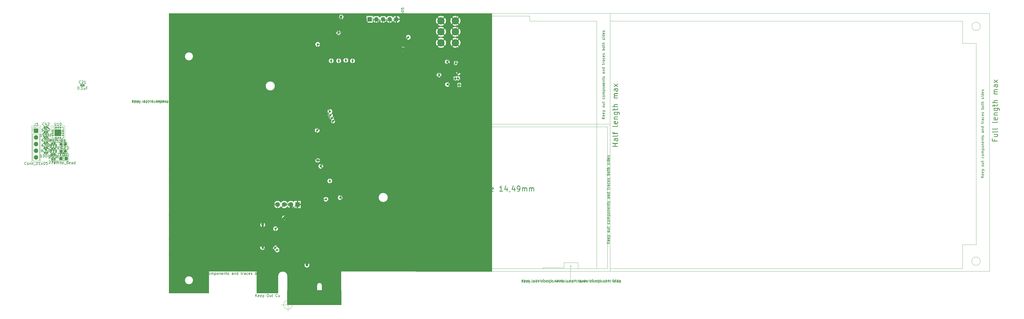
<source format=gbr>
%TF.GenerationSoftware,KiCad,Pcbnew,7.0.2*%
%TF.CreationDate,2023-06-11T00:48:19-04:00*%
%TF.ProjectId,VooDoo 4x PCIe,566f6f44-6f6f-4203-9478-20504349652e,rev?*%
%TF.SameCoordinates,Original*%
%TF.FileFunction,Paste,Top*%
%TF.FilePolarity,Positive*%
%FSLAX46Y46*%
G04 Gerber Fmt 4.6, Leading zero omitted, Abs format (unit mm)*
G04 Created by KiCad (PCBNEW 7.0.2) date 2023-06-11 00:48:19*
%MOMM*%
%LPD*%
G01*
G04 APERTURE LIST*
G04 Aperture macros list*
%AMRoundRect*
0 Rectangle with rounded corners*
0 $1 Rounding radius*
0 $2 $3 $4 $5 $6 $7 $8 $9 X,Y pos of 4 corners*
0 Add a 4 corners polygon primitive as box body*
4,1,4,$2,$3,$4,$5,$6,$7,$8,$9,$2,$3,0*
0 Add four circle primitives for the rounded corners*
1,1,$1+$1,$2,$3*
1,1,$1+$1,$4,$5*
1,1,$1+$1,$6,$7*
1,1,$1+$1,$8,$9*
0 Add four rect primitives between the rounded corners*
20,1,$1+$1,$2,$3,$4,$5,0*
20,1,$1+$1,$4,$5,$6,$7,0*
20,1,$1+$1,$6,$7,$8,$9,0*
20,1,$1+$1,$8,$9,$2,$3,0*%
%AMFreePoly0*
4,1,62,1.235355,0.885355,1.250000,0.850000,1.250000,0.520000,1.500000,0.520000,1.535355,0.505355,1.550000,0.470000,1.550000,0.200000,1.535355,0.164645,1.500000,0.150000,1.250000,0.150000,1.250000,-0.150000,1.475859,-0.150000,1.500000,-0.140000,1.535355,-0.154645,1.550000,-0.190000,1.550000,-0.460000,1.535355,-0.495355,1.500000,-0.510000,1.250000,-0.510000,1.250000,-0.770000,
1.249957,-0.770103,1.250000,-0.770208,1.242601,-0.787860,1.235355,-0.805355,1.235251,-0.805397,1.235208,-0.805502,1.217505,-0.812748,1.200000,-0.820000,1.199896,-0.819957,1.199792,-0.820000,-1.200208,-0.810000,-1.217758,-0.802644,-1.235355,-0.795355,-1.235398,-0.795250,-1.235502,-0.795207,-1.242731,-0.777547,-1.250000,-0.760000,-1.250000,-0.520000,-1.500000,-0.520000,-1.535355,-0.505355,
-1.550000,-0.470000,-1.550000,-0.180000,-1.535355,-0.144645,-1.500000,-0.130000,-1.250000,-0.130000,-1.250000,0.131639,-1.501666,0.140028,-1.518391,0.147618,-1.535355,0.154645,-1.535697,0.155471,-1.536513,0.155842,-1.542969,0.173028,-1.550000,0.190000,-1.550000,0.470000,-1.535355,0.505355,-1.500000,0.520000,-1.250000,0.520000,-1.250000,0.850000,-1.235355,0.885355,-1.200000,0.900000,
1.200000,0.900000,1.235355,0.885355,1.235355,0.885355,$1*%
G04 Aperture macros list end*
%ADD10C,0.100000*%
%ADD11RoundRect,0.250000X-0.255000X-0.255000X0.255000X-0.255000X0.255000X0.255000X-0.255000X0.255000X0*%
%ADD12RoundRect,0.075000X-0.337500X-0.075000X0.337500X-0.075000X0.337500X0.075000X-0.337500X0.075000X0*%
%ADD13RoundRect,0.075000X-0.075000X-0.337500X0.075000X-0.337500X0.075000X0.337500X-0.075000X0.337500X0*%
%ADD14RoundRect,0.135000X-0.135000X-0.185000X0.135000X-0.185000X0.135000X0.185000X-0.135000X0.185000X0*%
%ADD15RoundRect,0.250000X-0.325000X-0.450000X0.325000X-0.450000X0.325000X0.450000X-0.325000X0.450000X0*%
%ADD16RoundRect,0.237500X-0.287500X-0.237500X0.287500X-0.237500X0.287500X0.237500X-0.287500X0.237500X0*%
%ADD17RoundRect,0.140000X-0.140000X-0.170000X0.140000X-0.170000X0.140000X0.170000X-0.140000X0.170000X0*%
%ADD18RoundRect,0.135000X-0.185000X0.135000X-0.185000X-0.135000X0.185000X-0.135000X0.185000X0.135000X0*%
%ADD19RoundRect,0.250000X1.100000X-0.325000X1.100000X0.325000X-1.100000X0.325000X-1.100000X-0.325000X0*%
%ADD20RoundRect,0.250000X0.475000X-0.250000X0.475000X0.250000X-0.475000X0.250000X-0.475000X-0.250000X0*%
%ADD21RoundRect,0.140000X0.140000X0.170000X-0.140000X0.170000X-0.140000X-0.170000X0.140000X-0.170000X0*%
%ADD22C,2.800000*%
%ADD23R,0.700000X0.400000*%
%ADD24R,1.900000X2.450000*%
%ADD25RoundRect,0.140000X0.170000X-0.140000X0.170000X0.140000X-0.170000X0.140000X-0.170000X-0.140000X0*%
%ADD26R,0.600000X1.100000*%
%ADD27RoundRect,0.135000X0.185000X-0.135000X0.185000X0.135000X-0.185000X0.135000X-0.185000X-0.135000X0*%
%ADD28R,1.200000X1.400000*%
%ADD29R,1.100000X0.400000*%
%ADD30R,0.600000X1.000000*%
%ADD31R,2.400000X0.980000*%
%ADD32RoundRect,0.140000X-0.170000X0.140000X-0.170000X-0.140000X0.170000X-0.140000X0.170000X0.140000X0*%
%ADD33RoundRect,0.250000X-0.325000X-0.650000X0.325000X-0.650000X0.325000X0.650000X-0.325000X0.650000X0*%
%ADD34R,1.800000X1.800000*%
%ADD35C,1.800000*%
%ADD36RoundRect,0.135000X0.135000X0.185000X-0.135000X0.185000X-0.135000X-0.185000X0.135000X-0.185000X0*%
%ADD37R,0.980000X2.400000*%
%ADD38R,1.600000X2.700000*%
%ADD39R,0.660000X0.400000*%
%ADD40R,0.600000X0.400000*%
%ADD41R,1.800000X2.550000*%
%ADD42RoundRect,0.250000X1.025000X-0.875000X1.025000X0.875000X-1.025000X0.875000X-1.025000X-0.875000X0*%
%ADD43RoundRect,0.250000X-0.550000X1.500000X-0.550000X-1.500000X0.550000X-1.500000X0.550000X1.500000X0*%
%ADD44R,3.175000X4.950000*%
%ADD45R,0.300000X0.700000*%
%ADD46FreePoly0,0.000000*%
%ADD47RoundRect,0.250000X-0.250000X-0.475000X0.250000X-0.475000X0.250000X0.475000X-0.250000X0.475000X0*%
%ADD48RoundRect,0.250000X-0.475000X0.250000X-0.475000X-0.250000X0.475000X-0.250000X0.475000X0.250000X0*%
%ADD49RoundRect,0.135000X0.000000X0.295000X0.000000X-0.295000X0.000000X-0.295000X0.000000X0.295000X0*%
%ADD50RoundRect,0.067500X-0.067500X0.362500X-0.067500X-0.362500X0.067500X-0.362500X0.067500X0.362500X0*%
%ADD51RoundRect,0.250000X0.250000X0.475000X-0.250000X0.475000X-0.250000X-0.475000X0.250000X-0.475000X0*%
%TA.AperFunction,SMDPad,CuDef*%
%ADD52RoundRect,0.075000X-0.337500X-0.075000X0.337500X-0.075000X0.337500X0.075000X-0.337500X0.075000X0*%
%TD*%
%TA.AperFunction,SMDPad,CuDef*%
%ADD53RoundRect,0.075000X-0.075000X-0.337500X0.075000X-0.337500X0.075000X0.337500X-0.075000X0.337500X0*%
%TD*%
%TA.AperFunction,SMDPad,CuDef*%
%ADD54R,2.500000X2.500000*%
%TD*%
%TA.AperFunction,SMDPad,CuDef*%
%ADD55C,1.500000*%
%TD*%
%TA.AperFunction,SMDPad,CuDef*%
%ADD56RoundRect,0.135000X-0.135000X-0.185000X0.135000X-0.185000X0.135000X0.185000X-0.135000X0.185000X0*%
%TD*%
%TA.AperFunction,ComponentPad*%
%ADD57R,1.700000X1.700000*%
%TD*%
%TA.AperFunction,ComponentPad*%
%ADD58O,1.700000X1.700000*%
%TD*%
%TA.AperFunction,SMDPad,CuDef*%
%ADD59RoundRect,0.250000X-0.325000X-0.450000X0.325000X-0.450000X0.325000X0.450000X-0.325000X0.450000X0*%
%TD*%
%TA.AperFunction,SMDPad,CuDef*%
%ADD60RoundRect,0.237500X-0.287500X-0.237500X0.287500X-0.237500X0.287500X0.237500X-0.287500X0.237500X0*%
%TD*%
%TA.AperFunction,SMDPad,CuDef*%
%ADD61RoundRect,0.140000X-0.140000X-0.170000X0.140000X-0.170000X0.140000X0.170000X-0.140000X0.170000X0*%
%TD*%
%TA.AperFunction,SMDPad,CuDef*%
%ADD62RoundRect,0.135000X-0.185000X0.135000X-0.185000X-0.135000X0.185000X-0.135000X0.185000X0.135000X0*%
%TD*%
%TA.AperFunction,SMDPad,CuDef*%
%ADD63RoundRect,0.250000X1.100000X-0.325000X1.100000X0.325000X-1.100000X0.325000X-1.100000X-0.325000X0*%
%TD*%
%TA.AperFunction,SMDPad,CuDef*%
%ADD64RoundRect,0.250000X0.475000X-0.250000X0.475000X0.250000X-0.475000X0.250000X-0.475000X-0.250000X0*%
%TD*%
%TA.AperFunction,SMDPad,CuDef*%
%ADD65RoundRect,0.140000X0.140000X0.170000X-0.140000X0.170000X-0.140000X-0.170000X0.140000X-0.170000X0*%
%TD*%
%TA.AperFunction,ComponentPad*%
%ADD66C,2.800000*%
%TD*%
%TA.AperFunction,SMDPad,CuDef*%
%ADD67R,0.700000X0.400000*%
%TD*%
%TA.AperFunction,SMDPad,CuDef*%
%ADD68R,1.900000X2.450000*%
%TD*%
%TA.AperFunction,SMDPad,CuDef*%
%ADD69RoundRect,0.140000X0.170000X-0.140000X0.170000X0.140000X-0.170000X0.140000X-0.170000X-0.140000X0*%
%TD*%
%TA.AperFunction,SMDPad,CuDef*%
%ADD70R,0.600000X1.100000*%
%TD*%
%TA.AperFunction,SMDPad,CuDef*%
%ADD71RoundRect,0.135000X0.185000X-0.135000X0.185000X0.135000X-0.185000X0.135000X-0.185000X-0.135000X0*%
%TD*%
%TA.AperFunction,SMDPad,CuDef*%
%ADD72R,1.200000X1.400000*%
%TD*%
%TA.AperFunction,SMDPad,CuDef*%
%ADD73R,1.100000X0.400000*%
%TD*%
%TA.AperFunction,SMDPad,CuDef*%
%ADD74R,0.600000X1.000000*%
%TD*%
%TA.AperFunction,SMDPad,CuDef*%
%ADD75R,2.400000X0.980000*%
%TD*%
%TA.AperFunction,SMDPad,CuDef*%
%ADD76R,5.570000X5.860000*%
%TD*%
%TA.AperFunction,SMDPad,CuDef*%
%ADD77RoundRect,0.140000X-0.170000X0.140000X-0.170000X-0.140000X0.170000X-0.140000X0.170000X0.140000X0*%
%TD*%
%TA.AperFunction,SMDPad,CuDef*%
%ADD78RoundRect,0.250000X-0.325000X-0.650000X0.325000X-0.650000X0.325000X0.650000X-0.325000X0.650000X0*%
%TD*%
%TA.AperFunction,ComponentPad*%
%ADD79R,1.800000X1.800000*%
%TD*%
%TA.AperFunction,ComponentPad*%
%ADD80C,1.800000*%
%TD*%
%TA.AperFunction,SMDPad,CuDef*%
%ADD81RoundRect,0.135000X0.135000X0.185000X-0.135000X0.185000X-0.135000X-0.185000X0.135000X-0.185000X0*%
%TD*%
%TA.AperFunction,SMDPad,CuDef*%
%ADD82R,0.980000X2.400000*%
%TD*%
%TA.AperFunction,SMDPad,CuDef*%
%ADD83R,5.860000X5.570000*%
%TD*%
%TA.AperFunction,SMDPad,CuDef*%
%ADD84R,1.600000X2.700000*%
%TD*%
%TA.AperFunction,SMDPad,CuDef*%
%ADD85R,0.660000X0.400000*%
%TD*%
%TA.AperFunction,SMDPad,CuDef*%
%ADD86R,0.600000X0.400000*%
%TD*%
%TA.AperFunction,SMDPad,CuDef*%
%ADD87R,1.800000X2.550000*%
%TD*%
%TA.AperFunction,SMDPad,CuDef*%
%ADD88RoundRect,0.250000X1.025000X-0.875000X1.025000X0.875000X-1.025000X0.875000X-1.025000X-0.875000X0*%
%TD*%
%TA.AperFunction,SMDPad,CuDef*%
%ADD89RoundRect,0.250000X-0.550000X1.500000X-0.550000X-1.500000X0.550000X-1.500000X0.550000X1.500000X0*%
%TD*%
%TA.AperFunction,ConnectorPad*%
%ADD90R,0.700000X4.200000*%
%TD*%
%TA.AperFunction,ConnectorPad*%
%ADD91R,0.700000X3.200000*%
%TD*%
%TA.AperFunction,SMDPad,CuDef*%
%ADD92R,3.175000X4.950000*%
%TD*%
%TA.AperFunction,SMDPad,CuDef*%
%ADD93R,0.300000X0.700000*%
%TD*%
%TA.AperFunction,SMDPad,CuDef*%
%ADD94FreePoly0,0.000000*%
%TD*%
%TA.AperFunction,SMDPad,CuDef*%
%ADD95RoundRect,0.250000X-0.250000X-0.475000X0.250000X-0.475000X0.250000X0.475000X-0.250000X0.475000X0*%
%TD*%
%TA.AperFunction,SMDPad,CuDef*%
%ADD96RoundRect,0.250000X-0.475000X0.250000X-0.475000X-0.250000X0.475000X-0.250000X0.475000X0.250000X0*%
%TD*%
%TA.AperFunction,SMDPad,CuDef*%
%ADD97RoundRect,0.135000X0.000000X0.295000X0.000000X-0.295000X0.000000X-0.295000X0.000000X0.295000X0*%
%TD*%
%TA.AperFunction,SMDPad,CuDef*%
%ADD98RoundRect,0.067500X-0.067500X0.362500X-0.067500X-0.362500X0.067500X-0.362500X0.067500X0.362500X0*%
%TD*%
%TA.AperFunction,SMDPad,CuDef*%
%ADD99R,1.850000X6.250000*%
%TD*%
%TA.AperFunction,SMDPad,CuDef*%
%ADD100R,5.472000X6.250000*%
%TD*%
%TA.AperFunction,SMDPad,CuDef*%
%ADD101RoundRect,0.250000X0.250000X0.475000X-0.250000X0.475000X-0.250000X-0.475000X0.250000X-0.475000X0*%
%TD*%
%TA.AperFunction,ViaPad*%
%ADD102C,0.800000*%
%TD*%
%TA.AperFunction,Conductor*%
%ADD103C,0.250000*%
%TD*%
%TA.AperFunction,Conductor*%
%ADD104C,0.650000*%
%TD*%
%TA.AperFunction,Conductor*%
%ADD105C,1.000000*%
%TD*%
%TA.AperFunction,Conductor*%
%ADD106C,0.800000*%
%TD*%
%TA.AperFunction,Conductor*%
%ADD107C,0.200000*%
%TD*%
%TA.AperFunction,Conductor*%
%ADD108C,0.750000*%
%TD*%
%ADD109C,0.200000*%
%ADD110C,0.150000*%
%ADD111C,0.065024*%
%ADD112C,0.120000*%
%ADD113C,0.250000*%
%ADD114C,0.127000*%
%ADD115R,2.500000X2.500000*%
%ADD116C,1.500000*%
%ADD117R,1.700000X1.700000*%
%ADD118O,1.700000X1.700000*%
%ADD119R,5.570000X5.860000*%
%ADD120R,5.860000X5.570000*%
%ADD121RoundRect,0.236600X0.000000X0.295000X0.000000X-0.295000X0.000000X-0.295000X0.000000X0.295000X0*%
%ADD122RoundRect,0.169100X-0.067500X0.362500X-0.067500X-0.362500X0.067500X-0.362500X0.067500X0.362500X0*%
%ADD123RoundRect,0.101600X-0.925000X3.125000X-0.925000X-3.125000X0.925000X-3.125000X0.925000X3.125000X0*%
%ADD124RoundRect,0.101600X-2.736000X3.125000X-2.736000X-3.125000X2.736000X-3.125000X2.736000X3.125000X0*%
%ADD125C,0.400000*%
%TA.AperFunction,Profile*%
%ADD126C,0.100000*%
%TD*%
%TA.AperFunction,Profile*%
%ADD127C,0.150000*%
%TD*%
%TA.AperFunction,Profile*%
%ADD128C,0.050000*%
%TD*%
%ADD129C,0.050000*%
%ADD130C,0.040000*%
%ADD131C,0.080000*%
%ADD132C,0.060000*%
G04 APERTURE END LIST*
%TO.C,IC1*%
D10*
X91170000Y-76850000D02*
X89770000Y-76850000D01*
X89770000Y-75390000D01*
X91170000Y-75390000D01*
X91170000Y-76850000D01*
G36*
X91170000Y-76850000D02*
G01*
X89770000Y-76850000D01*
X89770000Y-75390000D01*
X91170000Y-75390000D01*
X91170000Y-76850000D01*
G37*
X88770000Y-76850000D02*
X86470000Y-76850000D01*
X86470000Y-75390000D01*
X88770000Y-75390000D01*
X88770000Y-76850000D01*
G36*
X88770000Y-76850000D02*
G01*
X86470000Y-76850000D01*
X86470000Y-75390000D01*
X88770000Y-75390000D01*
X88770000Y-76850000D01*
G37*
X86070000Y-76850000D02*
X83770000Y-76850000D01*
X83770000Y-75390000D01*
X86070000Y-75390000D01*
X86070000Y-76850000D01*
G36*
X86070000Y-76850000D02*
G01*
X83770000Y-76850000D01*
X83770000Y-75390000D01*
X86070000Y-75390000D01*
X86070000Y-76850000D01*
G37*
X91170000Y-78710000D02*
X89770000Y-78710000D01*
X89770000Y-77490000D01*
X91170000Y-77490000D01*
X91170000Y-78710000D01*
G36*
X91170000Y-78710000D02*
G01*
X89770000Y-78710000D01*
X89770000Y-77490000D01*
X91170000Y-77490000D01*
X91170000Y-78710000D01*
G37*
X88770000Y-78710000D02*
X86470000Y-78710000D01*
X86470000Y-77490000D01*
X88770000Y-77490000D01*
X88770000Y-78710000D01*
G36*
X88770000Y-78710000D02*
G01*
X86470000Y-78710000D01*
X86470000Y-77490000D01*
X88770000Y-77490000D01*
X88770000Y-78710000D01*
G37*
X86070000Y-78710000D02*
X83770000Y-78710000D01*
X83770000Y-77490000D01*
X86070000Y-77490000D01*
X86070000Y-78710000D01*
G36*
X86070000Y-78710000D02*
G01*
X83770000Y-78710000D01*
X83770000Y-77490000D01*
X86070000Y-77490000D01*
X86070000Y-78710000D01*
G37*
X91170000Y-80710000D02*
X89770000Y-80710000D01*
X89770000Y-79250000D01*
X91170000Y-79250000D01*
X91170000Y-80710000D01*
G36*
X91170000Y-80710000D02*
G01*
X89770000Y-80710000D01*
X89770000Y-79250000D01*
X91170000Y-79250000D01*
X91170000Y-80710000D01*
G37*
X88770000Y-80710000D02*
X86470000Y-80710000D01*
X86470000Y-79250000D01*
X88770000Y-79250000D01*
X88770000Y-80710000D01*
G36*
X88770000Y-80710000D02*
G01*
X86470000Y-80710000D01*
X86470000Y-79250000D01*
X88770000Y-79250000D01*
X88770000Y-80710000D01*
G37*
X86070000Y-80710000D02*
X83770000Y-80710000D01*
X83770000Y-79250000D01*
X86070000Y-79250000D01*
X86070000Y-80710000D01*
G36*
X86070000Y-80710000D02*
G01*
X83770000Y-80710000D01*
X83770000Y-79250000D01*
X86070000Y-79250000D01*
X86070000Y-80710000D01*
G37*
%TD*%
D11*
%TO.C,U10*%
X-17265000Y-75795000D03*
X-17265000Y-74545000D03*
X-16015000Y-74545000D03*
X-16015000Y-75795000D03*
D12*
X-18577500Y-74195000D03*
X-18577500Y-74845000D03*
X-18577500Y-75495000D03*
X-18577500Y-76145000D03*
D13*
X-17615000Y-77107500D03*
X-16965000Y-77107500D03*
X-16315000Y-77107500D03*
X-15665000Y-77107500D03*
D12*
X-14702500Y-76145000D03*
X-14702500Y-75495000D03*
X-14702500Y-74845000D03*
X-14702500Y-74195000D03*
D13*
X-15665000Y-73232500D03*
X-16315000Y-73232500D03*
X-16965000Y-73232500D03*
X-17615000Y-73232500D03*
%TD*%
D14*
%TO.C,R20*%
X-18820000Y-85260000D03*
X-17800000Y-85260000D03*
%TD*%
%TO.C,R19*%
X-18820000Y-83270000D03*
X-17800000Y-83270000D03*
%TD*%
%TO.C,R18*%
X-18820000Y-81280000D03*
X-17800000Y-81280000D03*
%TD*%
%TO.C,R17*%
X-18820000Y-79290000D03*
X-17800000Y-79290000D03*
%TD*%
D15*
%TO.C,FB1*%
X-15505000Y-84950000D03*
X-13455000Y-84950000D03*
%TD*%
D16*
%TO.C,D2*%
X-15510000Y-82180000D03*
X-13760000Y-82180000D03*
%TD*%
%TO.C,D1*%
X-15510000Y-79590000D03*
X-13760000Y-79590000D03*
%TD*%
D17*
%TO.C,C47*%
X-21680000Y-82880000D03*
X-20720000Y-82880000D03*
%TD*%
%TO.C,C46*%
X-21680000Y-80910000D03*
X-20720000Y-80910000D03*
%TD*%
%TO.C,C45*%
X-21680000Y-78940000D03*
X-20720000Y-78940000D03*
%TD*%
%TO.C,C44*%
X-21680000Y-76970000D03*
X-20720000Y-76970000D03*
%TD*%
%TO.C,C43*%
X-21680000Y-75000000D03*
X-20720000Y-75000000D03*
%TD*%
%TO.C,C42*%
X-21680000Y-73030000D03*
X-20720000Y-73030000D03*
%TD*%
D18*
%TO.C,R13*%
X85330000Y-88110000D03*
X85330000Y-89130000D03*
%TD*%
D19*
%TO.C,C28*%
X128192750Y-47987750D03*
X128192750Y-45037750D03*
%TD*%
D20*
%TO.C,C29*%
X125252750Y-47502750D03*
X125252750Y-45602750D03*
%TD*%
D21*
%TO.C,C34*%
X134962750Y-47582750D03*
X134002750Y-47582750D03*
%TD*%
D22*
%TO.C,Conn1*%
X134595250Y-40852750D03*
X129095250Y-40852750D03*
X134595250Y-36652750D03*
X129095250Y-36652750D03*
X134595250Y-32452750D03*
X129095250Y-32452750D03*
%TD*%
D23*
%TO.C,Q2*%
X136492750Y-50222750D03*
X136492750Y-50882750D03*
X136492750Y-51532750D03*
X136492750Y-52182750D03*
X139692750Y-52182750D03*
X139692750Y-51532750D03*
X139692750Y-50882750D03*
X139692750Y-50222750D03*
D24*
X138532750Y-51202750D03*
%TD*%
D25*
%TO.C,C9*%
X112340000Y-47640000D03*
X112340000Y-46680000D03*
%TD*%
D21*
%TO.C,C31*%
X94860000Y-36110000D03*
X93900000Y-36110000D03*
%TD*%
D25*
%TO.C,C20*%
X78860000Y-56460000D03*
X78860000Y-55500000D03*
%TD*%
D26*
%TO.C,U8*%
X94900000Y-34830000D03*
X95850000Y-34830000D03*
X96800000Y-34830000D03*
X96800000Y-32130000D03*
X95850000Y-32130000D03*
X94900000Y-32130000D03*
%TD*%
D27*
%TO.C,R8*%
X128292750Y-52122750D03*
X128292750Y-51102750D03*
%TD*%
D28*
%TO.C,X1*%
X88020000Y-54630000D03*
X88020000Y-56830000D03*
X89780000Y-56830000D03*
X89780000Y-54630000D03*
%TD*%
D29*
%TO.C,U7*%
X63825000Y-120965000D03*
X63825000Y-120315000D03*
X63825000Y-119665000D03*
X63825000Y-119015000D03*
X59525000Y-119015000D03*
X59525000Y-119665000D03*
X59525000Y-120315000D03*
X59525000Y-120965000D03*
%TD*%
D20*
%TO.C,C37*%
X138782750Y-60332750D03*
X138782750Y-58432750D03*
%TD*%
D26*
%TO.C,U3*%
X90200000Y-34840000D03*
X91150000Y-34840000D03*
X92100000Y-34840000D03*
X92100000Y-32140000D03*
X91150000Y-32140000D03*
X90200000Y-32140000D03*
%TD*%
D25*
%TO.C,C7*%
X113430000Y-47640000D03*
X113430000Y-46680000D03*
%TD*%
D21*
%TO.C,C14*%
X83450000Y-83610000D03*
X82490000Y-83610000D03*
%TD*%
D30*
%TO.C,U2*%
X82250000Y-54710000D03*
X81300000Y-54710000D03*
X80350000Y-54710000D03*
X80350000Y-57310000D03*
X82250000Y-57310000D03*
%TD*%
D31*
%TO.C,U6*%
X112500000Y-43320000D03*
X112500000Y-38760000D03*
%TD*%
D21*
%TO.C,C26*%
X90150000Y-31010000D03*
X89190000Y-31010000D03*
%TD*%
D17*
%TO.C,C22*%
X86120000Y-52380000D03*
X87080000Y-52380000D03*
%TD*%
D18*
%TO.C,R3*%
X90260000Y-70790000D03*
X90260000Y-71810000D03*
%TD*%
D32*
%TO.C,C8*%
X93020000Y-72960000D03*
X93020000Y-73920000D03*
%TD*%
D33*
%TO.C,C39*%
X117487750Y-65552750D03*
X120437750Y-65552750D03*
%TD*%
D21*
%TO.C,C35*%
X94870000Y-31070000D03*
X93910000Y-31070000D03*
%TD*%
D32*
%TO.C,C12*%
X92650000Y-81710000D03*
X92650000Y-82670000D03*
%TD*%
D34*
%TO.C,CN1*%
X74520000Y-102530000D03*
D35*
X71980000Y-102530000D03*
X69440000Y-102530000D03*
X66900000Y-102530000D03*
%TD*%
D36*
%TO.C,R16*%
X63710000Y-117560000D03*
X62690000Y-117560000D03*
%TD*%
D37*
%TO.C,U9*%
X73520000Y-122520000D03*
X78080000Y-122520000D03*
%TD*%
D38*
%TO.C,C38*%
X117732750Y-51702750D03*
X120732750Y-51702750D03*
%TD*%
D27*
%TO.C,R6*%
X83380000Y-86710000D03*
X83380000Y-85690000D03*
%TD*%
D32*
%TO.C,C15*%
X93650000Y-82680000D03*
X93650000Y-83640000D03*
%TD*%
D18*
%TO.C,R4*%
X89250000Y-70790000D03*
X89250000Y-71810000D03*
%TD*%
D39*
%TO.C,Q1*%
X139422750Y-55662750D03*
X139422750Y-55012750D03*
X139422750Y-54372750D03*
X139422750Y-53722750D03*
D40*
X136422750Y-53722750D03*
X136422750Y-54372750D03*
X136422750Y-55012750D03*
X136422750Y-55662750D03*
D41*
X137622750Y-54692750D03*
%TD*%
D21*
%TO.C,C25*%
X85420000Y-30960000D03*
X84460000Y-30960000D03*
%TD*%
D42*
%TO.C,C13*%
X117860000Y-48540000D03*
X117860000Y-42140000D03*
%TD*%
D30*
%TO.C,U4*%
X85970000Y-54710000D03*
X85020000Y-54710000D03*
X84070000Y-54710000D03*
X84070000Y-57310000D03*
X85970000Y-57310000D03*
%TD*%
D32*
%TO.C,C2*%
X93990000Y-70080000D03*
X93990000Y-71040000D03*
%TD*%
D25*
%TO.C,C11*%
X110290000Y-47640000D03*
X110290000Y-46680000D03*
%TD*%
D17*
%TO.C,C21*%
X-7770000Y-57010000D03*
X-6810000Y-57010000D03*
%TD*%
D43*
%TO.C,C27*%
X67980000Y-110800000D03*
X67980000Y-116200000D03*
%TD*%
D14*
%TO.C,R10*%
X137702750Y-61612750D03*
X138722750Y-61612750D03*
%TD*%
D17*
%TO.C,C24*%
X84070000Y-59210000D03*
X85030000Y-59210000D03*
%TD*%
D44*
%TO.C,L1*%
X127542750Y-58932750D03*
X118527750Y-58932750D03*
%TD*%
D21*
%TO.C,C16*%
X83440000Y-84630000D03*
X82480000Y-84630000D03*
%TD*%
D25*
%TO.C,C19*%
X82330000Y-53570000D03*
X82330000Y-52610000D03*
%TD*%
D45*
%TO.C,U1*%
X132922750Y-52672750D03*
X133422750Y-52672750D03*
X133922750Y-52672750D03*
X134422750Y-52672750D03*
X134922750Y-52672750D03*
X134922750Y-49872750D03*
X134422750Y-49872750D03*
X133922750Y-49872750D03*
X133422750Y-49872750D03*
X132922750Y-49872750D03*
D46*
X133922750Y-51222750D03*
%TD*%
D25*
%TO.C,C48*%
X91240000Y-56080000D03*
X91240000Y-55120000D03*
%TD*%
D27*
%TO.C,R14*%
X86780000Y-89130000D03*
X86780000Y-88110000D03*
%TD*%
D47*
%TO.C,C32*%
X132902750Y-57082750D03*
X134802750Y-57082750D03*
%TD*%
D21*
%TO.C,C5*%
X83110000Y-72710000D03*
X82150000Y-72710000D03*
%TD*%
D27*
%TO.C,R9*%
X132972750Y-47612750D03*
X132972750Y-46592750D03*
%TD*%
D32*
%TO.C,C3*%
X93010000Y-71080000D03*
X93010000Y-72040000D03*
%TD*%
D48*
%TO.C,C36*%
X131152750Y-50472750D03*
X131152750Y-52372750D03*
%TD*%
D18*
%TO.C,R5*%
X88310000Y-71990000D03*
X88310000Y-73010000D03*
%TD*%
D17*
%TO.C,C1*%
X56160000Y-112065000D03*
X57120000Y-112065000D03*
%TD*%
D32*
%TO.C,C6*%
X93990000Y-71970000D03*
X93990000Y-72930000D03*
%TD*%
D49*
%TO.C,IC1*%
X91070000Y-74115400D03*
X90590000Y-74115400D03*
X90110000Y-74115400D03*
X89630000Y-74115400D03*
X89150000Y-74115400D03*
X88670000Y-74115400D03*
X88190000Y-74115400D03*
X87710000Y-74115400D03*
X87230000Y-74115400D03*
X86750000Y-74115400D03*
X86270000Y-74115400D03*
X85790000Y-74115400D03*
X85310000Y-74115400D03*
X84830000Y-74115400D03*
X84350000Y-74115400D03*
X83870000Y-74115400D03*
D50*
X83870000Y-81984600D03*
X84350000Y-81984600D03*
D49*
X84830000Y-81984600D03*
X85310000Y-81984600D03*
X85790000Y-81984600D03*
X86270000Y-81984600D03*
X86750000Y-81984600D03*
X87230000Y-81984600D03*
X87710000Y-81984600D03*
X88190000Y-81984600D03*
X88670000Y-81984600D03*
X89150000Y-81984600D03*
X89630000Y-81984600D03*
X90110000Y-81984600D03*
X90590000Y-81984600D03*
X91070000Y-81984600D03*
%TD*%
D32*
%TO.C,C17*%
X92650000Y-83610000D03*
X92650000Y-84570000D03*
%TD*%
D17*
%TO.C,C30*%
X133362750Y-55422750D03*
X134322750Y-55422750D03*
%TD*%
D51*
%TO.C,C33*%
X134752750Y-59112750D03*
X132852750Y-59112750D03*
%TD*%
D26*
%TO.C,U5*%
X85440000Y-34880000D03*
X86390000Y-34880000D03*
X87340000Y-34880000D03*
X87340000Y-32180000D03*
X86390000Y-32180000D03*
X85440000Y-32180000D03*
%TD*%
D21*
%TO.C,C23*%
X90150000Y-36060000D03*
X89190000Y-36060000D03*
%TD*%
D14*
%TO.C,R12*%
X137052750Y-56992750D03*
X138072750Y-56992750D03*
%TD*%
D32*
%TO.C,C18*%
X93660000Y-84610000D03*
X93660000Y-85570000D03*
%TD*%
D27*
%TO.C,R11*%
X137202750Y-59142750D03*
X137202750Y-58122750D03*
%TD*%
D21*
%TO.C,C4*%
X83120000Y-71710000D03*
X82160000Y-71710000D03*
%TD*%
D32*
%TO.C,C41*%
X66430000Y-122570000D03*
X66430000Y-123530000D03*
%TD*%
D27*
%TO.C,R7*%
X136192750Y-59152750D03*
X136192750Y-58132750D03*
%TD*%
D17*
%TO.C,C40*%
X72340000Y-104550000D03*
X73300000Y-104550000D03*
%TD*%
D36*
%TO.C,R1*%
X90070000Y-69360000D03*
X89050000Y-69360000D03*
%TD*%
D25*
%TO.C,C10*%
X111330000Y-47640000D03*
X111330000Y-46680000D03*
%TD*%
D14*
%TO.C,R15*%
X60190000Y-122570000D03*
X59170000Y-122570000D03*
%TD*%
D36*
%TO.C,R2*%
X93040000Y-70120000D03*
X92020000Y-70120000D03*
%TD*%
D52*
%TO.P,U10,1,VCCIO*%
%TO.N,3V3*%
X-18577500Y-74195000D03*
%TO.P,U10,2,RXD*%
%TO.N,RX*%
X-18577500Y-74845000D03*
%TO.P,U10,3,GND*%
%TO.N,GND*%
X-18577500Y-75495000D03*
%TO.P,U10,4,~{CTS}*%
%TO.N,CTS*%
X-18577500Y-76145000D03*
D53*
%TO.P,U10,5,CBUS2*%
%TO.N,/ftdi/TXLED*%
X-17615000Y-77107500D03*
%TO.P,U10,6,USBDP*%
%TO.N,Net-(U10-USBDP)*%
X-16965000Y-77107500D03*
%TO.P,U10,7,USBDM*%
%TO.N,Net-(U10-USBDM)*%
X-16315000Y-77107500D03*
%TO.P,U10,8,3V3OUT*%
%TO.N,3V3*%
X-15665000Y-77107500D03*
D52*
%TO.P,U10,9,~{RESET}*%
X-14702500Y-76145000D03*
%TO.P,U10,10,VCC*%
%TO.N,VCC*%
X-14702500Y-75495000D03*
%TO.P,U10,11,CBUS1*%
%TO.N,/ftdi/RXLED*%
X-14702500Y-74845000D03*
%TO.P,U10,12,CBUS0*%
%TO.N,unconnected-(U10-CBUS0-Pad12)*%
X-14702500Y-74195000D03*
D53*
%TO.P,U10,13,GND*%
%TO.N,GND*%
X-15665000Y-73232500D03*
%TO.P,U10,14,CBUS3*%
%TO.N,unconnected-(U10-CBUS3-Pad14)*%
X-16315000Y-73232500D03*
%TO.P,U10,15,TXD*%
%TO.N,TX*%
X-16965000Y-73232500D03*
%TO.P,U10,16,~{RTS}*%
%TO.N,RTS*%
X-17615000Y-73232500D03*
D54*
%TO.P,U10,17,GND*%
%TO.N,GND*%
X-16640000Y-75170000D03*
%TD*%
D55*
%TO.P,CLKI,1,1*%
%TO.N,Net-(IC1-CLKI)*%
X84600000Y-45330000D03*
%TD*%
%TO.P,BI,1,1*%
%TO.N,Net-(IC1-BI)*%
X95510000Y-45310000D03*
%TD*%
D56*
%TO.P,R20,1*%
%TO.N,Net-(D2-K)*%
X-18820000Y-85260000D03*
%TO.P,R20,2*%
%TO.N,/ftdi/TXLED*%
X-17800000Y-85260000D03*
%TD*%
%TO.P,R19,1*%
%TO.N,Net-(D1-K)*%
X-18820000Y-83270000D03*
%TO.P,R19,2*%
%TO.N,/ftdi/RXLED*%
X-17800000Y-83270000D03*
%TD*%
%TO.P,R18,1*%
%TO.N,Net-(C45-Pad1)*%
X-18820000Y-81280000D03*
%TO.P,R18,2*%
%TO.N,Net-(U10-USBDP)*%
X-17800000Y-81280000D03*
%TD*%
%TO.P,R17,1*%
%TO.N,Net-(U10-USBDM)*%
X-18820000Y-79290000D03*
%TO.P,R17,2*%
%TO.N,Net-(C44-Pad1)*%
X-17800000Y-79290000D03*
%TD*%
D57*
%TO.P,J3,1,Pin_1*%
%TO.N,VCC*%
X-24960000Y-74370000D03*
D58*
%TO.P,J3,2,Pin_2*%
%TO.N,3V3*%
X-24960000Y-76910000D03*
%TO.P,J3,3,Pin_3*%
%TO.N,RX*%
X-24960000Y-79450000D03*
%TO.P,J3,4,Pin_4*%
%TO.N,TX*%
X-24960000Y-81990000D03*
%TO.P,J3,5,Pin_5*%
%TO.N,GND*%
X-24960000Y-84530000D03*
%TD*%
D59*
%TO.P,FB1,1*%
%TO.N,VCC*%
X-15505000Y-84950000D03*
%TO.P,FB1,2*%
%TO.N,Net-(C42-Pad1)*%
X-13455000Y-84950000D03*
%TD*%
D60*
%TO.P,D2,1,K*%
%TO.N,Net-(D2-K)*%
X-15510000Y-82180000D03*
%TO.P,D2,2,A*%
%TO.N,3V3*%
X-13760000Y-82180000D03*
%TD*%
%TO.P,D1,1,K*%
%TO.N,Net-(D1-K)*%
X-15510000Y-79590000D03*
%TO.P,D1,2,A*%
%TO.N,3V3*%
X-13760000Y-79590000D03*
%TD*%
D61*
%TO.P,C47,1*%
%TO.N,3V3*%
X-21680000Y-82880000D03*
%TO.P,C47,2*%
%TO.N,GND*%
X-20720000Y-82880000D03*
%TD*%
%TO.P,C46,1*%
%TO.N,VCC*%
X-21680000Y-80910000D03*
%TO.P,C46,2*%
%TO.N,GND*%
X-20720000Y-80910000D03*
%TD*%
%TO.P,C45,1*%
%TO.N,Net-(C45-Pad1)*%
X-21680000Y-78940000D03*
%TO.P,C45,2*%
%TO.N,GND*%
X-20720000Y-78940000D03*
%TD*%
%TO.P,C44,1*%
%TO.N,Net-(C44-Pad1)*%
X-21680000Y-76970000D03*
%TO.P,C44,2*%
%TO.N,GND*%
X-20720000Y-76970000D03*
%TD*%
%TO.P,C43,1*%
%TO.N,VCC*%
X-21680000Y-75000000D03*
%TO.P,C43,2*%
%TO.N,GND*%
X-20720000Y-75000000D03*
%TD*%
%TO.P,C42,1*%
%TO.N,Net-(C42-Pad1)*%
X-21680000Y-73030000D03*
%TO.P,C42,2*%
%TO.N,GND*%
X-20720000Y-73030000D03*
%TD*%
D62*
%TO.P,R13,1,1*%
%TO.N,/Asic/TEMP_N*%
X85330000Y-88110000D03*
%TO.P,R13,2,2*%
X85330000Y-89130000D03*
%TD*%
D63*
%TO.P,C28,1*%
%TO.N,+12V*%
X128192750Y-47987750D03*
%TO.P,C28,2*%
%TO.N,GND*%
X128192750Y-45037750D03*
%TD*%
D64*
%TO.P,C29,1*%
%TO.N,+12V*%
X125252750Y-47502750D03*
%TO.P,C29,2*%
%TO.N,GND*%
X125252750Y-45602750D03*
%TD*%
D65*
%TO.P,C34,1*%
%TO.N,Net-(U1-BOOT)*%
X134962750Y-47582750D03*
%TO.P,C34,2*%
%TO.N,/DC components/SW*%
X134002750Y-47582750D03*
%TD*%
D57*
%TO.P,J3,1,Pin_1*%
%TO.N,/Asic/1V8*%
X102000000Y-31880000D03*
D58*
%TO.P,J3,2,Pin_2*%
%TO.N,/Asic/CI*%
X104540000Y-31880000D03*
%TO.P,J3,3,Pin_3*%
%TO.N,/Asic/RO*%
X107080000Y-31880000D03*
%TO.P,J3,4,Pin_4*%
%TO.N,/Asic/RST_N*%
X109620000Y-31880000D03*
%TO.P,J3,5,Pin_5*%
%TO.N,GND*%
X112160000Y-31880000D03*
%TD*%
D66*
%TO.P,Conn1,1*%
%TO.N,+12V*%
X134595250Y-40852750D03*
%TO.P,Conn1,2*%
%TO.N,GND*%
X129095250Y-40852750D03*
%TO.P,Conn1,3*%
%TO.N,+12V*%
X134595250Y-36652750D03*
%TO.P,Conn1,4*%
%TO.N,GND*%
X129095250Y-36652750D03*
%TO.P,Conn1,5*%
%TO.N,+12V*%
X134595250Y-32452750D03*
%TO.P,Conn1,6*%
%TO.N,GND*%
X129095250Y-32452750D03*
%TD*%
D55*
%TO.P,RSTO,1,1*%
%TO.N,Net-(IC1-NRSTO)*%
X93090000Y-103740000D03*
%TD*%
D67*
%TO.P,Q2,1*%
%TO.N,GND*%
X136492750Y-50222750D03*
%TO.P,Q2,2*%
X136492750Y-50882750D03*
%TO.P,Q2,3,S*%
X136492750Y-51532750D03*
%TO.P,Q2,4,G*%
%TO.N,Net-(Q2-G)*%
X136492750Y-52182750D03*
%TO.P,Q2,5,D*%
%TO.N,/DC components/SW*%
X139692750Y-52182750D03*
%TO.P,Q2,6*%
%TO.N,N/C*%
X139692750Y-51532750D03*
%TO.P,Q2,7*%
X139692750Y-50882750D03*
%TO.P,Q2,8*%
X139692750Y-50222750D03*
D68*
X138532750Y-51202750D03*
%TD*%
D69*
%TO.P,C9,1*%
%TO.N,/DC components/VDD*%
X112340000Y-47640000D03*
%TO.P,C9,2*%
%TO.N,GND*%
X112340000Y-46680000D03*
%TD*%
D65*
%TO.P,C31,1*%
%TO.N,/Asic/1V8*%
X94860000Y-36110000D03*
%TO.P,C31,2*%
%TO.N,GND*%
X93900000Y-36110000D03*
%TD*%
D69*
%TO.P,C20,1*%
%TO.N,/Asic/1V8*%
X78860000Y-56460000D03*
%TO.P,C20,2*%
%TO.N,GND*%
X78860000Y-55500000D03*
%TD*%
D70*
%TO.P,U8,1,VCCA*%
%TO.N,/Asic/1V8*%
X94900000Y-34830000D03*
%TO.P,U8,2,GND*%
%TO.N,GND*%
X95850000Y-34830000D03*
%TO.P,U8,3,A*%
%TO.N,/Asic/RST_N*%
X96800000Y-34830000D03*
%TO.P,U8,4,B*%
%TO.N,/Asic/BM_RST*%
X96800000Y-32130000D03*
%TO.P,U8,5,DIR*%
%TO.N,GND*%
X95850000Y-32130000D03*
%TO.P,U8,6,VCCB*%
%TO.N,/3V3*%
X94900000Y-32130000D03*
%TD*%
D71*
%TO.P,R8,1*%
%TO.N,/DC components/PGOOD*%
X128292750Y-52122750D03*
%TO.P,R8,2*%
%TO.N,Net-(U1-BP)*%
X128292750Y-51102750D03*
%TD*%
D72*
%TO.P,X1,1,EN*%
%TO.N,/Asic/1V8*%
X88020000Y-54630000D03*
%TO.P,X1,2,GND*%
%TO.N,GND*%
X88020000Y-56830000D03*
%TO.P,X1,3,OUT*%
%TO.N,Net-(IC1-CLKI)*%
X89780000Y-56830000D03*
%TO.P,X1,4,VDD*%
%TO.N,/Asic/1V8*%
X89780000Y-54630000D03*
%TD*%
D73*
%TO.P,U7,1,VDD*%
%TO.N,/3V3*%
X63825000Y-120965000D03*
%TO.P,U7,2,DP*%
%TO.N,/Asic/TEMP_P*%
X63825000Y-120315000D03*
%TO.P,U7,3,DN*%
%TO.N,/Asic/TEMP_N*%
X63825000Y-119665000D03*
%TO.P,U7,4,FAN*%
%TO.N,/FAN/FAN_PWM*%
X63825000Y-119015000D03*
%TO.P,U7,5,GND*%
%TO.N,GND*%
X59525000Y-119015000D03*
%TO.P,U7,6,ALERT/TACH*%
%TO.N,/FAN/FAN_TACH*%
X59525000Y-119665000D03*
%TO.P,U7,7,SMDATA*%
%TO.N,/FAN/SDA*%
X59525000Y-120315000D03*
%TO.P,U7,8,SMCLK*%
%TO.N,/FAN/SCL*%
X59525000Y-120965000D03*
%TD*%
D64*
%TO.P,C37,1*%
%TO.N,Net-(C37-Pad1)*%
X138782750Y-60332750D03*
%TO.P,C37,2*%
%TO.N,/DC components/OUT0*%
X138782750Y-58432750D03*
%TD*%
D70*
%TO.P,U3,1,VCCA*%
%TO.N,/Asic/1V8*%
X90200000Y-34840000D03*
%TO.P,U3,2,GND*%
%TO.N,GND*%
X91150000Y-34840000D03*
%TO.P,U3,3,A*%
%TO.N,/Asic/RO*%
X92100000Y-34840000D03*
%TO.P,U3,4,B*%
%TO.N,/Asic/BM_RO*%
X92100000Y-32140000D03*
%TO.P,U3,5,DIR*%
%TO.N,/Asic/1V8*%
X91150000Y-32140000D03*
%TO.P,U3,6,VCCB*%
%TO.N,/3V3*%
X90200000Y-32140000D03*
%TD*%
D69*
%TO.P,C7,1*%
%TO.N,/DC components/VDD*%
X113430000Y-47640000D03*
%TO.P,C7,2*%
%TO.N,GND*%
X113430000Y-46680000D03*
%TD*%
D65*
%TO.P,C14,1*%
%TO.N,/Asic/1V8*%
X83450000Y-83610000D03*
%TO.P,C14,2*%
%TO.N,GND*%
X82490000Y-83610000D03*
%TD*%
D74*
%TO.P,U2,1,VIN*%
%TO.N,/Asic/5V*%
X82250000Y-54710000D03*
%TO.P,U2,2,VSS*%
%TO.N,GND*%
X81300000Y-54710000D03*
%TO.P,U2,3,CE*%
X80350000Y-54710000D03*
%TO.P,U2,4,NC*%
%TO.N,unconnected-(U2-NC-Pad4)*%
X80350000Y-57310000D03*
%TO.P,U2,5,VOUT*%
%TO.N,/Asic/1V8*%
X82250000Y-57310000D03*
%TD*%
D75*
%TO.P,U6,1*%
%TO.N,+12V*%
X112500000Y-43320000D03*
%TO.P,U6,2*%
%TO.N,/Asic/5V*%
X112500000Y-38760000D03*
D76*
%TO.P,U6,3*%
%TO.N,GND*%
X105830000Y-41040000D03*
%TD*%
D65*
%TO.P,C26,1*%
%TO.N,/3V3*%
X90150000Y-31010000D03*
%TO.P,C26,2*%
%TO.N,GND*%
X89190000Y-31010000D03*
%TD*%
D55*
%TO.P,CI,1,1*%
%TO.N,/Asic/CI*%
X87320000Y-45330000D03*
%TD*%
D61*
%TO.P,C22,1*%
%TO.N,/Asic/5V*%
X86120000Y-52380000D03*
%TO.P,C22,2*%
%TO.N,GND*%
X87080000Y-52380000D03*
%TD*%
D62*
%TO.P,R3,1*%
%TO.N,GND*%
X90260000Y-70790000D03*
%TO.P,R3,2*%
%TO.N,Net-(IC1-ADDR0)*%
X90260000Y-71810000D03*
%TD*%
D77*
%TO.P,C8,1*%
%TO.N,Net-(IC1-VDD3_0)*%
X93020000Y-72960000D03*
%TO.P,C8,2*%
%TO.N,/DC components/VDD*%
X93020000Y-73920000D03*
%TD*%
D55*
%TO.P,TP1,1,1*%
%TO.N,/FAN/FAN_TACH*%
X63480000Y-105060000D03*
%TD*%
D78*
%TO.P,C39,1*%
%TO.N,/DC components/VDD*%
X117487750Y-65552750D03*
%TO.P,C39,2*%
%TO.N,GND*%
X120437750Y-65552750D03*
%TD*%
D65*
%TO.P,C35,1*%
%TO.N,/3V3*%
X94870000Y-31070000D03*
%TO.P,C35,2*%
%TO.N,GND*%
X93910000Y-31070000D03*
%TD*%
D77*
%TO.P,C12,1*%
%TO.N,/DC components/VDD*%
X92650000Y-81710000D03*
%TO.P,C12,2*%
%TO.N,Net-(IC1-VDD3_1)*%
X92650000Y-82670000D03*
%TD*%
D79*
%TO.P,CN1,1,1*%
%TO.N,GND*%
X74520000Y-102530000D03*
D80*
%TO.P,CN1,2,2*%
%TO.N,/FAN/5V*%
X71980000Y-102530000D03*
%TO.P,CN1,3,3*%
%TO.N,/FAN/FAN_TACH*%
X69440000Y-102530000D03*
%TO.P,CN1,4,4*%
%TO.N,/FAN/FAN_PWM*%
X66900000Y-102530000D03*
%TD*%
D81*
%TO.P,R16,1*%
%TO.N,/FAN/FAN_PWM*%
X63710000Y-117560000D03*
%TO.P,R16,2*%
%TO.N,/3V3*%
X62690000Y-117560000D03*
%TD*%
D82*
%TO.P,U9,1*%
%TO.N,/PC12V*%
X73520000Y-122520000D03*
%TO.P,U9,2*%
%TO.N,/FAN/5V*%
X78080000Y-122520000D03*
D83*
%TO.P,U9,3*%
%TO.N,GND*%
X75800000Y-115850000D03*
%TD*%
D84*
%TO.P,C38,1*%
%TO.N,/DC components/VDD*%
X117732750Y-51702750D03*
%TO.P,C38,2*%
%TO.N,GND*%
X120732750Y-51702750D03*
%TD*%
D71*
%TO.P,R6,1*%
%TO.N,Net-(IC1-RI)*%
X83380000Y-86710000D03*
%TO.P,R6,2*%
%TO.N,/Asic/1V8*%
X83380000Y-85690000D03*
%TD*%
D77*
%TO.P,C15,1*%
%TO.N,Net-(IC1-VDD3_1)*%
X93650000Y-82680000D03*
%TO.P,C15,2*%
%TO.N,Net-(IC1-VDD2_1)*%
X93650000Y-83640000D03*
%TD*%
D55*
%TO.P,CLKO,1,1*%
%TO.N,Net-(IC1-CLKO)*%
X90320000Y-103830000D03*
%TD*%
D62*
%TO.P,R4,1*%
%TO.N,GND*%
X89250000Y-70790000D03*
%TO.P,R4,2*%
%TO.N,Net-(IC1-ADDR1)*%
X89250000Y-71810000D03*
%TD*%
D85*
%TO.P,Q1,1*%
%TO.N,/DC components/SW*%
X139422750Y-55662750D03*
%TO.P,Q1,2*%
X139422750Y-55012750D03*
%TO.P,Q1,3,S*%
X139422750Y-54372750D03*
%TO.P,Q1,4,G*%
%TO.N,Net-(Q1-G)*%
X139422750Y-53722750D03*
D86*
%TO.P,Q1,5,D*%
%TO.N,+12V*%
X136422750Y-53722750D03*
%TO.P,Q1,6*%
%TO.N,N/C*%
X136422750Y-54372750D03*
%TO.P,Q1,7*%
X136422750Y-55012750D03*
%TO.P,Q1,8*%
X136422750Y-55662750D03*
D87*
%TO.P,Q1,9*%
X137622750Y-54692750D03*
%TD*%
D65*
%TO.P,C25,1*%
%TO.N,/3V3*%
X85420000Y-30960000D03*
%TO.P,C25,2*%
%TO.N,GND*%
X84460000Y-30960000D03*
%TD*%
D88*
%TO.P,C13,1*%
%TO.N,/Asic/VDD*%
X117860000Y-48540000D03*
%TO.P,C13,2*%
%TO.N,GND*%
X117860000Y-42140000D03*
%TD*%
D74*
%TO.P,U4,1,IN*%
%TO.N,/Asic/5V*%
X85970000Y-54710000D03*
%TO.P,U4,2,GND*%
%TO.N,GND*%
X85020000Y-54710000D03*
%TO.P,U4,3,EN*%
%TO.N,/Asic/5V*%
X84070000Y-54710000D03*
%TO.P,U4,4,BP/FB*%
%TO.N,/Asic/0V8*%
X84070000Y-57310000D03*
%TO.P,U4,5,OUT*%
X85970000Y-57310000D03*
%TD*%
D77*
%TO.P,C2,1*%
%TO.N,GND*%
X93990000Y-70080000D03*
%TO.P,C2,2*%
%TO.N,Net-(IC1-VDD1_0)*%
X93990000Y-71040000D03*
%TD*%
D69*
%TO.P,C11,1*%
%TO.N,/DC components/VDD*%
X110290000Y-47640000D03*
%TO.P,C11,2*%
%TO.N,GND*%
X110290000Y-46680000D03*
%TD*%
D61*
%TO.P,C21,1*%
%TO.N,/Asic/1V8*%
X-7770000Y-57010000D03*
%TO.P,C21,2*%
%TO.N,GND*%
X-6810000Y-57010000D03*
%TD*%
D89*
%TO.P,C27,1*%
%TO.N,/FAN/5V*%
X67980000Y-110800000D03*
%TO.P,C27,2*%
%TO.N,GND*%
X67980000Y-116200000D03*
%TD*%
D56*
%TO.P,R10,1*%
%TO.N,/DC components/VDD*%
X137702750Y-61612750D03*
%TO.P,R10,2*%
%TO.N,Net-(C37-Pad1)*%
X138722750Y-61612750D03*
%TD*%
D90*
%TO.P,J1,B18,GND*%
%TO.N,GND*%
X90370000Y-137260000D03*
D91*
%TO.P,J1,B17,~{PRSNT2}*%
%TO.N,unconnected-(J1-~{PRSNT2}-PadB17)*%
X89370000Y-136760000D03*
D90*
%TO.P,J1,B16,GND*%
%TO.N,GND*%
X88370000Y-137260000D03*
%TO.P,J1,B15,PETn0*%
%TO.N,/PETn0*%
X87370000Y-137260000D03*
%TO.P,J1,B14,PETp0*%
%TO.N,/PETp0*%
X86370000Y-137260000D03*
%TO.P,J1,B13,GND*%
%TO.N,GND*%
X85370000Y-137260000D03*
%TO.P,J1,B12,RSVD*%
%TO.N,unconnected-(J1-RSVD-PadB12)*%
X84370000Y-137260000D03*
%TO.P,J1,B11,~{WAKE}*%
%TO.N,/~{WAKE}*%
X81370000Y-137260000D03*
%TO.P,J1,B10,+3.3V_aux*%
%TO.N,+3.3VA*%
X80370000Y-137260000D03*
%TO.P,J1,B9,~{TRST}*%
%TO.N,/~{TRST}*%
X79370000Y-137260000D03*
%TO.P,J1,B8,+3.3V*%
%TO.N,/3V3*%
X78370000Y-137260000D03*
%TO.P,J1,B7,GND*%
%TO.N,GND*%
X77370000Y-137260000D03*
%TO.P,J1,B6,SMDAT*%
%TO.N,/SMDAT*%
X76370000Y-137260000D03*
%TO.P,J1,B5,SMCLK*%
%TO.N,/SMCLK*%
X75370000Y-137260000D03*
%TO.P,J1,B4,GND*%
%TO.N,GND*%
X74370000Y-137260000D03*
%TO.P,J1,B3,+12V*%
%TO.N,/PC12V*%
X73370000Y-137260000D03*
%TO.P,J1,B2,+12V*%
X72370000Y-137260000D03*
%TO.P,J1,B1,+12V*%
X71370000Y-137260000D03*
%TD*%
D61*
%TO.P,C24,1*%
%TO.N,/Asic/0V8*%
X84070000Y-59210000D03*
%TO.P,C24,2*%
%TO.N,GND*%
X85030000Y-59210000D03*
%TD*%
D92*
%TO.P,L1,1,1*%
%TO.N,/DC components/SW*%
X127542750Y-58932750D03*
%TO.P,L1,2,2*%
%TO.N,/DC components/VDD*%
X118527750Y-58932750D03*
%TD*%
D65*
%TO.P,C16,1*%
%TO.N,/Asic/0V8*%
X83440000Y-84630000D03*
%TO.P,C16,2*%
%TO.N,GND*%
X82480000Y-84630000D03*
%TD*%
D69*
%TO.P,C19,1*%
%TO.N,/Asic/5V*%
X82330000Y-53570000D03*
%TO.P,C19,2*%
%TO.N,GND*%
X82330000Y-52610000D03*
%TD*%
D93*
%TO.P,U1,1,VDD*%
%TO.N,+12V*%
X132922750Y-52672750D03*
%TO.P,U1,2,SS*%
%TO.N,Net-(U1-SS)*%
X133422750Y-52672750D03*
%TO.P,U1,3,PGOOD*%
%TO.N,/DC components/PGOOD*%
X133922750Y-52672750D03*
%TO.P,U1,4,COMP*%
%TO.N,Net-(U1-COMP)*%
X134422750Y-52672750D03*
%TO.P,U1,5,FB*%
%TO.N,/DC components/OUT0*%
X134922750Y-52672750D03*
%TO.P,U1,6,BOOT*%
%TO.N,Net-(U1-BOOT)*%
X134922750Y-49872750D03*
%TO.P,U1,7,HDRV*%
%TO.N,Net-(Q1-G)*%
X134422750Y-49872750D03*
%TO.P,U1,8,SW*%
%TO.N,/DC components/SW*%
X133922750Y-49872750D03*
%TO.P,U1,9,LDRV*%
%TO.N,Net-(Q2-G)*%
X133422750Y-49872750D03*
%TO.P,U1,10,BP*%
%TO.N,Net-(U1-BP)*%
X132922750Y-49872750D03*
D94*
%TO.P,U1,11,GND*%
%TO.N,GND*%
X133922750Y-51222750D03*
%TD*%
D69*
%TO.P,C48,1*%
%TO.N,GND*%
X91240000Y-56080000D03*
%TO.P,C48,2*%
%TO.N,/Asic/1V8*%
X91240000Y-55120000D03*
%TD*%
D71*
%TO.P,R14,1,1*%
%TO.N,/Asic/TEMP_P*%
X86780000Y-89130000D03*
%TO.P,R14,2,2*%
X86780000Y-88110000D03*
%TD*%
D95*
%TO.P,C32,1*%
%TO.N,Net-(U1-COMP)*%
X132902750Y-57082750D03*
%TO.P,C32,2*%
%TO.N,/DC components/OUT0*%
X134802750Y-57082750D03*
%TD*%
D65*
%TO.P,C5,1*%
%TO.N,/Asic/1V8*%
X83110000Y-72710000D03*
%TO.P,C5,2*%
%TO.N,GND*%
X82150000Y-72710000D03*
%TD*%
D71*
%TO.P,R9,1*%
%TO.N,Net-(Q2-G)*%
X132972750Y-47612750D03*
%TO.P,R9,2*%
%TO.N,GND*%
X132972750Y-46592750D03*
%TD*%
D77*
%TO.P,C3,1*%
%TO.N,Net-(IC1-VDD1_0)*%
X93010000Y-71080000D03*
%TO.P,C3,2*%
%TO.N,Net-(IC1-VDD2_0)*%
X93010000Y-72040000D03*
%TD*%
D96*
%TO.P,C36,1*%
%TO.N,Net-(U1-BP)*%
X131152750Y-50472750D03*
%TO.P,C36,2*%
%TO.N,GND*%
X131152750Y-52372750D03*
%TD*%
D62*
%TO.P,R5,1*%
%TO.N,GND*%
X88310000Y-71990000D03*
%TO.P,R5,2*%
%TO.N,Net-(IC1-ADDR2)*%
X88310000Y-73010000D03*
%TD*%
D61*
%TO.P,C1,1*%
%TO.N,Net-(U7-DP)*%
X56160000Y-112065000D03*
%TO.P,C1,2*%
%TO.N,Net-(U7-DN)*%
X57120000Y-112065000D03*
%TD*%
D55*
%TO.P,RI,1,1*%
%TO.N,Net-(IC1-RI)*%
X91730000Y-101480000D03*
%TD*%
D77*
%TO.P,C6,1*%
%TO.N,Net-(IC1-VDD2_0)*%
X93990000Y-71970000D03*
%TO.P,C6,2*%
%TO.N,Net-(IC1-VDD3_0)*%
X93990000Y-72930000D03*
%TD*%
D97*
%TO.P,IC1,1,VDD3_0*%
%TO.N,Net-(IC1-VDD3_0)*%
X91070000Y-74115400D03*
%TO.P,IC1,2,VDD2_0*%
%TO.N,Net-(IC1-VDD2_0)*%
X90590000Y-74115400D03*
%TO.P,IC1,3,VDD1_0*%
%TO.N,Net-(IC1-VDD1_0)*%
X90110000Y-74115400D03*
%TO.P,IC1,4,ADDR0*%
%TO.N,Net-(IC1-ADDR0)*%
X89630000Y-74115400D03*
%TO.P,IC1,5,ADDR1*%
%TO.N,Net-(IC1-ADDR1)*%
X89150000Y-74115400D03*
%TO.P,IC1,6,ADDR2*%
%TO.N,Net-(IC1-ADDR2)*%
X88670000Y-74115400D03*
%TO.P,IC1,7,TEST*%
%TO.N,unconnected-(IC1-TEST-Pad7)*%
X88190000Y-74115400D03*
%TO.P,IC1,8,BI*%
%TO.N,Net-(IC1-BI)*%
X87710000Y-74115400D03*
%TO.P,IC1,9,NRSTI*%
%TO.N,/Asic/RST_N*%
X87230000Y-74115400D03*
%TO.P,IC1,10,RO*%
%TO.N,/Asic/RO*%
X86750000Y-74115400D03*
%TO.P,IC1,11,CI*%
%TO.N,/Asic/CI*%
X86270000Y-74115400D03*
%TO.P,IC1,12,CLKI*%
%TO.N,Net-(IC1-CLKI)*%
X85790000Y-74115400D03*
%TO.P,IC1,13,PLL_VSS*%
%TO.N,GND*%
X85310000Y-74115400D03*
%TO.P,IC1,14,PLL_VDD*%
%TO.N,/Asic/0V8*%
X84830000Y-74115400D03*
%TO.P,IC1,15,VDDIO_08_0*%
X84350000Y-74115400D03*
%TO.P,IC1,16,VDDIO_18_0*%
%TO.N,/Asic/1V8*%
X83870000Y-74115400D03*
D98*
%TO.P,IC1,17,VDDIO_18_1*%
X83870000Y-81984600D03*
%TO.P,IC1,18,VDDIO_08_1*%
%TO.N,/Asic/0V8*%
X84350000Y-81984600D03*
D97*
%TO.P,IC1,19,VSS*%
%TO.N,GND*%
X84830000Y-81984600D03*
%TO.P,IC1,20,PIN_MODE*%
%TO.N,unconnected-(IC1-PIN_MODE-Pad20)*%
X85310000Y-81984600D03*
%TO.P,IC1,21,TEMP_N*%
%TO.N,/Asic/TEMP_N*%
X85790000Y-81984600D03*
%TO.P,IC1,22,TEMP_P*%
%TO.N,/Asic/TEMP_P*%
X86270000Y-81984600D03*
%TO.P,IC1,23,RF*%
%TO.N,unconnected-(IC1-RF-Pad23)*%
X86750000Y-81984600D03*
%TO.P,IC1,24,TF*%
%TO.N,unconnected-(IC1-TF-Pad24)*%
X87230000Y-81984600D03*
%TO.P,IC1,25,CLKO*%
%TO.N,Net-(IC1-CLKO)*%
X87710000Y-81984600D03*
%TO.P,IC1,26,CO*%
%TO.N,Net-(IC1-CO)*%
X88190000Y-81984600D03*
%TO.P,IC1,27,RI*%
%TO.N,Net-(IC1-RI)*%
X88670000Y-81984600D03*
%TO.P,IC1,28,NRSTO*%
%TO.N,Net-(IC1-NRSTO)*%
X89150000Y-81984600D03*
%TO.P,IC1,29,BO*%
%TO.N,Net-(IC1-BO)*%
X89630000Y-81984600D03*
%TO.P,IC1,30,VDD1_1*%
%TO.N,Net-(IC1-VDD1_1)*%
X90110000Y-81984600D03*
%TO.P,IC1,31,VDD2_1*%
%TO.N,Net-(IC1-VDD2_1)*%
X90590000Y-81984600D03*
%TO.P,IC1,32,VDD3_1*%
%TO.N,Net-(IC1-VDD3_1)*%
X91070000Y-81984600D03*
D99*
%TO.P,IC1,33,VDD*%
%TO.N,/DC components/VDD*%
X90470000Y-78050000D03*
D100*
%TO.P,IC1,34,VSS_0*%
%TO.N,GND*%
X86270000Y-78050000D03*
%TD*%
D77*
%TO.P,C17,1*%
%TO.N,Net-(IC1-VDD2_1)*%
X92650000Y-83610000D03*
%TO.P,C17,2*%
%TO.N,Net-(IC1-VDD1_1)*%
X92650000Y-84570000D03*
%TD*%
D55*
%TO.P,TP5,1,1*%
%TO.N,GND*%
X63580000Y-79290000D03*
%TD*%
D61*
%TO.P,C30,1*%
%TO.N,Net-(U1-SS)*%
X133362750Y-55422750D03*
%TO.P,C30,2*%
%TO.N,GND*%
X134322750Y-55422750D03*
%TD*%
D101*
%TO.P,C33,1*%
%TO.N,Net-(U1-COMP)*%
X134752750Y-59112750D03*
%TO.P,C33,2*%
%TO.N,Net-(C33-Pad2)*%
X132852750Y-59112750D03*
%TD*%
D70*
%TO.P,U5,1,VCCA*%
%TO.N,/Asic/1V8*%
X85440000Y-34880000D03*
%TO.P,U5,2,GND*%
%TO.N,GND*%
X86390000Y-34880000D03*
%TO.P,U5,3,A*%
%TO.N,/Asic/CI*%
X87340000Y-34880000D03*
%TO.P,U5,4,B*%
%TO.N,/Asic/BM_CI*%
X87340000Y-32180000D03*
%TO.P,U5,5,DIR*%
%TO.N,GND*%
X86390000Y-32180000D03*
%TO.P,U5,6,VCCB*%
%TO.N,/3V3*%
X85440000Y-32180000D03*
%TD*%
D65*
%TO.P,C23,1*%
%TO.N,/Asic/1V8*%
X90150000Y-36060000D03*
%TO.P,C23,2*%
%TO.N,GND*%
X89190000Y-36060000D03*
%TD*%
D56*
%TO.P,R12,1*%
%TO.N,/DC components/OUT0*%
X137052750Y-56992750D03*
%TO.P,R12,2*%
%TO.N,GND*%
X138072750Y-56992750D03*
%TD*%
D55*
%TO.P,RO,1,1*%
%TO.N,/Asic/RO*%
X90180000Y-45330000D03*
%TD*%
D77*
%TO.P,C18,1*%
%TO.N,Net-(IC1-VDD1_1)*%
X93660000Y-84610000D03*
%TO.P,C18,2*%
%TO.N,GND*%
X93660000Y-85570000D03*
%TD*%
D71*
%TO.P,R11,1*%
%TO.N,/DC components/VDD*%
X137202750Y-59142750D03*
%TO.P,R11,2*%
%TO.N,/DC components/OUT0*%
X137202750Y-58122750D03*
%TD*%
D65*
%TO.P,C4,1*%
%TO.N,/Asic/0V8*%
X83120000Y-71710000D03*
%TO.P,C4,2*%
%TO.N,GND*%
X82160000Y-71710000D03*
%TD*%
D55*
%TO.P,CO,1,1*%
%TO.N,Net-(IC1-CO)*%
X88990000Y-101440000D03*
%TD*%
D77*
%TO.P,C41,1*%
%TO.N,/3V3*%
X66430000Y-122570000D03*
%TO.P,C41,2*%
%TO.N,GND*%
X66430000Y-123530000D03*
%TD*%
D55*
%TO.P,TP2,1,1*%
%TO.N,/FAN/FAN_PWM*%
X63460000Y-102450000D03*
%TD*%
D71*
%TO.P,R7,1*%
%TO.N,Net-(C33-Pad2)*%
X136192750Y-59152750D03*
%TO.P,R7,2*%
%TO.N,/DC components/OUT0*%
X136192750Y-58132750D03*
%TD*%
D61*
%TO.P,C40,1*%
%TO.N,/FAN/5V*%
X72340000Y-104550000D03*
%TO.P,C40,2*%
%TO.N,GND*%
X73300000Y-104550000D03*
%TD*%
D55*
%TO.P,BO,1,1*%
%TO.N,Net-(IC1-BO)*%
X94390000Y-101400000D03*
%TD*%
D81*
%TO.P,R1,1*%
%TO.N,GND*%
X90070000Y-69360000D03*
%TO.P,R1,2*%
%TO.N,/Asic/RST_N*%
X89050000Y-69360000D03*
%TD*%
D69*
%TO.P,C10,1*%
%TO.N,/DC components/VDD*%
X111330000Y-47640000D03*
%TO.P,C10,2*%
%TO.N,GND*%
X111330000Y-46680000D03*
%TD*%
D56*
%TO.P,R15,2*%
%TO.N,/3V3*%
X60190000Y-122570000D03*
%TO.P,R15,1*%
%TO.N,/FAN/FAN_TACH*%
X59170000Y-122570000D03*
%TD*%
D81*
%TO.P,R2,1*%
%TO.N,GND*%
X93040000Y-70120000D03*
%TO.P,R2,2*%
%TO.N,Net-(IC1-BI)*%
X92020000Y-70120000D03*
%TD*%
D55*
%TO.P,RST_N,1,1*%
%TO.N,/Asic/RST_N*%
X92860000Y-45330000D03*
%TD*%
D102*
%TO.N,/Asic/5V*%
X82200000Y-41470000D03*
X116650000Y-38760000D03*
%TO.N,+12V*%
X114610000Y-43300000D03*
%TO.N,GND*%
X108090000Y-38760000D03*
X108080000Y-43440000D03*
X103620000Y-38660000D03*
X103630000Y-43340000D03*
X86400000Y-36350000D03*
X93710000Y-32070000D03*
X96000000Y-36100000D03*
X93590000Y-35280000D03*
%TO.N,/Asic/1V8*%
X91120000Y-31000000D03*
X90150000Y-37050000D03*
%TO.N,GND*%
X91150000Y-36150000D03*
X88920000Y-35270000D03*
X88340000Y-31010000D03*
X83470000Y-30910000D03*
X59120000Y-118050000D03*
%TO.N,/FAN/5V*%
X78100000Y-125670000D03*
X69520000Y-107590000D03*
%TO.N,GND*%
X63520000Y-77150000D03*
%TO.N,/3V3*%
X61260000Y-110250000D03*
X61220000Y-119010000D03*
%TO.N,GND*%
X66530000Y-124500000D03*
%TO.N,/Asic/TEMP_P*%
X86790000Y-93530000D03*
X66770000Y-119880000D03*
%TO.N,/Asic/TEMP_N*%
X85340000Y-100540000D03*
X66010000Y-119000000D03*
%TO.N,/FAN/FAN_PWM*%
X66160000Y-111750000D03*
%TO.N,/PC12V*%
X73180000Y-131990000D03*
X73200000Y-131010000D03*
X73220000Y-130030000D03*
X72260000Y-130050000D03*
X72260000Y-131010000D03*
X72250000Y-131950000D03*
%TO.N,Net-(IC1-BI)*%
X95440000Y-47730000D03*
%TO.N,GND*%
X76770000Y-80270000D03*
X82480000Y-82740000D03*
X75960000Y-75510000D03*
X76890000Y-76420000D03*
X78720000Y-79350000D03*
X128202750Y-44982750D03*
X94760000Y-86700000D03*
X86220000Y-78330000D03*
X84682300Y-84412300D03*
X86190000Y-80500000D03*
X78710000Y-80240000D03*
X85030000Y-53500000D03*
X85290000Y-77420000D03*
X80700000Y-77410000D03*
X86250000Y-77410000D03*
X75950000Y-76400000D03*
X87210000Y-77400000D03*
X125222750Y-45622750D03*
X121912750Y-65612750D03*
X87170000Y-78340000D03*
X78840000Y-75500000D03*
X85260000Y-79590000D03*
X80640000Y-79330000D03*
X131152750Y-53442750D03*
X87210000Y-76470000D03*
X88510000Y-75420000D03*
X85320000Y-76440000D03*
X133710451Y-51435049D03*
X78770000Y-78320000D03*
X79800000Y-75490000D03*
X91230000Y-70900000D03*
X75890000Y-78330000D03*
X88420000Y-80560000D03*
X135222750Y-55422750D03*
X75840000Y-79360000D03*
X84120000Y-75540000D03*
X77760000Y-79340000D03*
X84080000Y-80520000D03*
X86260000Y-76460000D03*
X77720000Y-80280000D03*
X81300000Y-53490000D03*
X87250000Y-75530000D03*
X136532750Y-49472750D03*
X75830000Y-80250000D03*
X80600000Y-80270000D03*
X80660000Y-78350000D03*
X75900000Y-77440000D03*
X77840000Y-76430000D03*
X85330000Y-75550000D03*
X113420000Y-45660000D03*
X79710000Y-78340000D03*
X87140000Y-80510000D03*
X80760000Y-75480000D03*
X77880000Y-75490000D03*
X79680000Y-79340000D03*
X87230000Y-59260000D03*
X117870000Y-42180000D03*
X86290000Y-75540000D03*
X85250000Y-80480000D03*
X133042750Y-45492750D03*
X76920000Y-75500000D03*
X120852750Y-51692750D03*
X94040000Y-69190000D03*
X77780000Y-78360000D03*
X79650000Y-80260000D03*
X78780000Y-77430000D03*
X77820000Y-77420000D03*
X76860000Y-77430000D03*
X88140000Y-52300000D03*
X76830000Y-78350000D03*
X76800000Y-79350000D03*
X85280000Y-78310000D03*
X138962750Y-56992750D03*
X86220000Y-79580000D03*
X87180000Y-79570000D03*
X79740000Y-77420000D03*
X85074500Y-69520000D03*
X79770000Y-76410000D03*
X78830000Y-76390000D03*
X80720000Y-76420000D03*
%TO.N,+12V*%
X125232750Y-47512750D03*
X137622750Y-54702750D03*
X132232750Y-53238250D03*
X128182750Y-47922750D03*
%TO.N,/Asic/1V8*%
X82190000Y-85690000D03*
X81990000Y-74240000D03*
%TO.N,Net-(IC1-BI)*%
X87954500Y-70690000D03*
%TO.N,/Asic/RST_N*%
X87474500Y-69570000D03*
X92900000Y-47540000D03*
%TO.N,/Asic/RO*%
X90180000Y-47710000D03*
X86994500Y-68440000D03*
%TO.N,/Asic/CI*%
X86850000Y-67070000D03*
X87330000Y-47700000D03*
%TO.N,Net-(IC1-RI)*%
X83370000Y-87940000D03*
X90790000Y-99920000D03*
%TO.N,Net-(U1-COMP)*%
X131592750Y-56732750D03*
X134531429Y-54516446D03*
%TO.N,/DC components/OUT0*%
X136032750Y-56922750D03*
X135523248Y-54392750D03*
%TO.N,/DC components/SW*%
X142022750Y-50242750D03*
X142072750Y-47862750D03*
X141942750Y-55432750D03*
X127542750Y-58932750D03*
X127542750Y-57362750D03*
X141992750Y-48952750D03*
X141992750Y-51592750D03*
X127512750Y-60512750D03*
%TO.N,Net-(Q1-G)*%
X140792750Y-53632750D03*
X134740451Y-48560451D03*
%TO.N,Net-(Q2-G)*%
X131490805Y-48128581D03*
X135693859Y-52302082D03*
%TO.N,/DC components/PGOOD*%
X128342750Y-53172750D03*
X132352750Y-54687250D03*
%TD*%
D103*
%TO.N,/Asic/5V*%
X112500000Y-38760000D02*
X116650000Y-38760000D01*
X82110000Y-41560000D02*
X82200000Y-41470000D01*
X82110000Y-46530000D02*
X82110000Y-41560000D01*
X84070000Y-48490000D02*
X82110000Y-46530000D01*
X84070000Y-54710000D02*
X84070000Y-48490000D01*
%TO.N,+12V*%
X114590000Y-43320000D02*
X114610000Y-43300000D01*
X112500000Y-43320000D02*
X114590000Y-43320000D01*
%TO.N,GND*%
X86390000Y-36340000D02*
X86400000Y-36350000D01*
X86390000Y-34880000D02*
X86390000Y-36340000D01*
X86390000Y-31380000D02*
X86760000Y-31010000D01*
X86760000Y-31010000D02*
X88340000Y-31010000D01*
X86390000Y-32180000D02*
X86390000Y-31380000D01*
X95850000Y-30510000D02*
X95850000Y-32130000D01*
X95580000Y-30240000D02*
X95850000Y-30510000D01*
X94380000Y-30240000D02*
X95580000Y-30240000D01*
X93910000Y-30710000D02*
X94380000Y-30240000D01*
X93910000Y-31070000D02*
X93910000Y-30710000D01*
X93910000Y-31870000D02*
X93710000Y-32070000D01*
X93910000Y-31070000D02*
X93910000Y-31870000D01*
%TO.N,/3V3*%
X94900000Y-32130000D02*
X94900000Y-31100000D01*
X94900000Y-31100000D02*
X94870000Y-31070000D01*
%TO.N,GND*%
X95850000Y-35950000D02*
X96000000Y-36100000D01*
X95850000Y-34830000D02*
X95850000Y-35950000D01*
X93900000Y-35590000D02*
X93590000Y-35280000D01*
X93900000Y-36110000D02*
X93900000Y-35590000D01*
%TO.N,/Asic/1V8*%
X94860000Y-34870000D02*
X94900000Y-34830000D01*
X94860000Y-36110000D02*
X94860000Y-34870000D01*
X91150000Y-32140000D02*
X91150000Y-31030000D01*
X91150000Y-31030000D02*
X91120000Y-31000000D01*
X90150000Y-36060000D02*
X90150000Y-37050000D01*
%TO.N,GND*%
X91150000Y-34840000D02*
X91150000Y-36150000D01*
X89190000Y-35540000D02*
X88920000Y-35270000D01*
X89190000Y-36060000D02*
X89190000Y-35540000D01*
%TO.N,/Asic/1V8*%
X90150000Y-34890000D02*
X90200000Y-34840000D01*
X90150000Y-36060000D02*
X90150000Y-34890000D01*
%TO.N,GND*%
X89190000Y-31010000D02*
X88340000Y-31010000D01*
%TO.N,/3V3*%
X90200000Y-31060000D02*
X90150000Y-31010000D01*
X90200000Y-32140000D02*
X90200000Y-31060000D01*
%TO.N,GND*%
X83520000Y-30960000D02*
X83470000Y-30910000D01*
X84460000Y-30960000D02*
X83520000Y-30960000D01*
%TO.N,/3V3*%
X85440000Y-32180000D02*
X85440000Y-30980000D01*
X85440000Y-30980000D02*
X85420000Y-30960000D01*
%TO.N,GND*%
X59525000Y-118455000D02*
X59120000Y-118050000D01*
X59525000Y-119015000D02*
X59525000Y-118455000D01*
%TO.N,/FAN/FAN_PWM*%
X66820000Y-102450000D02*
X66900000Y-102530000D01*
X63460000Y-102450000D02*
X66820000Y-102450000D01*
%TO.N,/FAN/FAN_TACH*%
X65470000Y-105060000D02*
X66190000Y-105780000D01*
X63480000Y-105060000D02*
X65470000Y-105060000D01*
D104*
%TO.N,/3V3*%
X83290000Y-32190000D02*
X84190000Y-33090000D01*
X84190000Y-33090000D02*
X84540000Y-33090000D01*
D105*
X81880000Y-32190000D02*
X83290000Y-32190000D01*
D103*
X86180000Y-33160000D02*
X84610000Y-33160000D01*
X86180000Y-33160000D02*
X90050000Y-33160000D01*
X84610000Y-33160000D02*
X84540000Y-33090000D01*
X85990000Y-33160000D02*
X86180000Y-33160000D01*
D106*
%TO.N,/FAN/5V*%
X78080000Y-125650000D02*
X78080000Y-122520000D01*
D103*
X78100000Y-125670000D02*
X78080000Y-125650000D01*
D105*
X67980000Y-109130000D02*
X72000000Y-105110000D01*
D103*
%TO.N,GND*%
X63580000Y-77210000D02*
X63520000Y-77150000D01*
X63580000Y-79290000D02*
X63580000Y-77210000D01*
%TO.N,/3V3*%
X85810000Y-33160000D02*
X85990000Y-33160000D01*
D105*
X81870000Y-32180000D02*
X81880000Y-32190000D01*
X63210000Y-32180000D02*
X81870000Y-32180000D01*
X61260000Y-34130000D02*
X61260000Y-110250000D01*
X63210000Y-32180000D02*
X61260000Y-34130000D01*
D103*
X61420000Y-119210000D02*
X61220000Y-119010000D01*
X62070000Y-119210000D02*
X61420000Y-119210000D01*
X62070000Y-119210000D02*
X62070000Y-120010000D01*
X62070000Y-118180000D02*
X62070000Y-119210000D01*
X62070000Y-120010000D02*
X63025000Y-120965000D01*
X63025000Y-120965000D02*
X63825000Y-120965000D01*
X62690000Y-117560000D02*
X62070000Y-118180000D01*
%TO.N,/FAN/FAN_PWM*%
X63325000Y-119015000D02*
X63020000Y-118710000D01*
X63020000Y-118710000D02*
X63020000Y-118250000D01*
X63020000Y-118250000D02*
X63710000Y-117560000D01*
X63825000Y-119015000D02*
X63325000Y-119015000D01*
%TO.N,GND*%
X66430000Y-124400000D02*
X66530000Y-124500000D01*
X66430000Y-123530000D02*
X66430000Y-124400000D01*
%TO.N,/3V3*%
X66430000Y-122570000D02*
X67000000Y-122570000D01*
X60190000Y-122570000D02*
X66430000Y-122570000D01*
%TO.N,/FAN/FAN_TACH*%
X60100000Y-121640000D02*
X59170000Y-122570000D01*
X60980000Y-121260000D02*
X60600000Y-121640000D01*
X60600000Y-121640000D02*
X60100000Y-121640000D01*
X60675000Y-119665000D02*
X60960000Y-119950000D01*
X60960000Y-119950000D02*
X60960000Y-121240000D01*
X59525000Y-119665000D02*
X60675000Y-119665000D01*
X60960000Y-121240000D02*
X60980000Y-121260000D01*
%TO.N,/3V3*%
X68750000Y-120820000D02*
X67000000Y-122570000D01*
X68750000Y-120820000D02*
X69700000Y-119870000D01*
X68605000Y-120965000D02*
X68750000Y-120820000D01*
D107*
%TO.N,/Asic/TEMP_N*%
X85330000Y-100530000D02*
X85340000Y-100540000D01*
X85330000Y-89130000D02*
X85330000Y-100530000D01*
D103*
X85340000Y-88100000D02*
X85330000Y-88110000D01*
X85340000Y-85340000D02*
X85340000Y-88100000D01*
D107*
%TO.N,/Asic/TEMP_P*%
X86780000Y-93520000D02*
X86790000Y-93530000D01*
X86780000Y-89130000D02*
X86780000Y-93520000D01*
X86780000Y-84040000D02*
X86780000Y-88110000D01*
X86790000Y-84030000D02*
X86780000Y-84040000D01*
X86270000Y-83510000D02*
X86790000Y-84030000D01*
X86270000Y-81984600D02*
X86270000Y-83510000D01*
X66335000Y-120315000D02*
X66770000Y-119880000D01*
X63825000Y-120315000D02*
X66335000Y-120315000D01*
%TO.N,/Asic/TEMP_N*%
X85790000Y-84890000D02*
X85660000Y-85020000D01*
X85790000Y-81984600D02*
X85790000Y-84890000D01*
D103*
X85340000Y-85340000D02*
X85660000Y-85020000D01*
X65345000Y-119665000D02*
X66010000Y-119000000D01*
X63825000Y-119665000D02*
X65345000Y-119665000D01*
%TO.N,/FAN/FAN_PWM*%
X65150000Y-118800000D02*
X66160000Y-117790000D01*
X66160000Y-117790000D02*
X66160000Y-111750000D01*
X64935000Y-119015000D02*
X65150000Y-118800000D01*
X63825000Y-119015000D02*
X64935000Y-119015000D01*
%TO.N,/FAN/FAN_TACH*%
X58010000Y-117890000D02*
X66190000Y-109710000D01*
X58040000Y-117920000D02*
X58010000Y-117890000D01*
X66190000Y-105780000D02*
X69440000Y-102530000D01*
X58040000Y-119180000D02*
X58040000Y-117920000D01*
X66190000Y-109710000D02*
X66190000Y-105780000D01*
X58525000Y-119665000D02*
X58040000Y-119180000D01*
X59525000Y-119665000D02*
X58525000Y-119665000D01*
%TO.N,/FAN/5V*%
X67980000Y-109130000D02*
X67980000Y-110800000D01*
D105*
X71980000Y-105090000D02*
X71980000Y-102530000D01*
D103*
X72000000Y-105110000D02*
X71980000Y-105090000D01*
%TO.N,/3V3*%
X78340000Y-132630000D02*
X78340000Y-137290000D01*
X81240000Y-129730000D02*
X78340000Y-132630000D01*
X81240000Y-120530000D02*
X81240000Y-129730000D01*
X80580000Y-119870000D02*
X81240000Y-120530000D01*
X69700000Y-119870000D02*
X80580000Y-119870000D01*
X63825000Y-120965000D02*
X68605000Y-120965000D01*
%TO.N,Net-(IC1-CLKI)*%
X92440000Y-56440000D02*
X89780000Y-59100000D01*
X89780000Y-59100000D02*
X89780000Y-59240000D01*
X92440000Y-51510000D02*
X92440000Y-56440000D01*
X91630000Y-50700000D02*
X92440000Y-51510000D01*
X87250000Y-50700000D02*
X91630000Y-50700000D01*
X84600000Y-48050000D02*
X87250000Y-50700000D01*
X84600000Y-45330000D02*
X84600000Y-48050000D01*
%TO.N,Net-(IC1-BI)*%
X95440000Y-47730000D02*
X95440000Y-45380000D01*
X95440000Y-45380000D02*
X95510000Y-45310000D01*
%TO.N,GND*%
X85020000Y-54710000D02*
X85020000Y-53510000D01*
X88310000Y-71990000D02*
X88310000Y-71730000D01*
X131152750Y-52372750D02*
X132302750Y-51222750D01*
X86270000Y-77690000D02*
X84120000Y-75540000D01*
X86270000Y-78410000D02*
X88420000Y-80560000D01*
X90070000Y-69360000D02*
X92280000Y-69360000D01*
X87180000Y-59210000D02*
X87230000Y-59260000D01*
X90260000Y-70790000D02*
X91120000Y-70790000D01*
X88060000Y-52380000D02*
X88140000Y-52300000D01*
X79560000Y-55500000D02*
X80350000Y-54710000D01*
X113430000Y-45670000D02*
X113420000Y-45660000D01*
X120437750Y-65552750D02*
X121852750Y-65552750D01*
X86270000Y-78050000D02*
X86270000Y-78330000D01*
X86270000Y-78050000D02*
X86270000Y-78410000D01*
X82160000Y-72700000D02*
X82150000Y-72710000D01*
X81300000Y-54710000D02*
X81300000Y-53490000D01*
X136492750Y-49512750D02*
X136532750Y-49472750D01*
X136492750Y-51532750D02*
X136492750Y-50882750D01*
X78860000Y-55500000D02*
X79560000Y-55500000D01*
X88020000Y-56830000D02*
X88020000Y-58470000D01*
X93990000Y-69240000D02*
X94040000Y-69190000D01*
X93950000Y-70120000D02*
X93990000Y-70080000D01*
X128192750Y-45037750D02*
X128192750Y-44992750D01*
X125252750Y-45602750D02*
X125242750Y-45602750D01*
X112340000Y-46680000D02*
X113430000Y-46680000D01*
X132972750Y-45562750D02*
X133042750Y-45492750D01*
X93040000Y-70120000D02*
X93950000Y-70120000D01*
X134322750Y-55422750D02*
X135222750Y-55422750D01*
X85020000Y-53510000D02*
X85030000Y-53500000D01*
X138072750Y-56992750D02*
X138962750Y-56992750D01*
X82160000Y-71710000D02*
X82160000Y-72700000D01*
X86270000Y-78050000D02*
X86270000Y-77660000D01*
X85310000Y-69755500D02*
X85074500Y-69520000D01*
X125242750Y-45602750D02*
X125222750Y-45622750D01*
X82490000Y-82750000D02*
X82480000Y-82740000D01*
X85030000Y-59210000D02*
X87180000Y-59210000D01*
X89250000Y-70790000D02*
X90260000Y-70790000D01*
X121852750Y-65552750D02*
X121912750Y-65612750D01*
X84830000Y-84264600D02*
X84682300Y-84412300D01*
X86270000Y-77660000D02*
X88510000Y-75420000D01*
X93660000Y-85570000D02*
X93660000Y-85600000D01*
X136492750Y-50882750D02*
X136492750Y-50222750D01*
X84830000Y-81984600D02*
X84830000Y-84264600D01*
X85310000Y-74115400D02*
X85310000Y-69755500D01*
X82490000Y-83610000D02*
X82490000Y-82750000D01*
X82330000Y-52610000D02*
X82180000Y-52610000D01*
X132302750Y-51222750D02*
X133922750Y-51222750D01*
X136492750Y-50222750D02*
X136492750Y-49512750D01*
X90965000Y-55805000D02*
X91240000Y-56080000D01*
X133922750Y-51222750D02*
X133710451Y-51435049D01*
X113430000Y-46680000D02*
X113430000Y-45670000D01*
X86270000Y-78050000D02*
X86270000Y-77690000D01*
X87080000Y-52380000D02*
X88060000Y-52380000D01*
X132972750Y-46592750D02*
X132972750Y-45562750D01*
X88020000Y-58470000D02*
X87230000Y-59260000D01*
X110290000Y-46680000D02*
X111330000Y-46680000D01*
X88945000Y-55805000D02*
X90965000Y-55805000D01*
X86270000Y-78330000D02*
X84080000Y-80520000D01*
X88020000Y-56830000D02*
X88020000Y-56730000D01*
X93990000Y-70080000D02*
X93990000Y-69240000D01*
X120842750Y-51702750D02*
X120852750Y-51692750D01*
X92280000Y-69360000D02*
X93040000Y-70120000D01*
X131152750Y-52372750D02*
X131152750Y-53442750D01*
X111330000Y-46680000D02*
X112340000Y-46680000D01*
X88020000Y-56730000D02*
X88945000Y-55805000D01*
X80350000Y-54710000D02*
X81300000Y-54710000D01*
X120732750Y-51702750D02*
X120842750Y-51702750D01*
X82480000Y-83620000D02*
X82490000Y-83610000D01*
X88310000Y-71730000D02*
X89250000Y-70790000D01*
X93660000Y-85600000D02*
X94760000Y-86700000D01*
X82180000Y-52610000D02*
X81300000Y-53490000D01*
X82480000Y-84630000D02*
X82480000Y-83620000D01*
X128192750Y-44992750D02*
X128202750Y-44982750D01*
X91120000Y-70790000D02*
X91230000Y-70900000D01*
%TO.N,/DC components/VDD*%
X137202750Y-60602750D02*
X137702750Y-61102750D01*
X137702750Y-61102750D02*
X137702750Y-61612750D01*
X137202750Y-59142750D02*
X137202750Y-60602750D01*
%TO.N,+12V*%
X132798250Y-52672750D02*
X132232750Y-53238250D01*
X125252750Y-47502750D02*
X125242750Y-47502750D01*
X128192750Y-47987750D02*
X128192750Y-47932750D01*
X132922750Y-52672750D02*
X132798250Y-52672750D01*
X137622750Y-54692750D02*
X137622750Y-54702750D01*
X128192750Y-47932750D02*
X128182750Y-47922750D01*
X125242750Y-47502750D02*
X125232750Y-47512750D01*
%TO.N,Net-(IC1-VDD1_0)*%
X93010000Y-71080000D02*
X93950000Y-71080000D01*
X92197208Y-71080000D02*
X93010000Y-71080000D01*
X93950000Y-71080000D02*
X93990000Y-71040000D01*
X90110000Y-74115400D02*
X90110000Y-73167208D01*
X90110000Y-73167208D02*
X92197208Y-71080000D01*
%TO.N,Net-(IC1-VDD2_0)*%
X93010000Y-72040000D02*
X93920000Y-72040000D01*
X90590000Y-74115400D02*
X90590000Y-73323604D01*
X90590000Y-73323604D02*
X91873604Y-72040000D01*
X93920000Y-72040000D02*
X93990000Y-71970000D01*
X91873604Y-72040000D02*
X93010000Y-72040000D01*
%TO.N,/Asic/0V8*%
X84070000Y-69270000D02*
X83120000Y-70220000D01*
X83120000Y-70220000D02*
X83120000Y-71710000D01*
X84070000Y-59210000D02*
X84070000Y-69270000D01*
X84350000Y-74115400D02*
X84350000Y-72940000D01*
X84830000Y-74115400D02*
X84830000Y-73420000D01*
X84070000Y-59210000D02*
X84070000Y-57310000D01*
X84830000Y-73420000D02*
X84350000Y-72940000D01*
X84350000Y-81984600D02*
X84350000Y-83720000D01*
X84350000Y-83720000D02*
X83440000Y-84630000D01*
X84350000Y-72940000D02*
X83120000Y-71710000D01*
%TO.N,/Asic/1V8*%
X91240000Y-55120000D02*
X90270000Y-55120000D01*
X81360000Y-73170000D02*
X81360000Y-71010000D01*
X94900000Y-33930000D02*
X94900000Y-34830000D01*
X83870000Y-74115400D02*
X83870000Y-73470000D01*
X100180000Y-33700000D02*
X102000000Y-31880000D01*
X82190000Y-85690000D02*
X83380000Y-85690000D01*
X81360000Y-71010000D02*
X82250000Y-70120000D01*
X78860000Y-56460000D02*
X81400000Y-56460000D01*
X85910000Y-33700000D02*
X90040000Y-33700000D01*
X82450000Y-73440000D02*
X81630000Y-73440000D01*
X90040000Y-33700000D02*
X90200000Y-33860000D01*
X82450000Y-73440000D02*
X82450000Y-73780000D01*
X83870000Y-81984600D02*
X83870000Y-83190000D01*
X81630000Y-73440000D02*
X81360000Y-73170000D01*
X82450000Y-73780000D02*
X81990000Y-74240000D01*
X83110000Y-72710000D02*
X83110000Y-72780000D01*
X94670000Y-33700000D02*
X100180000Y-33700000D01*
X82250000Y-57310000D02*
X82250000Y-56540000D01*
X82250000Y-56540000D02*
X82590000Y-56200000D01*
X85440000Y-34880000D02*
X85440000Y-34170000D01*
X83870000Y-73470000D02*
X83110000Y-72710000D01*
X83870000Y-83190000D02*
X83450000Y-83610000D01*
X94670000Y-33700000D02*
X94900000Y-33930000D01*
X85440000Y-34170000D02*
X85910000Y-33700000D01*
X82590000Y-56200000D02*
X86450000Y-56200000D01*
X82250000Y-70120000D02*
X82250000Y-57310000D01*
X81400000Y-56460000D02*
X82250000Y-57310000D01*
X90040000Y-33700000D02*
X94670000Y-33700000D01*
X83110000Y-72780000D02*
X82450000Y-73440000D01*
X88020000Y-54630000D02*
X89780000Y-54630000D01*
X86450000Y-56200000D02*
X88020000Y-54630000D01*
X90200000Y-33860000D02*
X90200000Y-34840000D01*
X90270000Y-55120000D02*
X89780000Y-54630000D01*
%TO.N,Net-(IC1-VDD3_0)*%
X91590000Y-72960000D02*
X93020000Y-72960000D01*
X93020000Y-72960000D02*
X93960000Y-72960000D01*
X91070000Y-73480000D02*
X91590000Y-72960000D01*
X91070000Y-74115400D02*
X91070000Y-73480000D01*
X93960000Y-72960000D02*
X93990000Y-72930000D01*
%TO.N,/Asic/VDD*%
X117732750Y-48667250D02*
X117860000Y-48540000D01*
%TO.N,/DC components/VDD*%
X112340000Y-47640000D02*
X113430000Y-47640000D01*
X110290000Y-47640000D02*
X111330000Y-47640000D01*
X111330000Y-47640000D02*
X112340000Y-47640000D01*
D105*
%TO.N,/Asic/VDD*%
X117732750Y-51702750D02*
X117732750Y-48667250D01*
D103*
%TO.N,Net-(IC1-VDD3_1)*%
X91460000Y-82770000D02*
X92550000Y-82770000D01*
X92550000Y-82770000D02*
X92650000Y-82670000D01*
X92650000Y-82670000D02*
X93640000Y-82670000D01*
X91070000Y-82380000D02*
X91460000Y-82770000D01*
X93640000Y-82670000D02*
X93650000Y-82680000D01*
X91070000Y-81984600D02*
X91070000Y-82380000D01*
%TO.N,Net-(IC1-VDD2_1)*%
X93620000Y-83610000D02*
X93650000Y-83640000D01*
X92650000Y-83610000D02*
X93620000Y-83610000D01*
X90590000Y-82536396D02*
X91663604Y-83610000D01*
X91663604Y-83610000D02*
X92650000Y-83610000D01*
X90590000Y-81984600D02*
X90590000Y-82536396D01*
%TO.N,Net-(IC1-VDD1_1)*%
X91987208Y-84570000D02*
X92650000Y-84570000D01*
X90110000Y-82692792D02*
X91987208Y-84570000D01*
X93620000Y-84570000D02*
X93660000Y-84610000D01*
X92650000Y-84570000D02*
X93620000Y-84570000D01*
X90110000Y-81984600D02*
X90110000Y-82692792D01*
%TO.N,/Asic/5V*%
X85970000Y-54710000D02*
X85970000Y-52530000D01*
X84070000Y-55380000D02*
X84290000Y-55600000D01*
X85970000Y-52530000D02*
X86120000Y-52380000D01*
X82250000Y-54710000D02*
X84070000Y-54710000D01*
X84070000Y-54710000D02*
X84070000Y-55380000D01*
X84290000Y-55600000D02*
X85830000Y-55600000D01*
X82330000Y-54630000D02*
X82250000Y-54710000D01*
X85970000Y-55460000D02*
X85970000Y-54710000D01*
X82330000Y-53570000D02*
X82330000Y-54630000D01*
X85830000Y-55600000D02*
X85970000Y-55460000D01*
%TO.N,/3V3*%
X85440000Y-32180000D02*
X85440000Y-32790000D01*
X85440000Y-32790000D02*
X85810000Y-33160000D01*
X90050000Y-33160000D02*
X90200000Y-33010000D01*
X94900000Y-33000000D02*
X94900000Y-32130000D01*
X94740000Y-33160000D02*
X94900000Y-33000000D01*
X90050000Y-33160000D02*
X94740000Y-33160000D01*
X90200000Y-33010000D02*
X90200000Y-32140000D01*
%TO.N,Net-(IC1-ADDR0)*%
X89630000Y-72440000D02*
X90260000Y-71810000D01*
X89630000Y-74115400D02*
X89630000Y-72440000D01*
%TO.N,Net-(IC1-ADDR1)*%
X89150000Y-71910000D02*
X89250000Y-71810000D01*
X89150000Y-74115400D02*
X89150000Y-71910000D01*
%TO.N,Net-(IC1-ADDR2)*%
X88670000Y-73370000D02*
X88310000Y-73010000D01*
X88670000Y-74115400D02*
X88670000Y-73370000D01*
%TO.N,Net-(IC1-BI)*%
X88524500Y-70120000D02*
X87954500Y-70690000D01*
X87710000Y-70934500D02*
X87954500Y-70690000D01*
X87710000Y-74115400D02*
X87710000Y-70934500D01*
X92020000Y-70120000D02*
X88524500Y-70120000D01*
%TO.N,/Asic/RST_N*%
X92860000Y-47500000D02*
X92900000Y-47540000D01*
X87474500Y-69570000D02*
X88840000Y-69570000D01*
X96800000Y-38450000D02*
X96800000Y-34830000D01*
X87230000Y-69814500D02*
X87474500Y-69570000D01*
X92860000Y-42390000D02*
X96800000Y-38450000D01*
X92860000Y-45330000D02*
X92860000Y-47500000D01*
X88840000Y-69570000D02*
X89050000Y-69360000D01*
X87230000Y-74115400D02*
X87230000Y-69814500D01*
X92860000Y-45330000D02*
X92860000Y-42390000D01*
%TO.N,/Asic/RO*%
X86750000Y-74115400D02*
X86750000Y-68684500D01*
X92100000Y-37210000D02*
X92100000Y-34840000D01*
X90180000Y-39130000D02*
X92100000Y-37210000D01*
X86750000Y-68684500D02*
X86994500Y-68440000D01*
X90180000Y-45330000D02*
X90180000Y-39130000D01*
X90180000Y-45330000D02*
X90180000Y-47710000D01*
%TO.N,/Asic/CI*%
X87320000Y-45330000D02*
X87320000Y-34900000D01*
X87320000Y-47690000D02*
X87330000Y-47700000D01*
X87320000Y-34900000D02*
X87340000Y-34880000D01*
X86270000Y-74115400D02*
X86270000Y-67650000D01*
X86270000Y-67650000D02*
X86850000Y-67070000D01*
X87320000Y-45330000D02*
X87320000Y-47690000D01*
%TO.N,Net-(IC1-CLKI)*%
X85790000Y-74115400D02*
X85799500Y-74105900D01*
X85799500Y-74105900D02*
X85799500Y-63220500D01*
X89780000Y-59240000D02*
X89780000Y-56830000D01*
X85799500Y-63220500D02*
X89780000Y-59240000D01*
%TO.N,Net-(IC1-CLKO)*%
X87710000Y-81984600D02*
X87710000Y-102280660D01*
X89259340Y-103830000D02*
X90320000Y-103830000D01*
X87710000Y-102280660D02*
X89259340Y-103830000D01*
%TO.N,Net-(IC1-CO)*%
X88990000Y-99390000D02*
X88990000Y-101440000D01*
X93040000Y-89196396D02*
X93040000Y-95340000D01*
X88194600Y-81984600D02*
X88210000Y-82000000D01*
X88210000Y-82000000D02*
X88210000Y-84366396D01*
X88190000Y-81984600D02*
X88194600Y-81984600D01*
X93040000Y-95340000D02*
X88990000Y-99390000D01*
X88210000Y-84366396D02*
X93040000Y-89196396D01*
%TO.N,Net-(IC1-RI)*%
X93490000Y-96410000D02*
X93490000Y-89010000D01*
X91730000Y-101480000D02*
X91730000Y-98170000D01*
X91730000Y-98170000D02*
X93490000Y-96410000D01*
X88674600Y-81984600D02*
X88670000Y-81984600D01*
X91730000Y-100860000D02*
X90790000Y-99920000D01*
X93490000Y-89010000D02*
X88690000Y-84210000D01*
X83370000Y-86720000D02*
X83380000Y-86710000D01*
X83370000Y-87940000D02*
X83370000Y-86720000D01*
X88690000Y-84210000D02*
X88690000Y-82000000D01*
X91730000Y-101480000D02*
X91730000Y-100860000D01*
X88690000Y-82000000D02*
X88674600Y-81984600D01*
%TO.N,Net-(IC1-NRSTO)*%
X93090000Y-99120000D02*
X93090000Y-103740000D01*
X89150000Y-81984600D02*
X89150000Y-83830000D01*
X93940000Y-88620000D02*
X93940000Y-98270000D01*
X89150000Y-83830000D02*
X93940000Y-88620000D01*
X93940000Y-98270000D02*
X93090000Y-99120000D01*
%TO.N,Net-(IC1-BO)*%
X94390000Y-88080000D02*
X94390000Y-101400000D01*
X89630000Y-83320000D02*
X94390000Y-88080000D01*
X89630000Y-81984600D02*
X89630000Y-83320000D01*
%TO.N,Net-(U1-SS)*%
X133422750Y-55362750D02*
X133362750Y-55422750D01*
X131362750Y-54332750D02*
X131362750Y-54782750D01*
X133422750Y-52672750D02*
X133422750Y-53322750D01*
X133422750Y-53322750D02*
X132782750Y-53962750D01*
X131732750Y-53962750D02*
X131362750Y-54332750D01*
X132002750Y-55422750D02*
X133362750Y-55422750D01*
X131362750Y-54782750D02*
X132002750Y-55422750D01*
X132782750Y-53962750D02*
X131732750Y-53962750D01*
%TO.N,Net-(U1-COMP)*%
X132902750Y-57082750D02*
X131942750Y-57082750D01*
X132902750Y-57082750D02*
X134752750Y-58932750D01*
X134752750Y-58932750D02*
X134752750Y-59112750D01*
X134531429Y-54516446D02*
X134422750Y-54407767D01*
X131942750Y-57082750D02*
X131592750Y-56732750D01*
X134422750Y-54407767D02*
X134422750Y-52672750D01*
%TO.N,/DC components/OUT0*%
X135523248Y-54392750D02*
X135523248Y-53273248D01*
X136192750Y-58132750D02*
X137192750Y-58132750D01*
X135523248Y-53273248D02*
X134922750Y-52672750D01*
X137512750Y-58432750D02*
X137202750Y-58122750D01*
X138782750Y-58432750D02*
X137512750Y-58432750D01*
X135872750Y-57082750D02*
X136032750Y-56922750D01*
X136032750Y-57972750D02*
X136192750Y-58132750D01*
X137052750Y-56992750D02*
X136102750Y-56992750D01*
X134802750Y-57082750D02*
X135872750Y-57082750D01*
X136032750Y-56922750D02*
X136032750Y-57972750D01*
X136102750Y-56992750D02*
X136032750Y-56922750D01*
X137192750Y-58132750D02*
X137202750Y-58122750D01*
%TO.N,Net-(C33-Pad2)*%
X135872750Y-60442750D02*
X134182750Y-60442750D01*
X136192750Y-60122750D02*
X135872750Y-60442750D01*
X136192750Y-59152750D02*
X136192750Y-60122750D01*
X134182750Y-60442750D02*
X132852750Y-59112750D01*
%TO.N,Net-(U1-BOOT)*%
X134942750Y-49852750D02*
X134942750Y-49382750D01*
X134942750Y-49382750D02*
X135982750Y-48342750D01*
X134922750Y-49872750D02*
X134942750Y-49852750D01*
X135982750Y-47672750D02*
X135052750Y-47672750D01*
X135052750Y-47672750D02*
X134962750Y-47582750D01*
X134922750Y-47622750D02*
X134962750Y-47582750D01*
X135982750Y-48342750D02*
X135982750Y-47672750D01*
%TO.N,/DC components/SW*%
X127542750Y-57362750D02*
X127662750Y-57242750D01*
X142082750Y-47852750D02*
X142072750Y-47862750D01*
X127542750Y-58932750D02*
X127542750Y-57362750D01*
X127542750Y-58932750D02*
X127542750Y-60482750D01*
X133922750Y-49872750D02*
X133922750Y-47662750D01*
X133922750Y-47662750D02*
X134002750Y-47582750D01*
X127542750Y-60482750D02*
X127512750Y-60512750D01*
%TO.N,Net-(U1-BP)*%
X131152750Y-49212750D02*
X131152750Y-50472750D01*
X128292750Y-51102750D02*
X130522750Y-51102750D01*
X130522750Y-51102750D02*
X131152750Y-50472750D01*
X131512750Y-48852750D02*
X131152750Y-49212750D01*
X132922750Y-49062750D02*
X132712750Y-48852750D01*
X132712750Y-48852750D02*
X131512750Y-48852750D01*
X132922750Y-49872750D02*
X132922750Y-49062750D01*
%TO.N,Net-(C37-Pad1)*%
X138722750Y-60392750D02*
X138782750Y-60332750D01*
X138722750Y-61612750D02*
X138722750Y-60392750D01*
%TO.N,Net-(Q1-G)*%
X134422750Y-49872750D02*
X134422750Y-48878152D01*
X139422750Y-53722750D02*
X139442750Y-53742750D01*
X134422750Y-48878152D02*
X134740451Y-48560451D01*
X140702750Y-53722750D02*
X140792750Y-53632750D01*
X139422750Y-53722750D02*
X140702750Y-53722750D01*
%TO.N,Net-(Q2-G)*%
X133422750Y-49872750D02*
X133422750Y-48062750D01*
X133422750Y-48062750D02*
X132972750Y-47612750D01*
X136492750Y-52182750D02*
X135813191Y-52182750D01*
X135813191Y-52182750D02*
X135693859Y-52302082D01*
%TO.N,/DC components/PGOOD*%
X132694646Y-54687250D02*
X132352750Y-54687250D01*
X128342750Y-52172750D02*
X128292750Y-52122750D01*
X128342750Y-53172750D02*
X128342750Y-52172750D01*
X133922750Y-53459146D02*
X132694646Y-54687250D01*
X133922750Y-52672750D02*
X133922750Y-53459146D01*
%TD*%
%TA.AperFunction,Conductor*%
%TO.N,/DC components/VDD*%
G36*
X119605701Y-53748584D02*
G01*
X119585122Y-55834973D01*
X119564777Y-55901815D01*
X119511524Y-55947047D01*
X119461128Y-55957750D01*
X118777750Y-55957750D01*
X118777750Y-61907750D01*
X119399993Y-61907750D01*
X119467032Y-61927435D01*
X119512787Y-61980239D01*
X119523987Y-62032973D01*
X119500321Y-64432106D01*
X119481867Y-64495978D01*
X119427936Y-64583416D01*
X119372750Y-64749952D01*
X119362569Y-64849608D01*
X119362567Y-64849628D01*
X119362250Y-64852741D01*
X119362250Y-64855888D01*
X119362250Y-64855889D01*
X119362250Y-66249609D01*
X119362250Y-66249628D01*
X119362251Y-66252758D01*
X119362570Y-66255890D01*
X119362571Y-66255891D01*
X119372750Y-66355546D01*
X119409649Y-66466898D01*
X119427936Y-66522084D01*
X119449581Y-66557177D01*
X119460084Y-66574205D01*
X119478538Y-66640523D01*
X119475462Y-66952428D01*
X119473083Y-67193519D01*
X119052750Y-67192750D01*
X115991149Y-67219989D01*
X116003120Y-65802750D01*
X116412751Y-65802750D01*
X116412751Y-66249579D01*
X116413071Y-66255861D01*
X116423243Y-66355445D01*
X116478392Y-66521872D01*
X116570433Y-66671095D01*
X116694404Y-66795066D01*
X116843627Y-66887107D01*
X117010053Y-66942256D01*
X117109640Y-66952430D01*
X117115918Y-66952749D01*
X117237748Y-66952749D01*
X117237749Y-66952748D01*
X117237750Y-65802750D01*
X117737750Y-65802750D01*
X117737750Y-66952749D01*
X117859579Y-66952749D01*
X117865861Y-66952428D01*
X117965445Y-66942256D01*
X118131872Y-66887107D01*
X118281095Y-66795066D01*
X118405066Y-66671095D01*
X118497107Y-66521872D01*
X118552256Y-66355446D01*
X118562430Y-66255859D01*
X118562750Y-66249581D01*
X118562750Y-65802750D01*
X117737750Y-65802750D01*
X117237750Y-65802750D01*
X116412751Y-65802750D01*
X116003120Y-65802750D01*
X116007343Y-65302750D01*
X116412750Y-65302750D01*
X117237749Y-65302750D01*
X117237749Y-64152750D01*
X117737750Y-64152750D01*
X117737750Y-65302750D01*
X118562749Y-65302750D01*
X118562749Y-64855920D01*
X118562428Y-64849638D01*
X118552256Y-64750054D01*
X118497107Y-64583627D01*
X118405066Y-64434404D01*
X118281095Y-64310433D01*
X118131872Y-64218392D01*
X117965446Y-64163243D01*
X117865859Y-64153069D01*
X117859582Y-64152750D01*
X117737750Y-64152750D01*
X117237749Y-64152750D01*
X117115921Y-64152750D01*
X117109638Y-64153071D01*
X117010054Y-64163243D01*
X116843627Y-64218392D01*
X116694404Y-64310433D01*
X116570433Y-64434404D01*
X116478392Y-64583627D01*
X116423243Y-64750053D01*
X116413069Y-64849640D01*
X116412750Y-64855918D01*
X116412750Y-65302750D01*
X116007343Y-65302750D01*
X116059038Y-59182750D01*
X116440250Y-59182750D01*
X116440250Y-61452268D01*
X116440604Y-61458882D01*
X116446650Y-61515121D01*
X116496897Y-61649839D01*
X116583061Y-61764938D01*
X116698160Y-61851102D01*
X116832878Y-61901349D01*
X116889117Y-61907395D01*
X116895732Y-61907750D01*
X118277750Y-61907750D01*
X118277750Y-59182750D01*
X116440250Y-59182750D01*
X116059038Y-59182750D01*
X116063261Y-58682750D01*
X116440250Y-58682750D01*
X118277750Y-58682750D01*
X118277750Y-55957750D01*
X116895732Y-55957750D01*
X116889117Y-55958104D01*
X116832878Y-55964150D01*
X116698160Y-56014397D01*
X116583061Y-56100561D01*
X116496897Y-56215660D01*
X116446650Y-56350378D01*
X116440604Y-56406617D01*
X116440250Y-56413231D01*
X116440250Y-58682750D01*
X116063261Y-58682750D01*
X116106159Y-53604107D01*
X119605701Y-53748584D01*
G37*
%TD.AperFunction*%
%TD*%
%TA.AperFunction,Conductor*%
%TO.N,/DC components/SW*%
G36*
X142389062Y-46352048D02*
G01*
X142455988Y-46372113D01*
X142501443Y-46425176D01*
X142512357Y-46476440D01*
X142507356Y-48051637D01*
X142503162Y-49372723D01*
X142502750Y-49502750D01*
X138912750Y-49362750D01*
X138912749Y-49362748D01*
X136673607Y-48160893D01*
X136623848Y-48111844D01*
X136608250Y-48051637D01*
X136608250Y-47743595D01*
X136610447Y-47720357D01*
X136611977Y-47712336D01*
X136608495Y-47656990D01*
X136608250Y-47649204D01*
X136608250Y-47637293D01*
X136608250Y-47633400D01*
X136606266Y-47617701D01*
X136605539Y-47610016D01*
X136602054Y-47554612D01*
X136599527Y-47546836D01*
X136594438Y-47524067D01*
X136593414Y-47515958D01*
X136572983Y-47464356D01*
X136570358Y-47457065D01*
X136553217Y-47404309D01*
X136548837Y-47397407D01*
X136538245Y-47376619D01*
X136535236Y-47369018D01*
X136502620Y-47324127D01*
X136498253Y-47317699D01*
X136468536Y-47270873D01*
X136462583Y-47265283D01*
X136447146Y-47247773D01*
X136442343Y-47241162D01*
X136399611Y-47205811D01*
X136393768Y-47200660D01*
X136353332Y-47162688D01*
X136346165Y-47158748D01*
X136326863Y-47145629D01*
X136320574Y-47140426D01*
X136289499Y-47125803D01*
X136270383Y-47116808D01*
X136263450Y-47113275D01*
X136214843Y-47086553D01*
X136211563Y-47085711D01*
X136206923Y-47084519D01*
X136184973Y-47076616D01*
X136177576Y-47073136D01*
X136177574Y-47073135D01*
X136123106Y-47062744D01*
X136115509Y-47061046D01*
X136061771Y-47047250D01*
X136061769Y-47047250D01*
X136053599Y-47047250D01*
X136030365Y-47045054D01*
X136022337Y-47043522D01*
X135966991Y-47047005D01*
X135959205Y-47047250D01*
X135694416Y-47047250D01*
X135627377Y-47027565D01*
X135606739Y-47010935D01*
X135498437Y-46902633D01*
X135498436Y-46902632D01*
X135498435Y-46902631D01*
X135359144Y-46820255D01*
X135203746Y-46775107D01*
X135169874Y-46772441D01*
X135169860Y-46772440D01*
X135167440Y-46772250D01*
X134758060Y-46772250D01*
X134755640Y-46772440D01*
X134755625Y-46772441D01*
X134721753Y-46775107D01*
X134566356Y-46820255D01*
X134545379Y-46832661D01*
X134477655Y-46849843D01*
X134419138Y-46832660D01*
X134398943Y-46820717D01*
X134252751Y-46778243D01*
X134252750Y-46778244D01*
X134252750Y-47084397D01*
X134235483Y-47147516D01*
X134230256Y-47156354D01*
X134185107Y-47311755D01*
X134182441Y-47345625D01*
X134182440Y-47345641D01*
X134182250Y-47348060D01*
X134182250Y-47350479D01*
X134182249Y-47350505D01*
X134182249Y-47662316D01*
X134162564Y-47729356D01*
X134109760Y-47775111D01*
X134040602Y-47785054D01*
X133977046Y-47756029D01*
X133957933Y-47735202D01*
X133949557Y-47723674D01*
X133943151Y-47713921D01*
X133920919Y-47676329D01*
X133906756Y-47662166D01*
X133894117Y-47647367D01*
X133882345Y-47631163D01*
X133848691Y-47603323D01*
X133840049Y-47595459D01*
X133829568Y-47584978D01*
X133796083Y-47523655D01*
X133793249Y-47497297D01*
X133793249Y-47415993D01*
X133793249Y-47413570D01*
X133790415Y-47377546D01*
X133757674Y-47264850D01*
X133752750Y-47230255D01*
X133752750Y-46975243D01*
X133757673Y-46940651D01*
X133790415Y-46827954D01*
X133793250Y-46791931D01*
X133793249Y-46427967D01*
X133812933Y-46360929D01*
X133865737Y-46315174D01*
X133917946Y-46303971D01*
X142389062Y-46352048D01*
G37*
%TD.AperFunction*%
%TD*%
%TA.AperFunction,Conductor*%
%TO.N,/DC components/VDD*%
G36*
X115460000Y-47250000D02*
G01*
X115280000Y-53570000D01*
X116105792Y-53604092D01*
X115990000Y-67219999D01*
X115990000Y-67220000D01*
X119052750Y-67192750D01*
X135432750Y-67222750D01*
X137895613Y-68424389D01*
X137893068Y-68432362D01*
X137855906Y-68468152D01*
X116030032Y-82061295D01*
X115964617Y-82080039D01*
X98985621Y-82098988D01*
X98985615Y-82098988D01*
X98767516Y-82099232D01*
X98767283Y-82099232D01*
X98134468Y-82099939D01*
X98125645Y-82097359D01*
X98080012Y-82097225D01*
X98119979Y-73494480D01*
X98132093Y-73494423D01*
X98157580Y-73479545D01*
X107790000Y-70800000D01*
X108033516Y-47890000D01*
X109485496Y-47890000D01*
X109527968Y-48036196D01*
X109610281Y-48175379D01*
X109724620Y-48289718D01*
X109863805Y-48372032D01*
X110019084Y-48417145D01*
X110039999Y-48418789D01*
X110040000Y-47890000D01*
X110540000Y-47890000D01*
X110540000Y-48418789D01*
X110560915Y-48417145D01*
X110716194Y-48372032D01*
X110746878Y-48353886D01*
X110814601Y-48336702D01*
X110873122Y-48353886D01*
X110903805Y-48372032D01*
X111059084Y-48417145D01*
X111080000Y-48418790D01*
X111080000Y-47890000D01*
X111580000Y-47890000D01*
X111580000Y-48418789D01*
X111600915Y-48417145D01*
X111756192Y-48372033D01*
X111771877Y-48362757D01*
X111839601Y-48345573D01*
X111898123Y-48362757D01*
X111913807Y-48372033D01*
X112069084Y-48417145D01*
X112090000Y-48418790D01*
X112090000Y-48418789D01*
X112589999Y-48418789D01*
X112610915Y-48417145D01*
X112766191Y-48372033D01*
X112821878Y-48339100D01*
X112889602Y-48321917D01*
X112948122Y-48339100D01*
X113003808Y-48372033D01*
X113159084Y-48417145D01*
X113180000Y-48418790D01*
X113180000Y-47890000D01*
X113680000Y-47890000D01*
X113680000Y-48418789D01*
X113700915Y-48417145D01*
X113856194Y-48372032D01*
X113995379Y-48289718D01*
X114109718Y-48175379D01*
X114192031Y-48036196D01*
X114234504Y-47890000D01*
X113680000Y-47890000D01*
X113180000Y-47890000D01*
X112590000Y-47890000D01*
X112589999Y-48418789D01*
X112090000Y-48418789D01*
X112090000Y-47890000D01*
X111580000Y-47890000D01*
X111080000Y-47890000D01*
X110540000Y-47890000D01*
X110040000Y-47890000D01*
X109485496Y-47890000D01*
X108033516Y-47890000D01*
X108038704Y-47401925D01*
X108059099Y-47335103D01*
X108112386Y-47289912D01*
X108161931Y-47279249D01*
X109353889Y-47271909D01*
X109421048Y-47291181D01*
X109467127Y-47343702D01*
X109471222Y-47370990D01*
X109485495Y-47390000D01*
X109791647Y-47390000D01*
X109854768Y-47407268D01*
X109863605Y-47412494D01*
X110019003Y-47457642D01*
X110019007Y-47457643D01*
X110055310Y-47460500D01*
X110057755Y-47460500D01*
X110522245Y-47460500D01*
X110524690Y-47460500D01*
X110560993Y-47457643D01*
X110716395Y-47412494D01*
X110725231Y-47407268D01*
X110788353Y-47390000D01*
X110831647Y-47390000D01*
X110894768Y-47407268D01*
X110903605Y-47412494D01*
X111059003Y-47457642D01*
X111059007Y-47457643D01*
X111095310Y-47460500D01*
X111097755Y-47460500D01*
X111562245Y-47460500D01*
X111564690Y-47460500D01*
X111600993Y-47457643D01*
X111756395Y-47412494D01*
X111765231Y-47407268D01*
X111828353Y-47390000D01*
X111841647Y-47390000D01*
X111904768Y-47407268D01*
X111913605Y-47412494D01*
X112069003Y-47457642D01*
X112069007Y-47457643D01*
X112105310Y-47460500D01*
X112107755Y-47460500D01*
X112572245Y-47460500D01*
X112574690Y-47460500D01*
X112610993Y-47457643D01*
X112766395Y-47412494D01*
X112775231Y-47407268D01*
X112838353Y-47390000D01*
X112931647Y-47390000D01*
X112994768Y-47407268D01*
X113003605Y-47412494D01*
X113159003Y-47457642D01*
X113159007Y-47457643D01*
X113195310Y-47460500D01*
X113197755Y-47460500D01*
X113662245Y-47460500D01*
X113664690Y-47460500D01*
X113700993Y-47457643D01*
X113856395Y-47412494D01*
X113865231Y-47407268D01*
X113928353Y-47390000D01*
X114234505Y-47390000D01*
X114237361Y-47386195D01*
X114237523Y-47329833D01*
X114275466Y-47271163D01*
X114339104Y-47242320D01*
X114355627Y-47241110D01*
X115460209Y-47234308D01*
X115460000Y-47250000D01*
G37*
%TD.AperFunction*%
%TD*%
%TA.AperFunction,Conductor*%
%TO.N,/DC components/VDD*%
G36*
X137895289Y-61382435D02*
G01*
X137941044Y-61435239D01*
X137952250Y-61486750D01*
X137952250Y-61859508D01*
X137952250Y-61859533D01*
X137952251Y-61861930D01*
X137952440Y-61864336D01*
X137952537Y-61866790D01*
X137952427Y-61864923D01*
X137952750Y-61873143D01*
X137952750Y-62425594D01*
X138000853Y-62461712D01*
X138042645Y-62517706D01*
X138050367Y-62563780D01*
X137914319Y-68365802D01*
X137895613Y-68424388D01*
X135432750Y-67222750D01*
X119473083Y-67193519D01*
X119473084Y-67193519D01*
X135432750Y-67222750D01*
X137162750Y-65312750D01*
X137244297Y-62526536D01*
X137265933Y-62460107D01*
X137320053Y-62415917D01*
X137389473Y-62408001D01*
X137402838Y-62411094D01*
X137452749Y-62425594D01*
X137452750Y-62425594D01*
X137452750Y-61486750D01*
X137472435Y-61419711D01*
X137525239Y-61373956D01*
X137576750Y-61362750D01*
X137828250Y-61362750D01*
X137895289Y-61382435D01*
G37*
%TD.AperFunction*%
%TD*%
%TA.AperFunction,Conductor*%
%TO.N,/DC components/VDD*%
G36*
X119558563Y-46606827D02*
G01*
X119625062Y-46628255D01*
X119669422Y-46682236D01*
X119679319Y-46731479D01*
X119677270Y-47097236D01*
X119657210Y-47164164D01*
X119604151Y-47209622D01*
X119534938Y-47219178D01*
X119471546Y-47189798D01*
X119465591Y-47184222D01*
X119353657Y-47072288D01*
X119204334Y-46980186D01*
X119037797Y-46925000D01*
X118938141Y-46914819D01*
X118938122Y-46914818D01*
X118935009Y-46914500D01*
X118931860Y-46914500D01*
X116788140Y-46914500D01*
X116788120Y-46914500D01*
X116784992Y-46914501D01*
X116781860Y-46914820D01*
X116781858Y-46914821D01*
X116682203Y-46925000D01*
X116515665Y-46980186D01*
X116366342Y-47072288D01*
X116242288Y-47196342D01*
X116150186Y-47345665D01*
X116095000Y-47512202D01*
X116084819Y-47611858D01*
X116084817Y-47611878D01*
X116084500Y-47614991D01*
X116084500Y-47618138D01*
X116084500Y-47618139D01*
X116084500Y-49461859D01*
X116084500Y-49461878D01*
X116084501Y-49465008D01*
X116084820Y-49468140D01*
X116084821Y-49468141D01*
X116095000Y-49567796D01*
X116150186Y-49734334D01*
X116242286Y-49883654D01*
X116242287Y-49883655D01*
X116242288Y-49883656D01*
X116366344Y-50007712D01*
X116366346Y-50007713D01*
X116410926Y-50035210D01*
X116457651Y-50087158D01*
X116468874Y-50156120D01*
X116462012Y-50184082D01*
X116439150Y-50245376D01*
X116433104Y-50301617D01*
X116432750Y-50308231D01*
X116432750Y-51452750D01*
X116608250Y-51452750D01*
X116675289Y-51472435D01*
X116721044Y-51525239D01*
X116732250Y-51576750D01*
X116732250Y-51753492D01*
X116732566Y-51756601D01*
X116732567Y-51756617D01*
X116738627Y-51816206D01*
X116725825Y-51884893D01*
X116677921Y-51935755D01*
X116615263Y-51952750D01*
X116432750Y-51952750D01*
X116432750Y-53097268D01*
X116433104Y-53103882D01*
X116439150Y-53160121D01*
X116489397Y-53294839D01*
X116575561Y-53409938D01*
X116690660Y-53496102D01*
X116825378Y-53546349D01*
X116881617Y-53552395D01*
X116888232Y-53552750D01*
X117482750Y-53552750D01*
X117482750Y-52822305D01*
X117502435Y-52755266D01*
X117555239Y-52709511D01*
X117613028Y-52698464D01*
X117783686Y-52707119D01*
X117839972Y-52698496D01*
X117909219Y-52707801D01*
X117962443Y-52753067D01*
X117982745Y-52819922D01*
X117982750Y-52821066D01*
X117982750Y-53552750D01*
X118577268Y-53552750D01*
X118583882Y-53552395D01*
X118640121Y-53546349D01*
X118774839Y-53496102D01*
X118889938Y-53409938D01*
X118976102Y-53294839D01*
X119026349Y-53160121D01*
X119032395Y-53103882D01*
X119032750Y-53097268D01*
X119032750Y-51952750D01*
X118854856Y-51952750D01*
X118787817Y-51933065D01*
X118742062Y-51880261D01*
X118732118Y-51811103D01*
X118733250Y-51804615D01*
X118733250Y-51576750D01*
X118752935Y-51509711D01*
X118805739Y-51463956D01*
X118857250Y-51452750D01*
X119032750Y-51452750D01*
X119032750Y-50308231D01*
X119032395Y-50301619D01*
X119028056Y-50261258D01*
X119040460Y-50192499D01*
X119088070Y-50141361D01*
X119112332Y-50130300D01*
X119204334Y-50099814D01*
X119271575Y-50058339D01*
X119338966Y-50039900D01*
X119405629Y-50060823D01*
X119450399Y-50114465D01*
X119459060Y-50183796D01*
X119452852Y-50207212D01*
X119438659Y-50245264D01*
X119432604Y-50301583D01*
X119432250Y-50304877D01*
X119432250Y-50308198D01*
X119432250Y-50308199D01*
X119432250Y-53097310D01*
X119432250Y-53097328D01*
X119432251Y-53100622D01*
X119438659Y-53160233D01*
X119488954Y-53295081D01*
X119532079Y-53352688D01*
X119575204Y-53410297D01*
X119591587Y-53422561D01*
X119633457Y-53478495D01*
X119641273Y-53522521D01*
X119640487Y-53662996D01*
X119620428Y-53729924D01*
X119605711Y-53747614D01*
X119605701Y-53748584D01*
X116106158Y-53604107D01*
X116106159Y-53604107D01*
X116105793Y-53604091D01*
X116105792Y-53604092D01*
X115280000Y-53570000D01*
X115460000Y-47250000D01*
X115468325Y-46625583D01*
X115488902Y-46558814D01*
X115542311Y-46513767D01*
X115595550Y-46503280D01*
X119558563Y-46606827D01*
G37*
%TD.AperFunction*%
%TD*%
%TA.AperFunction,Conductor*%
%TO.N,/DC components/VDD*%
G36*
X98977464Y-82099846D02*
G01*
X98767516Y-82099232D01*
X98985608Y-82098989D01*
X98977464Y-82099846D01*
G37*
%TD.AperFunction*%
%TA.AperFunction,Conductor*%
G36*
X98080012Y-82097225D02*
G01*
X94323061Y-82086256D01*
X94256079Y-82066376D01*
X94235745Y-82049941D01*
X94215687Y-82029883D01*
X94215686Y-82029882D01*
X94215685Y-82029881D01*
X94076394Y-81947505D01*
X93920996Y-81902357D01*
X93887124Y-81899691D01*
X93887110Y-81899690D01*
X93884690Y-81899500D01*
X93415310Y-81899500D01*
X93412890Y-81899690D01*
X93412875Y-81899691D01*
X93379005Y-81902357D01*
X93258025Y-81937506D01*
X93223609Y-81947505D01*
X93208564Y-81951876D01*
X93207804Y-81949262D01*
X93168557Y-81960000D01*
X93148353Y-81960000D01*
X93085234Y-81942733D01*
X93076395Y-81937506D01*
X92920994Y-81892357D01*
X92887124Y-81889691D01*
X92887110Y-81889690D01*
X92884690Y-81889500D01*
X92524000Y-81889500D01*
X92456961Y-81869815D01*
X92411206Y-81817011D01*
X92400000Y-81765500D01*
X92400000Y-80931210D01*
X92399999Y-80931209D01*
X92900000Y-80931209D01*
X92900000Y-81460000D01*
X93454504Y-81460000D01*
X93412031Y-81313803D01*
X93329718Y-81174620D01*
X93215379Y-81060281D01*
X93076194Y-80977967D01*
X92920917Y-80932855D01*
X92900000Y-80931209D01*
X92399999Y-80931209D01*
X92379082Y-80932855D01*
X92223805Y-80977967D01*
X92084620Y-81060281D01*
X91970281Y-81174620D01*
X91887967Y-81313805D01*
X91868460Y-81380950D01*
X91830854Y-81439836D01*
X91767381Y-81469042D01*
X91698195Y-81459296D01*
X91645260Y-81413692D01*
X91642652Y-81409476D01*
X91576134Y-81297001D01*
X91462598Y-81183465D01*
X91324392Y-81101730D01*
X91170206Y-81056935D01*
X91136614Y-81054291D01*
X91136601Y-81054290D01*
X91134181Y-81054100D01*
X91131736Y-81054100D01*
X91008242Y-81054100D01*
X91008217Y-81054100D01*
X91005820Y-81054101D01*
X91003408Y-81054290D01*
X91003401Y-81054291D01*
X90969797Y-81056934D01*
X90864593Y-81087498D01*
X90795405Y-81087498D01*
X90738275Y-81070900D01*
X90690204Y-81056935D01*
X90685441Y-81056560D01*
X90656614Y-81054291D01*
X90656601Y-81054290D01*
X90654181Y-81054100D01*
X90651736Y-81054100D01*
X90528242Y-81054100D01*
X90528217Y-81054100D01*
X90525820Y-81054101D01*
X90523408Y-81054290D01*
X90523401Y-81054291D01*
X90489797Y-81056934D01*
X90384593Y-81087498D01*
X90315405Y-81087498D01*
X90258275Y-81070900D01*
X90210204Y-81056935D01*
X90205441Y-81056560D01*
X90176614Y-81054291D01*
X90176601Y-81054290D01*
X90174181Y-81054100D01*
X90171736Y-81054100D01*
X90048242Y-81054100D01*
X90048217Y-81054100D01*
X90045820Y-81054101D01*
X90043408Y-81054290D01*
X90043401Y-81054291D01*
X90009797Y-81056934D01*
X89904593Y-81087498D01*
X89835405Y-81087498D01*
X89778275Y-81070900D01*
X89730204Y-81056935D01*
X89725441Y-81056560D01*
X89696614Y-81054291D01*
X89696601Y-81054290D01*
X89694181Y-81054100D01*
X89691736Y-81054100D01*
X89630499Y-81054100D01*
X89563460Y-81034415D01*
X89517705Y-80981611D01*
X89506499Y-80930100D01*
X89506499Y-75169899D01*
X89526184Y-75102860D01*
X89578988Y-75057105D01*
X89630496Y-75045899D01*
X89694180Y-75045899D01*
X89730204Y-75043065D01*
X89835408Y-75012500D01*
X89904592Y-75012500D01*
X90009796Y-75043065D01*
X90045819Y-75045900D01*
X90174180Y-75045899D01*
X90210204Y-75043065D01*
X90315408Y-75012500D01*
X90384592Y-75012500D01*
X90489796Y-75043065D01*
X90525819Y-75045900D01*
X90654180Y-75045899D01*
X90690204Y-75043065D01*
X90795408Y-75012500D01*
X90864592Y-75012500D01*
X90969796Y-75043065D01*
X91005819Y-75045900D01*
X91134180Y-75045899D01*
X91170204Y-75043065D01*
X91324393Y-74998269D01*
X91462598Y-74916535D01*
X91576135Y-74802998D01*
X91579340Y-74797577D01*
X91628684Y-74751498D01*
X91629999Y-74750000D01*
X91630000Y-74750000D01*
X92047370Y-74274661D01*
X92106390Y-74237277D01*
X92176258Y-74237734D01*
X92234787Y-74275893D01*
X92249444Y-74303036D01*
X92249994Y-74302712D01*
X92340281Y-74455379D01*
X92454620Y-74569718D01*
X92593805Y-74652032D01*
X92749084Y-74697145D01*
X92770000Y-74698790D01*
X92770000Y-74170000D01*
X93270000Y-74170000D01*
X93270000Y-74698789D01*
X93290915Y-74697145D01*
X93446194Y-74652032D01*
X93585379Y-74569718D01*
X93699718Y-74455379D01*
X93782031Y-74316196D01*
X93824504Y-74170000D01*
X93270000Y-74170000D01*
X92770000Y-74170000D01*
X92770000Y-73864500D01*
X92789685Y-73797461D01*
X92842489Y-73751706D01*
X92894000Y-73740500D01*
X93252245Y-73740500D01*
X93254690Y-73740500D01*
X93290993Y-73737643D01*
X93446395Y-73692494D01*
X93455231Y-73687268D01*
X93518353Y-73670000D01*
X93571794Y-73670000D01*
X93606387Y-73674923D01*
X93719007Y-73707643D01*
X93755310Y-73710500D01*
X93757755Y-73710500D01*
X94222245Y-73710500D01*
X94224690Y-73710500D01*
X94260993Y-73707643D01*
X94416395Y-73662494D01*
X94555687Y-73580117D01*
X94588759Y-73547044D01*
X94650083Y-73513558D01*
X94675837Y-73510727D01*
X98119979Y-73494481D01*
X98080012Y-82097225D01*
G37*
%TD.AperFunction*%
%TD*%
%TA.AperFunction,Conductor*%
%TO.N,/DC components/SW*%
G36*
X142502750Y-49502750D02*
G01*
X142503091Y-49395088D01*
X142509633Y-49407152D01*
X142512387Y-49433886D01*
X142473485Y-55988808D01*
X142453403Y-56055729D01*
X142400328Y-56101170D01*
X142348808Y-56112070D01*
X140369620Y-56101225D01*
X140302689Y-56081174D01*
X140257224Y-56028120D01*
X140247010Y-55963971D01*
X140252395Y-55913880D01*
X140252750Y-55907268D01*
X140252750Y-55862750D01*
X139346750Y-55862750D01*
X139279711Y-55843065D01*
X139233956Y-55790261D01*
X139222750Y-55738750D01*
X139222750Y-55212750D01*
X139622750Y-55212750D01*
X139622750Y-55462750D01*
X140252750Y-55462750D01*
X140252750Y-55418231D01*
X140252395Y-55411622D01*
X140245878Y-55351006D01*
X140245878Y-55324491D01*
X140252396Y-55263875D01*
X140252750Y-55257268D01*
X140252750Y-55212750D01*
X139622750Y-55212750D01*
X139222750Y-55212750D01*
X139222750Y-54547249D01*
X139242435Y-54480210D01*
X139295239Y-54434455D01*
X139346747Y-54423249D01*
X139498751Y-54423249D01*
X139565789Y-54442934D01*
X139611544Y-54495738D01*
X139622750Y-54547249D01*
X139622750Y-54812750D01*
X140252750Y-54812750D01*
X140252750Y-54768231D01*
X140252395Y-54761621D01*
X140246416Y-54706007D01*
X140246416Y-54679493D01*
X140252395Y-54623878D01*
X140252750Y-54617268D01*
X140252750Y-54568989D01*
X140272435Y-54501950D01*
X140325239Y-54456195D01*
X140394397Y-54446251D01*
X140427182Y-54455708D01*
X140482213Y-54480210D01*
X140512949Y-54493895D01*
X140698102Y-54533250D01*
X140698104Y-54533250D01*
X140887398Y-54533250D01*
X141034652Y-54501950D01*
X141072553Y-54493894D01*
X141245480Y-54416901D01*
X141314788Y-54366546D01*
X141398620Y-54305639D01*
X141525283Y-54164966D01*
X141619929Y-54001034D01*
X141678424Y-53821006D01*
X141698210Y-53632750D01*
X141678424Y-53444494D01*
X141619929Y-53264466D01*
X141619929Y-53264465D01*
X141525283Y-53100533D01*
X141398620Y-52959860D01*
X141245480Y-52848598D01*
X141072552Y-52771605D01*
X140887398Y-52732250D01*
X140887396Y-52732250D01*
X140698104Y-52732250D01*
X140698101Y-52732250D01*
X140645210Y-52743492D01*
X140575543Y-52738176D01*
X140519810Y-52696038D01*
X140495705Y-52630458D01*
X140503248Y-52578868D01*
X140536349Y-52490121D01*
X140542395Y-52433882D01*
X140542750Y-52427268D01*
X140542750Y-52382750D01*
X140382184Y-52382750D01*
X140315145Y-52363065D01*
X140269390Y-52310261D01*
X140259446Y-52241103D01*
X140288471Y-52177547D01*
X140307868Y-52159487D01*
X140400296Y-52090296D01*
X140443607Y-52032439D01*
X140499542Y-51990568D01*
X140542722Y-51982777D01*
X140542750Y-51982750D01*
X140542750Y-51938231D01*
X140542395Y-51931621D01*
X140536130Y-51873349D01*
X140536130Y-51846834D01*
X140536839Y-51840237D01*
X140536841Y-51840233D01*
X140543250Y-51780623D01*
X140543249Y-51284878D01*
X140536841Y-51225267D01*
X140536840Y-51225265D01*
X140536382Y-51221000D01*
X140536383Y-51194490D01*
X140542894Y-51133930D01*
X140543250Y-51130623D01*
X140543249Y-50634878D01*
X140536841Y-50575267D01*
X140536839Y-50575263D01*
X140535844Y-50566001D01*
X140535845Y-50539489D01*
X140536839Y-50530236D01*
X140536841Y-50530233D01*
X140543250Y-50470623D01*
X140543249Y-49974878D01*
X140536841Y-49915267D01*
X140486546Y-49780419D01*
X140400296Y-49665204D01*
X140285081Y-49578954D01*
X140150233Y-49528659D01*
X140090623Y-49522250D01*
X140087301Y-49522250D01*
X139716074Y-49522250D01*
X139672741Y-49514432D01*
X139590234Y-49483659D01*
X139533916Y-49477604D01*
X139533915Y-49477603D01*
X139530623Y-49477250D01*
X139527301Y-49477250D01*
X139036905Y-49477250D01*
X138969866Y-49457565D01*
X138924111Y-49404761D01*
X138916710Y-49369482D01*
X138912750Y-49362750D01*
X142502750Y-49502750D01*
G37*
%TD.AperFunction*%
%TD*%
%TA.AperFunction,Conductor*%
%TO.N,GND*%
G36*
X81193658Y-74761324D02*
G01*
X81260500Y-74781662D01*
X81284594Y-74802345D01*
X81384129Y-74912888D01*
X81537269Y-75024151D01*
X81710197Y-75101144D01*
X81895352Y-75140500D01*
X81895354Y-75140500D01*
X82084648Y-75140500D01*
X82208084Y-75114262D01*
X82269803Y-75101144D01*
X82442730Y-75024151D01*
X82595871Y-74912888D01*
X82681502Y-74817784D01*
X82740984Y-74781139D01*
X82774850Y-74776766D01*
X83292531Y-74781821D01*
X83359374Y-74802159D01*
X83379000Y-74818133D01*
X83477402Y-74916535D01*
X83615607Y-74998269D01*
X83769796Y-75043065D01*
X83805819Y-75045900D01*
X83934180Y-75045899D01*
X83970204Y-75043065D01*
X83974244Y-75041891D01*
X84044111Y-75042088D01*
X84102782Y-75080028D01*
X84131628Y-75143665D01*
X84132837Y-75160015D01*
X84177149Y-80938404D01*
X84157979Y-81005593D01*
X84105528Y-81051751D01*
X84036968Y-81062294D01*
X83978747Y-81054629D01*
X83978743Y-81054628D01*
X83974727Y-81054100D01*
X83970673Y-81054100D01*
X83769328Y-81054100D01*
X83769313Y-81054100D01*
X83765274Y-81054101D01*
X83761261Y-81054629D01*
X83761249Y-81054630D01*
X83654223Y-81068719D01*
X83516048Y-81125953D01*
X83397398Y-81216997D01*
X83365284Y-81258847D01*
X83308855Y-81300048D01*
X83266552Y-81307356D01*
X73935151Y-81280362D01*
X73868169Y-81260484D01*
X73822567Y-81207548D01*
X73811519Y-81154858D01*
X73884294Y-75160015D01*
X73888498Y-74813694D01*
X73908995Y-74746900D01*
X73962351Y-74701790D01*
X74013695Y-74691207D01*
X81193658Y-74761324D01*
G37*
%TD.AperFunction*%
%TD*%
%TA.AperFunction,Conductor*%
%TO.N,/PC12V*%
G36*
X72643952Y-120779685D02*
G01*
X72689707Y-120832489D01*
X72699651Y-120901647D01*
X72676180Y-120958311D01*
X72586647Y-121077911D01*
X72536400Y-121212628D01*
X72530354Y-121268867D01*
X72530000Y-121275481D01*
X72530000Y-122270000D01*
X73646000Y-122270000D01*
X73713039Y-122289685D01*
X73758794Y-122342489D01*
X73770000Y-122394000D01*
X73770000Y-124220000D01*
X74054518Y-124220000D01*
X74061132Y-124219645D01*
X74117371Y-124213599D01*
X74252089Y-124163352D01*
X74367189Y-124077188D01*
X74387676Y-124049821D01*
X74443609Y-124007949D01*
X74513301Y-124002963D01*
X74574624Y-124036448D01*
X74608110Y-124097770D01*
X74610939Y-124125201D01*
X74540172Y-132320062D01*
X74533587Y-132358877D01*
X73830000Y-134429999D01*
X73829795Y-134536240D01*
X73809981Y-134603241D01*
X73757088Y-134648894D01*
X73705795Y-134660000D01*
X73620000Y-134660000D01*
X73620000Y-134817893D01*
X73600315Y-134884932D01*
X73595268Y-134892203D01*
X73576204Y-134917668D01*
X73576203Y-134917669D01*
X73576204Y-134917669D01*
X73525909Y-135052517D01*
X73519500Y-135112127D01*
X73519500Y-137010000D01*
X73519501Y-137386000D01*
X73499816Y-137453039D01*
X73447013Y-137498794D01*
X73395501Y-137510000D01*
X71244000Y-137510000D01*
X71176961Y-137490315D01*
X71131206Y-137437511D01*
X71120000Y-137386000D01*
X71120000Y-134660000D01*
X71620000Y-134660000D01*
X71620000Y-137010000D01*
X72120000Y-137010000D01*
X72120000Y-134660000D01*
X72620000Y-134660000D01*
X72620000Y-137010000D01*
X73120000Y-137010000D01*
X73120000Y-134660000D01*
X72975482Y-134660000D01*
X72968867Y-134660354D01*
X72897140Y-134668066D01*
X72897057Y-134667301D01*
X72843635Y-134671120D01*
X72827675Y-134666433D01*
X72771132Y-134660354D01*
X72764518Y-134660000D01*
X72620000Y-134660000D01*
X72120000Y-134660000D01*
X71975482Y-134660000D01*
X71968867Y-134660354D01*
X71897140Y-134668066D01*
X71897057Y-134667301D01*
X71843635Y-134671120D01*
X71827675Y-134666433D01*
X71771132Y-134660354D01*
X71764518Y-134660000D01*
X71620000Y-134660000D01*
X71120000Y-134660000D01*
X70972172Y-134660000D01*
X70976714Y-134659879D01*
X70908912Y-134643830D01*
X70860415Y-134593533D01*
X70846313Y-134535709D01*
X70883626Y-122770000D01*
X72530000Y-122770000D01*
X72530000Y-123764518D01*
X72530354Y-123771132D01*
X72536400Y-123827371D01*
X72586647Y-123962089D01*
X72672811Y-124077188D01*
X72787910Y-124163352D01*
X72922628Y-124213599D01*
X72978867Y-124219645D01*
X72985482Y-124220000D01*
X73270000Y-124220000D01*
X73270000Y-122770000D01*
X72530000Y-122770000D01*
X70883626Y-122770000D01*
X70889608Y-120883606D01*
X70909505Y-120816630D01*
X70962454Y-120771043D01*
X71013607Y-120760000D01*
X72576913Y-120760000D01*
X72643952Y-120779685D01*
G37*
%TD.AperFunction*%
%TD*%
%TA.AperFunction,Conductor*%
%TO.N,GND*%
G36*
X79213453Y-101079685D02*
G01*
X79259208Y-101132489D01*
X79270412Y-101183584D01*
X79283922Y-105229718D01*
X79308633Y-112630652D01*
X79289173Y-112697757D01*
X79236522Y-112743688D01*
X79167397Y-112753862D01*
X79103745Y-112725050D01*
X79088694Y-112708937D01*
X78972089Y-112621647D01*
X78837371Y-112571400D01*
X78781132Y-112565354D01*
X78774518Y-112565000D01*
X76050000Y-112565000D01*
X76050000Y-115976000D01*
X76030315Y-116043039D01*
X75977511Y-116088794D01*
X75926000Y-116100000D01*
X72370000Y-116100000D01*
X72370000Y-118679518D01*
X72370354Y-118686132D01*
X72376400Y-118742371D01*
X72426648Y-118877091D01*
X72434415Y-118887466D01*
X72458832Y-118952930D01*
X72443980Y-119021203D01*
X72394575Y-119070608D01*
X72336137Y-119085772D01*
X67305361Y-119125889D01*
X67238166Y-119106740D01*
X67231487Y-119102211D01*
X67222729Y-119095848D01*
X67049802Y-119018855D01*
X67002539Y-119008809D01*
X66941057Y-118975617D01*
X66907281Y-118914453D01*
X66905001Y-118900496D01*
X66895674Y-118811744D01*
X66837179Y-118631716D01*
X66837179Y-118631715D01*
X66804409Y-118574956D01*
X66787797Y-118513403D01*
X66787419Y-118407458D01*
X66806862Y-118340354D01*
X66859502Y-118294411D01*
X66928625Y-118284220D01*
X66976514Y-118301481D01*
X67110879Y-118384358D01*
X67277303Y-118439506D01*
X67376890Y-118449680D01*
X67383168Y-118449999D01*
X67729999Y-118449999D01*
X67730000Y-118449998D01*
X67730000Y-116450000D01*
X68230000Y-116450000D01*
X68230000Y-118449999D01*
X68576829Y-118449999D01*
X68583111Y-118449678D01*
X68682695Y-118439506D01*
X68849122Y-118384357D01*
X68998345Y-118292316D01*
X69122316Y-118168345D01*
X69214357Y-118019122D01*
X69269506Y-117852696D01*
X69279680Y-117753109D01*
X69280000Y-117746831D01*
X69280000Y-116450000D01*
X68230000Y-116450000D01*
X67730000Y-116450000D01*
X67730000Y-113950000D01*
X68230000Y-113950000D01*
X68230000Y-115950000D01*
X69279999Y-115950000D01*
X69279999Y-115600000D01*
X72370000Y-115600000D01*
X75550000Y-115600000D01*
X75550000Y-112565000D01*
X72825482Y-112565000D01*
X72818867Y-112565354D01*
X72762628Y-112571400D01*
X72627910Y-112621647D01*
X72512811Y-112707811D01*
X72426647Y-112822910D01*
X72376400Y-112957628D01*
X72370354Y-113013867D01*
X72370000Y-113020481D01*
X72370000Y-115600000D01*
X69279999Y-115600000D01*
X69279999Y-114653170D01*
X69279678Y-114646888D01*
X69269506Y-114547304D01*
X69214357Y-114380877D01*
X69122316Y-114231654D01*
X68998345Y-114107683D01*
X68849122Y-114015642D01*
X68682696Y-113960493D01*
X68583109Y-113950319D01*
X68576832Y-113950000D01*
X68230000Y-113950000D01*
X67730000Y-113950000D01*
X67383171Y-113950000D01*
X67376888Y-113950321D01*
X67277304Y-113960493D01*
X67110877Y-114015642D01*
X66974595Y-114099701D01*
X66907203Y-114118141D01*
X66840539Y-114097218D01*
X66795770Y-114043576D01*
X66785500Y-113994166D01*
X66785500Y-113652154D01*
X66805184Y-113585119D01*
X66857988Y-113539364D01*
X66907847Y-113528170D01*
X69030000Y-113500000D01*
X73250000Y-105760000D01*
X73243872Y-104800000D01*
X73550000Y-104800000D01*
X73550000Y-105354503D01*
X73696196Y-105312031D01*
X73835379Y-105229718D01*
X73949718Y-105115379D01*
X74032032Y-104976194D01*
X74077144Y-104820917D01*
X74078790Y-104800000D01*
X73550000Y-104800000D01*
X73243872Y-104800000D01*
X73240686Y-104300829D01*
X73244500Y-104300000D01*
X74078790Y-104300000D01*
X74077145Y-104279084D01*
X74032032Y-104123804D01*
X74028080Y-104117122D01*
X74010896Y-104049398D01*
X74033055Y-103983136D01*
X74087521Y-103939372D01*
X74134811Y-103930000D01*
X74270000Y-103930000D01*
X74270000Y-103043412D01*
X74371199Y-103085331D01*
X74482636Y-103100002D01*
X74557364Y-103100002D01*
X74668801Y-103085331D01*
X74770000Y-103043412D01*
X74770000Y-103930000D01*
X75464518Y-103930000D01*
X75471132Y-103929645D01*
X75527371Y-103923599D01*
X75662089Y-103873352D01*
X75777188Y-103787188D01*
X75863352Y-103672089D01*
X75913599Y-103537371D01*
X75919645Y-103481132D01*
X75920000Y-103474518D01*
X75920000Y-102780000D01*
X75033413Y-102780000D01*
X75075331Y-102678801D01*
X75094921Y-102530000D01*
X75075331Y-102381199D01*
X75033413Y-102280000D01*
X75920000Y-102280000D01*
X75920000Y-101585481D01*
X75919645Y-101578867D01*
X75913599Y-101522628D01*
X75863352Y-101387910D01*
X75766505Y-101258539D01*
X75770439Y-101255593D01*
X75749314Y-101227412D01*
X75744283Y-101157723D01*
X75777727Y-101096378D01*
X75839027Y-101062852D01*
X75865467Y-101060000D01*
X79146414Y-101060000D01*
X79213453Y-101079685D01*
G37*
%TD.AperFunction*%
%TD*%
D57*
%TO.N,VCC*%
%TO.C,J3*%
X-24960000Y-74370000D03*
D58*
%TO.N,3V3*%
X-24960000Y-76910000D03*
%TO.N,RX*%
X-24960000Y-79450000D03*
%TO.N,TX*%
X-24960000Y-81990000D03*
%TO.N,GND*%
X-24960000Y-84530000D03*
%TD*%
D57*
%TO.N,/Asic/1V8*%
%TO.C,J3*%
X102000000Y-31880000D03*
D58*
%TO.N,/Asic/CI*%
X104540000Y-31880000D03*
%TO.N,/Asic/RO*%
X107080000Y-31880000D03*
%TO.N,/Asic/RST_N*%
X109620000Y-31880000D03*
%TO.N,GND*%
X112160000Y-31880000D03*
%TD*%
D66*
%TO.N,+12V*%
%TO.C,Conn1*%
X134595250Y-40852750D03*
%TO.N,GND*%
X129095250Y-40852750D03*
%TO.N,+12V*%
X134595250Y-36652750D03*
%TO.N,GND*%
X129095250Y-36652750D03*
%TO.N,+12V*%
X134595250Y-32452750D03*
%TO.N,GND*%
X129095250Y-32452750D03*
%TD*%
D79*
%TO.N,GND*%
%TO.C,CN1*%
X74520000Y-102530000D03*
D80*
%TO.N,/FAN/5V*%
X71980000Y-102530000D03*
%TO.N,/FAN/FAN_TACH*%
X69440000Y-102530000D03*
%TO.N,/FAN/FAN_PWM*%
X66900000Y-102530000D03*
%TD*%
D102*
%TO.N,/Asic/5V*%
X82200000Y-41470000D03*
X116650000Y-38760000D03*
%TO.N,+12V*%
X114610000Y-43300000D03*
%TO.N,GND*%
X108090000Y-38760000D03*
X108080000Y-43440000D03*
X103620000Y-38660000D03*
X103630000Y-43340000D03*
X86400000Y-36350000D03*
X93710000Y-32070000D03*
X96000000Y-36100000D03*
X93590000Y-35280000D03*
%TO.N,/Asic/1V8*%
X91120000Y-31000000D03*
X90150000Y-37050000D03*
%TO.N,GND*%
X91150000Y-36150000D03*
X88920000Y-35270000D03*
X88340000Y-31010000D03*
X83470000Y-30910000D03*
X59120000Y-118050000D03*
%TO.N,/FAN/5V*%
X78100000Y-125670000D03*
X69520000Y-107590000D03*
%TO.N,GND*%
X63520000Y-77150000D03*
%TO.N,/3V3*%
X61260000Y-110250000D03*
X61220000Y-119010000D03*
%TO.N,GND*%
X66530000Y-124500000D03*
%TO.N,/Asic/TEMP_P*%
X86790000Y-93530000D03*
X66770000Y-119880000D03*
%TO.N,/Asic/TEMP_N*%
X85340000Y-100540000D03*
X66010000Y-119000000D03*
%TO.N,/FAN/FAN_PWM*%
X66160000Y-111750000D03*
%TO.N,/PC12V*%
X73180000Y-131990000D03*
X73200000Y-131010000D03*
X73220000Y-130030000D03*
X72260000Y-130050000D03*
X72260000Y-131010000D03*
X72250000Y-131950000D03*
%TO.N,Net-(IC1-BI)*%
X95440000Y-47730000D03*
%TO.N,GND*%
X76770000Y-80270000D03*
X82480000Y-82740000D03*
X75960000Y-75510000D03*
X76890000Y-76420000D03*
X78720000Y-79350000D03*
X128202750Y-44982750D03*
X94760000Y-86700000D03*
X86220000Y-78330000D03*
X84682300Y-84412300D03*
X86190000Y-80500000D03*
X78710000Y-80240000D03*
X85030000Y-53500000D03*
X85290000Y-77420000D03*
X80700000Y-77410000D03*
X86250000Y-77410000D03*
X75950000Y-76400000D03*
X87210000Y-77400000D03*
X125222750Y-45622750D03*
X121912750Y-65612750D03*
X87170000Y-78340000D03*
X78840000Y-75500000D03*
X85260000Y-79590000D03*
X80640000Y-79330000D03*
X131152750Y-53442750D03*
X87210000Y-76470000D03*
X88510000Y-75420000D03*
X85320000Y-76440000D03*
X133710451Y-51435049D03*
X78770000Y-78320000D03*
X79800000Y-75490000D03*
X91230000Y-70900000D03*
X75890000Y-78330000D03*
X88420000Y-80560000D03*
X135222750Y-55422750D03*
X75840000Y-79360000D03*
X84120000Y-75540000D03*
X77760000Y-79340000D03*
X84080000Y-80520000D03*
X86260000Y-76460000D03*
X77720000Y-80280000D03*
X81300000Y-53490000D03*
X87250000Y-75530000D03*
X136532750Y-49472750D03*
X75830000Y-80250000D03*
X80600000Y-80270000D03*
X80660000Y-78350000D03*
X75900000Y-77440000D03*
X77840000Y-76430000D03*
X85330000Y-75550000D03*
X113420000Y-45660000D03*
X79710000Y-78340000D03*
X87140000Y-80510000D03*
X80760000Y-75480000D03*
X77880000Y-75490000D03*
X79680000Y-79340000D03*
X87230000Y-59260000D03*
X117870000Y-42180000D03*
X86290000Y-75540000D03*
X85250000Y-80480000D03*
X133042750Y-45492750D03*
X76920000Y-75500000D03*
X120852750Y-51692750D03*
X94040000Y-69190000D03*
X77780000Y-78360000D03*
X79650000Y-80260000D03*
X78780000Y-77430000D03*
X77820000Y-77420000D03*
X76860000Y-77430000D03*
X88140000Y-52300000D03*
X76830000Y-78350000D03*
X76800000Y-79350000D03*
X85280000Y-78310000D03*
X138962750Y-56992750D03*
X86220000Y-79580000D03*
X87180000Y-79570000D03*
X79740000Y-77420000D03*
X85074500Y-69520000D03*
X79770000Y-76410000D03*
X78830000Y-76390000D03*
X80720000Y-76420000D03*
%TO.N,+12V*%
X125232750Y-47512750D03*
X137622750Y-54702750D03*
X132232750Y-53238250D03*
X128182750Y-47922750D03*
%TO.N,/Asic/1V8*%
X82190000Y-85690000D03*
X81990000Y-74240000D03*
%TO.N,Net-(IC1-BI)*%
X87954500Y-70690000D03*
%TO.N,/Asic/RST_N*%
X87474500Y-69570000D03*
X92900000Y-47540000D03*
%TO.N,/Asic/RO*%
X90180000Y-47710000D03*
X86994500Y-68440000D03*
%TO.N,/Asic/CI*%
X86850000Y-67070000D03*
X87330000Y-47700000D03*
%TO.N,Net-(IC1-RI)*%
X83370000Y-87940000D03*
X90790000Y-99920000D03*
%TO.N,Net-(U1-COMP)*%
X131592750Y-56732750D03*
X134531429Y-54516446D03*
%TO.N,/DC components/OUT0*%
X136032750Y-56922750D03*
X135523248Y-54392750D03*
%TO.N,/DC components/SW*%
X142022750Y-50242750D03*
X142072750Y-47862750D03*
X141942750Y-55432750D03*
X127542750Y-58932750D03*
X127542750Y-57362750D03*
X141992750Y-48952750D03*
X141992750Y-51592750D03*
X127512750Y-60512750D03*
%TO.N,Net-(Q1-G)*%
X140792750Y-53632750D03*
X134740451Y-48560451D03*
%TO.N,Net-(Q2-G)*%
X131490805Y-48128581D03*
X135693859Y-52302082D03*
%TO.N,/DC components/PGOOD*%
X128342750Y-53172750D03*
X132352750Y-54687250D03*
%TD*%
%TA.AperFunction,Conductor*%
%TO.N,GND*%
G36*
X148294215Y-29690438D02*
G01*
X148361243Y-29710155D01*
X148406973Y-29762982D01*
X148418153Y-29814435D01*
X148420845Y-127965366D01*
X148401162Y-128032406D01*
X148348360Y-128078162D01*
X148296715Y-128089369D01*
X91044692Y-128029525D01*
X91044442Y-128029475D01*
X91020000Y-128029459D01*
X91019617Y-128029617D01*
X91019459Y-128029999D01*
X91019464Y-128054582D01*
X91019500Y-128054758D01*
X91019500Y-140228430D01*
X90999815Y-140295469D01*
X90983181Y-140316111D01*
X90556111Y-140743181D01*
X90494788Y-140776666D01*
X90468430Y-140779500D01*
X84371569Y-140779500D01*
X84304530Y-140759815D01*
X84283888Y-140743181D01*
X83856819Y-140316111D01*
X83823334Y-140254788D01*
X83820500Y-140228430D01*
X83820500Y-133365583D01*
X83822885Y-133357459D01*
X83821179Y-133341225D01*
X83820500Y-133328263D01*
X83820500Y-133236381D01*
X83805169Y-133159308D01*
X83805770Y-133152589D01*
X83803032Y-133144163D01*
X83799348Y-133130047D01*
X83783973Y-133052749D01*
X83750163Y-132971126D01*
X83749340Y-132963470D01*
X83745093Y-132956114D01*
X83737918Y-132941564D01*
X83712322Y-132879770D01*
X83712322Y-132879769D01*
X83658685Y-132799496D01*
X83656021Y-132790989D01*
X83650292Y-132784626D01*
X83639340Y-132770544D01*
X83608302Y-132724092D01*
X83534601Y-132650391D01*
X83529748Y-132641503D01*
X83522889Y-132636520D01*
X83508094Y-132623884D01*
X83475908Y-132591698D01*
X83436285Y-132565223D01*
X83383051Y-132529653D01*
X83375815Y-132520995D01*
X83368329Y-132517662D01*
X83349875Y-132507485D01*
X83310077Y-132480893D01*
X83310140Y-132480798D01*
X83306260Y-132478625D01*
X83283901Y-132472629D01*
X83210274Y-132442132D01*
X83200653Y-132434379D01*
X83193115Y-132432777D01*
X83171448Y-132426050D01*
X83154746Y-132419131D01*
X83146530Y-132415728D01*
X83123128Y-132408294D01*
X83101630Y-132406952D01*
X83036945Y-132394086D01*
X83023390Y-132391389D01*
X83011565Y-132385204D01*
X83004505Y-132385204D01*
X82980314Y-132382821D01*
X82963618Y-132379500D01*
X82963616Y-132379500D01*
X82955500Y-132379500D01*
X82929719Y-132376790D01*
X82929637Y-132376772D01*
X82909897Y-132379500D01*
X82830101Y-132379500D01*
X82816423Y-132375483D01*
X82810279Y-132376790D01*
X82784498Y-132379500D01*
X82776382Y-132379500D01*
X82759686Y-132382821D01*
X82735495Y-132385204D01*
X82734270Y-132385204D01*
X82716609Y-132391389D01*
X82638368Y-132406952D01*
X82623345Y-132405607D01*
X82618410Y-132407805D01*
X82593463Y-132415731D01*
X82568555Y-132426048D01*
X82546887Y-132432776D01*
X82544662Y-132433248D01*
X82529725Y-132442132D01*
X82456097Y-132472630D01*
X82440352Y-132474322D01*
X82436764Y-132476930D01*
X82429856Y-132480799D01*
X82429921Y-132480895D01*
X82390124Y-132507485D01*
X82371675Y-132517659D01*
X82368747Y-132518962D01*
X82356947Y-132529654D01*
X82264088Y-132591701D01*
X82231910Y-132623879D01*
X82217118Y-132636513D01*
X82213902Y-132638849D01*
X82205399Y-132650391D01*
X82131695Y-132724095D01*
X82100661Y-132770540D01*
X82089712Y-132784618D01*
X82086656Y-132788011D01*
X82081313Y-132799498D01*
X82027678Y-132879768D01*
X82002085Y-132941556D01*
X81994912Y-132956100D01*
X81992398Y-132960453D01*
X81989835Y-132971127D01*
X81956026Y-133052748D01*
X81940655Y-133130026D01*
X81936970Y-133144149D01*
X81935179Y-133149660D01*
X81934831Y-133159306D01*
X81919500Y-133236385D01*
X81919500Y-133328239D01*
X81918821Y-133341201D01*
X81917514Y-133353635D01*
X81919500Y-133365672D01*
X81919500Y-140228430D01*
X81899815Y-140295469D01*
X81883181Y-140316111D01*
X81456111Y-140743181D01*
X81394788Y-140776666D01*
X81368430Y-140779500D01*
X72656859Y-140779500D01*
X72589820Y-140759815D01*
X72544065Y-140707011D01*
X72533206Y-140664767D01*
X72523168Y-140530826D01*
X72500431Y-140431207D01*
X72467566Y-140287216D01*
X72464900Y-140280424D01*
X72380639Y-140065730D01*
X72376277Y-140054615D01*
X72251340Y-139838218D01*
X72095546Y-139642859D01*
X72095545Y-139642858D01*
X71912378Y-139472903D01*
X71720805Y-139342291D01*
X71705921Y-139332143D01*
X71705918Y-139332142D01*
X71705916Y-139332140D01*
X71480794Y-139223728D01*
X71480792Y-139223727D01*
X71395675Y-139197472D01*
X71242019Y-139150075D01*
X70994938Y-139112834D01*
X70994937Y-139112834D01*
X70994500Y-139112834D01*
X70994038Y-139112698D01*
X70985749Y-139111449D01*
X70985919Y-139110314D01*
X70927461Y-139093149D01*
X70881706Y-139040345D01*
X70870500Y-138988834D01*
X70870500Y-138279900D01*
X70870383Y-138279618D01*
X70870383Y-138279617D01*
X70870381Y-138279616D01*
X70870001Y-138279459D01*
X70845427Y-138279459D01*
X70845427Y-138275382D01*
X70822261Y-138277830D01*
X70759839Y-138246442D01*
X70724296Y-138186288D01*
X70720500Y-138155841D01*
X70720500Y-131950000D01*
X71344540Y-131950000D01*
X71364326Y-132138257D01*
X71422820Y-132318284D01*
X71517466Y-132482216D01*
X71644129Y-132622889D01*
X71797269Y-132734151D01*
X71970197Y-132811144D01*
X72155352Y-132850500D01*
X72155354Y-132850500D01*
X72344648Y-132850500D01*
X72529800Y-132811145D01*
X72529801Y-132811144D01*
X72529803Y-132811144D01*
X72619643Y-132771143D01*
X72688891Y-132761858D01*
X72720514Y-132771144D01*
X72900197Y-132851144D01*
X73085352Y-132890500D01*
X73085354Y-132890500D01*
X73274648Y-132890500D01*
X73415955Y-132860464D01*
X73459803Y-132851144D01*
X73632730Y-132774151D01*
X73676191Y-132742575D01*
X73785870Y-132662889D01*
X73912533Y-132522216D01*
X74007179Y-132358284D01*
X74020176Y-132318284D01*
X74065674Y-132178256D01*
X74085460Y-131990000D01*
X74065674Y-131801744D01*
X74007179Y-131621716D01*
X74007179Y-131621715D01*
X73982702Y-131579320D01*
X73966229Y-131511420D01*
X73982701Y-131455320D01*
X74027179Y-131378284D01*
X74085674Y-131198256D01*
X74105460Y-131010000D01*
X74085674Y-130821744D01*
X74047365Y-130703842D01*
X74027179Y-130641715D01*
X74002702Y-130599320D01*
X73986229Y-130531420D01*
X74002701Y-130475320D01*
X74047179Y-130398284D01*
X74105674Y-130218256D01*
X74125460Y-130030000D01*
X74105674Y-129841744D01*
X74067559Y-129724438D01*
X74047179Y-129661715D01*
X73952533Y-129497783D01*
X73825870Y-129357110D01*
X73672730Y-129245848D01*
X73499802Y-129168855D01*
X73314648Y-129129500D01*
X73314646Y-129129500D01*
X73125354Y-129129500D01*
X73125352Y-129129500D01*
X72940201Y-129168854D01*
X72767975Y-129245535D01*
X72698725Y-129254819D01*
X72667103Y-129245534D01*
X72539802Y-129188855D01*
X72354648Y-129149500D01*
X72354646Y-129149500D01*
X72165354Y-129149500D01*
X72165352Y-129149500D01*
X71980197Y-129188855D01*
X71807269Y-129265848D01*
X71654129Y-129377110D01*
X71527466Y-129517783D01*
X71432820Y-129681715D01*
X71374326Y-129861742D01*
X71354540Y-130049999D01*
X71374326Y-130238257D01*
X71432820Y-130418284D01*
X71461524Y-130468000D01*
X71477997Y-130535900D01*
X71461524Y-130592000D01*
X71432820Y-130641715D01*
X71374326Y-130821742D01*
X71354540Y-131009999D01*
X71374326Y-131198257D01*
X71432820Y-131378284D01*
X71450750Y-131409339D01*
X71467223Y-131477240D01*
X71450751Y-131533338D01*
X71422820Y-131581716D01*
X71364326Y-131761742D01*
X71344540Y-131950000D01*
X70720500Y-131950000D01*
X70720500Y-129724438D01*
X70699617Y-129579195D01*
X70698702Y-129570815D01*
X70692929Y-129493785D01*
X70683844Y-129469489D01*
X70683338Y-129465971D01*
X70637554Y-129310045D01*
X70635640Y-129302702D01*
X70619417Y-129231624D01*
X70614650Y-129222945D01*
X70613456Y-129223491D01*
X70534750Y-129051149D01*
X70532116Y-129044940D01*
X70510757Y-128990519D01*
X70505659Y-128984686D01*
X70501297Y-128977899D01*
X70501296Y-128977896D01*
X70423224Y-128856414D01*
X70392131Y-128808032D01*
X70389060Y-128802994D01*
X70366547Y-128764002D01*
X70361046Y-128759292D01*
X70360121Y-128758224D01*
X70240008Y-128619605D01*
X70239893Y-128619354D01*
X70238900Y-128618327D01*
X70210678Y-128585757D01*
X70207468Y-128581896D01*
X70190824Y-128561025D01*
X70185154Y-128557442D01*
X70045630Y-128436543D01*
X70045172Y-128435831D01*
X70041910Y-128433319D01*
X69990944Y-128389157D01*
X69987805Y-128386343D01*
X69987374Y-128385943D01*
X69981760Y-128383442D01*
X69826581Y-128283714D01*
X69825666Y-128282658D01*
X69820053Y-128279519D01*
X69769104Y-128246776D01*
X69762470Y-128243035D01*
X69755226Y-128240995D01*
X69587521Y-128164407D01*
X69586061Y-128163142D01*
X69578177Y-128160140D01*
X69534578Y-128140229D01*
X69529184Y-128138645D01*
X69517138Y-128134011D01*
X69510403Y-128133130D01*
X69333571Y-128081208D01*
X69331506Y-128079881D01*
X69321567Y-128077683D01*
X69284025Y-128066660D01*
X69270391Y-128064700D01*
X69258578Y-128062046D01*
X69252531Y-128062133D01*
X69070144Y-128035910D01*
X69067444Y-128034677D01*
X69055754Y-128033841D01*
X69025562Y-128029500D01*
X69003498Y-128029500D01*
X68992340Y-128028663D01*
X68987127Y-128029500D01*
X68802872Y-128029500D01*
X68799543Y-128028522D01*
X68786501Y-128029500D01*
X68764438Y-128029500D01*
X68734246Y-128033841D01*
X68724163Y-128034562D01*
X68719855Y-128035910D01*
X68537467Y-128062133D01*
X68533544Y-128061569D01*
X68519608Y-128064700D01*
X68505973Y-128066660D01*
X68468433Y-128077683D01*
X68459783Y-128079595D01*
X68456428Y-128081208D01*
X68279595Y-128133131D01*
X68275149Y-128133131D01*
X68260817Y-128138644D01*
X68255431Y-128140225D01*
X68211824Y-128160140D01*
X68204903Y-128162775D01*
X68202478Y-128164407D01*
X68034772Y-128240996D01*
X68029905Y-128241695D01*
X68020890Y-128246779D01*
X67969948Y-128279517D01*
X67964979Y-128282296D01*
X67963418Y-128283714D01*
X67808237Y-128383443D01*
X67803967Y-128384696D01*
X67802180Y-128386355D01*
X67799042Y-128389169D01*
X67748093Y-128433316D01*
X67745178Y-128435561D01*
X67744367Y-128436545D01*
X67604844Y-128557443D01*
X67600418Y-128559463D01*
X67582514Y-128581915D01*
X67579281Y-128585803D01*
X67551106Y-128618319D01*
X67550208Y-128619248D01*
X67549990Y-128619608D01*
X67428951Y-128759294D01*
X67424528Y-128762135D01*
X67400931Y-128803008D01*
X67397859Y-128808047D01*
X67284337Y-128984690D01*
X67280081Y-128988376D01*
X67257873Y-129044964D01*
X67255239Y-129051172D01*
X67176544Y-129223491D01*
X67174599Y-129222603D01*
X67171562Y-129227328D01*
X67154357Y-129302710D01*
X67152443Y-129310051D01*
X67106661Y-129465972D01*
X67106151Y-129469519D01*
X67104663Y-129472776D01*
X67104163Y-129474480D01*
X67103918Y-129474408D01*
X67097461Y-129488545D01*
X67091294Y-129570838D01*
X67090379Y-129579218D01*
X67069500Y-129724438D01*
X67069500Y-136155500D01*
X67049815Y-136222539D01*
X66997011Y-136268294D01*
X66945500Y-136279500D01*
X59194500Y-136279500D01*
X59127461Y-136259815D01*
X59081706Y-136207011D01*
X59070500Y-136155500D01*
X59070500Y-128054759D01*
X59070528Y-128054616D01*
X59070524Y-128054616D01*
X59070539Y-128030002D01*
X59070541Y-128030000D01*
X59070462Y-128029808D01*
X59070384Y-128029618D01*
X59070383Y-128029617D01*
X59070379Y-128029615D01*
X59070097Y-128029499D01*
X59070000Y-128029459D01*
X59045446Y-128029459D01*
X59045240Y-128029500D01*
X40744760Y-128029500D01*
X40744554Y-128029459D01*
X40719999Y-128029459D01*
X40719900Y-128029500D01*
X40719618Y-128029615D01*
X40719615Y-128029618D01*
X40719459Y-128029999D01*
X40719476Y-128054616D01*
X40719471Y-128054616D01*
X40719500Y-128054759D01*
X40719500Y-136155500D01*
X40699815Y-136222539D01*
X40647011Y-136268294D01*
X40595500Y-136279500D01*
X25844500Y-136279500D01*
X25777461Y-136259815D01*
X25731706Y-136207011D01*
X25720500Y-136155500D01*
X25720500Y-131430000D01*
X31614551Y-131430000D01*
X31634317Y-131681149D01*
X31693126Y-131926110D01*
X31741330Y-132042484D01*
X31789534Y-132158859D01*
X31921164Y-132373659D01*
X32084776Y-132565224D01*
X32276341Y-132728836D01*
X32491141Y-132860466D01*
X32723889Y-132956873D01*
X32968852Y-133015683D01*
X33220000Y-133035449D01*
X33471148Y-133015683D01*
X33716111Y-132956873D01*
X33948859Y-132860466D01*
X34163659Y-132728836D01*
X34355224Y-132565224D01*
X34518836Y-132373659D01*
X34650466Y-132158859D01*
X34746873Y-131926111D01*
X34805683Y-131681148D01*
X34825449Y-131430000D01*
X34805683Y-131178852D01*
X34746873Y-130933889D01*
X34650466Y-130701141D01*
X34518836Y-130486341D01*
X34355224Y-130294776D01*
X34163659Y-130131164D01*
X33948859Y-129999534D01*
X33832485Y-129951330D01*
X33716110Y-129903126D01*
X33471149Y-129844317D01*
X33220000Y-129824551D01*
X32968850Y-129844317D01*
X32723889Y-129903126D01*
X32491139Y-129999535D01*
X32276342Y-130131163D01*
X32084776Y-130294776D01*
X31921163Y-130486342D01*
X31789535Y-130701139D01*
X31693126Y-130933889D01*
X31634317Y-131178850D01*
X31614551Y-131430000D01*
X25720500Y-131430000D01*
X25720500Y-125670000D01*
X77194540Y-125670000D01*
X77214326Y-125858257D01*
X77272820Y-126038284D01*
X77367466Y-126202216D01*
X77494129Y-126342889D01*
X77647269Y-126454151D01*
X77820197Y-126531144D01*
X78005352Y-126570500D01*
X78005354Y-126570500D01*
X78194648Y-126570500D01*
X78318083Y-126544262D01*
X78379803Y-126531144D01*
X78552730Y-126454151D01*
X78705871Y-126342888D01*
X78832533Y-126202216D01*
X78927179Y-126038284D01*
X78985674Y-125858256D01*
X79005460Y-125670000D01*
X78985674Y-125481744D01*
X78927179Y-125301716D01*
X78927179Y-125301715D01*
X78832533Y-125137783D01*
X78705870Y-124997110D01*
X78552730Y-124885848D01*
X78379802Y-124808855D01*
X78194648Y-124769500D01*
X78194646Y-124769500D01*
X78005354Y-124769500D01*
X78005352Y-124769500D01*
X77820197Y-124808855D01*
X77647269Y-124885848D01*
X77494129Y-124997110D01*
X77367466Y-125137783D01*
X77272820Y-125301715D01*
X77214326Y-125481742D01*
X77194540Y-125670000D01*
X25720500Y-125670000D01*
X25720500Y-119010000D01*
X60314540Y-119010000D01*
X60334326Y-119198257D01*
X60392820Y-119378284D01*
X60487466Y-119542216D01*
X60614129Y-119682889D01*
X60767269Y-119794151D01*
X60940197Y-119871144D01*
X61125352Y-119910500D01*
X61125354Y-119910500D01*
X61314648Y-119910500D01*
X61458143Y-119879999D01*
X61499803Y-119871144D01*
X61672730Y-119794151D01*
X61813682Y-119691744D01*
X61825870Y-119682889D01*
X61952533Y-119542216D01*
X62047179Y-119378284D01*
X62102797Y-119207110D01*
X62105674Y-119198256D01*
X62125460Y-119010000D01*
X62124409Y-119000000D01*
X65104540Y-119000000D01*
X65124326Y-119188257D01*
X65182820Y-119368284D01*
X65277466Y-119532216D01*
X65404129Y-119672889D01*
X65557269Y-119784151D01*
X65730194Y-119861143D01*
X65730195Y-119861143D01*
X65730197Y-119861144D01*
X65777458Y-119871189D01*
X65838939Y-119904379D01*
X65872717Y-119965542D01*
X65874999Y-119979516D01*
X65884326Y-120068257D01*
X65942820Y-120248284D01*
X66037466Y-120412216D01*
X66164129Y-120552889D01*
X66317269Y-120664151D01*
X66490197Y-120741144D01*
X66675352Y-120780500D01*
X66675354Y-120780500D01*
X66864648Y-120780500D01*
X66988083Y-120754262D01*
X67049803Y-120741144D01*
X67222730Y-120664151D01*
X67375871Y-120552888D01*
X67502533Y-120412216D01*
X67597179Y-120248284D01*
X67655674Y-120068256D01*
X67675460Y-119880000D01*
X67655674Y-119691744D01*
X67597179Y-119511716D01*
X67597179Y-119511715D01*
X67502533Y-119347783D01*
X67375870Y-119207110D01*
X67222730Y-119095848D01*
X67049802Y-119018855D01*
X67002539Y-119008809D01*
X66941057Y-118975617D01*
X66907281Y-118914453D01*
X66905001Y-118900496D01*
X66895674Y-118811744D01*
X66865332Y-118718363D01*
X66837179Y-118631715D01*
X66742533Y-118467783D01*
X66615870Y-118327110D01*
X66462730Y-118215848D01*
X66289802Y-118138855D01*
X66104648Y-118099500D01*
X66104646Y-118099500D01*
X65915354Y-118099500D01*
X65915352Y-118099500D01*
X65730197Y-118138855D01*
X65557269Y-118215848D01*
X65404129Y-118327110D01*
X65277466Y-118467783D01*
X65182820Y-118631715D01*
X65124326Y-118811742D01*
X65104540Y-119000000D01*
X62124409Y-119000000D01*
X62105674Y-118821744D01*
X62047179Y-118641716D01*
X62047179Y-118641715D01*
X61952533Y-118477783D01*
X61825870Y-118337110D01*
X61672730Y-118225848D01*
X61499802Y-118148855D01*
X61314648Y-118109500D01*
X61314646Y-118109500D01*
X61125354Y-118109500D01*
X61125352Y-118109500D01*
X60940197Y-118148855D01*
X60767269Y-118225848D01*
X60614129Y-118337110D01*
X60487466Y-118477783D01*
X60392820Y-118641715D01*
X60334326Y-118821742D01*
X60314540Y-119010000D01*
X25720500Y-119010000D01*
X25720500Y-111749999D01*
X65254540Y-111749999D01*
X65274326Y-111938257D01*
X65332820Y-112118284D01*
X65427466Y-112282216D01*
X65554129Y-112422889D01*
X65707269Y-112534151D01*
X65880197Y-112611144D01*
X66065352Y-112650500D01*
X66065354Y-112650500D01*
X66254648Y-112650500D01*
X66378083Y-112624262D01*
X66439803Y-112611144D01*
X66612730Y-112534151D01*
X66765871Y-112422888D01*
X66892533Y-112282216D01*
X66987179Y-112118284D01*
X67045674Y-111938256D01*
X67065460Y-111750000D01*
X67045674Y-111561744D01*
X66987179Y-111381716D01*
X66987179Y-111381715D01*
X66892533Y-111217783D01*
X66765870Y-111077110D01*
X66612730Y-110965848D01*
X66439802Y-110888855D01*
X66254648Y-110849500D01*
X66254646Y-110849500D01*
X66065354Y-110849500D01*
X66065352Y-110849500D01*
X65880197Y-110888855D01*
X65707269Y-110965848D01*
X65554129Y-111077110D01*
X65427466Y-111217783D01*
X65332820Y-111381715D01*
X65274326Y-111561742D01*
X65254540Y-111749999D01*
X25720500Y-111749999D01*
X25720500Y-110250000D01*
X60354540Y-110250000D01*
X60374326Y-110438257D01*
X60432820Y-110618284D01*
X60527466Y-110782216D01*
X60654129Y-110922889D01*
X60807269Y-111034151D01*
X60980197Y-111111144D01*
X61165352Y-111150500D01*
X61165354Y-111150500D01*
X61354648Y-111150500D01*
X61478084Y-111124262D01*
X61539803Y-111111144D01*
X61712730Y-111034151D01*
X61806740Y-110965849D01*
X61865870Y-110922889D01*
X61896515Y-110888855D01*
X61992533Y-110782216D01*
X62087179Y-110618284D01*
X62145674Y-110438256D01*
X62165460Y-110250000D01*
X62145674Y-110061744D01*
X62087179Y-109881716D01*
X62087179Y-109881715D01*
X61992533Y-109717783D01*
X61865870Y-109577110D01*
X61712730Y-109465848D01*
X61539802Y-109388855D01*
X61354648Y-109349500D01*
X61354646Y-109349500D01*
X61165354Y-109349500D01*
X61165352Y-109349500D01*
X60980197Y-109388855D01*
X60807269Y-109465848D01*
X60654129Y-109577110D01*
X60527466Y-109717783D01*
X60432820Y-109881715D01*
X60374326Y-110061742D01*
X60354540Y-110250000D01*
X25720500Y-110250000D01*
X25720500Y-107590000D01*
X68614540Y-107590000D01*
X68634326Y-107778257D01*
X68692820Y-107958284D01*
X68787466Y-108122216D01*
X68914129Y-108262889D01*
X69067269Y-108374151D01*
X69240197Y-108451144D01*
X69425352Y-108490500D01*
X69425354Y-108490500D01*
X69614648Y-108490500D01*
X69738083Y-108464262D01*
X69799803Y-108451144D01*
X69972730Y-108374151D01*
X70125871Y-108262888D01*
X70252533Y-108122216D01*
X70347179Y-107958284D01*
X70405674Y-107778256D01*
X70425460Y-107590000D01*
X70405674Y-107401744D01*
X70347179Y-107221716D01*
X70347179Y-107221715D01*
X70252533Y-107057783D01*
X70125870Y-106917110D01*
X69972730Y-106805848D01*
X69799802Y-106728855D01*
X69614648Y-106689500D01*
X69614646Y-106689500D01*
X69425354Y-106689500D01*
X69425352Y-106689500D01*
X69240197Y-106728855D01*
X69067269Y-106805848D01*
X68914129Y-106917110D01*
X68787466Y-107057783D01*
X68692820Y-107221715D01*
X68634326Y-107401742D01*
X68614540Y-107590000D01*
X25720500Y-107590000D01*
X25720500Y-102530000D01*
X65494699Y-102530000D01*
X65513865Y-102761299D01*
X65513865Y-102761301D01*
X65513866Y-102761305D01*
X65528087Y-102817460D01*
X65570844Y-102986303D01*
X65630000Y-103121163D01*
X65664076Y-103198849D01*
X65791021Y-103393153D01*
X65948216Y-103563913D01*
X66131374Y-103706470D01*
X66335497Y-103816936D01*
X66445257Y-103854616D01*
X66555015Y-103892297D01*
X66555017Y-103892297D01*
X66555019Y-103892298D01*
X66783951Y-103930500D01*
X66783952Y-103930500D01*
X67016048Y-103930500D01*
X67016049Y-103930500D01*
X67244981Y-103892298D01*
X67464503Y-103816936D01*
X67668626Y-103706470D01*
X67851784Y-103563913D01*
X68008979Y-103393153D01*
X68066191Y-103305582D01*
X68119337Y-103260226D01*
X68188569Y-103250802D01*
X68251905Y-103280304D01*
X68273807Y-103305581D01*
X68331021Y-103393153D01*
X68488216Y-103563913D01*
X68671374Y-103706470D01*
X68875497Y-103816936D01*
X68985258Y-103854616D01*
X69095015Y-103892297D01*
X69095017Y-103892297D01*
X69095019Y-103892298D01*
X69323951Y-103930500D01*
X69323952Y-103930500D01*
X69556048Y-103930500D01*
X69556049Y-103930500D01*
X69784981Y-103892298D01*
X70004503Y-103816936D01*
X70208626Y-103706470D01*
X70391784Y-103563913D01*
X70548979Y-103393153D01*
X70606191Y-103305582D01*
X70659337Y-103260226D01*
X70728569Y-103250802D01*
X70791905Y-103280304D01*
X70813807Y-103305581D01*
X70871021Y-103393153D01*
X71028216Y-103563913D01*
X71211374Y-103706470D01*
X71415497Y-103816936D01*
X71525257Y-103854616D01*
X71635015Y-103892297D01*
X71635017Y-103892297D01*
X71635019Y-103892298D01*
X71863951Y-103930500D01*
X71863952Y-103930500D01*
X72096048Y-103930500D01*
X72096049Y-103930500D01*
X72324981Y-103892298D01*
X72544503Y-103816936D01*
X72748626Y-103706470D01*
X72931784Y-103563913D01*
X72940511Y-103554432D01*
X73000394Y-103518441D01*
X73070233Y-103520538D01*
X73127850Y-103560060D01*
X73147924Y-103595079D01*
X73176647Y-103672088D01*
X73262811Y-103787188D01*
X73377910Y-103873352D01*
X73512628Y-103923599D01*
X73568867Y-103929645D01*
X73575482Y-103930000D01*
X74270000Y-103930000D01*
X74270000Y-103043412D01*
X74371199Y-103085331D01*
X74482636Y-103100002D01*
X74557364Y-103100002D01*
X74668801Y-103085331D01*
X74770000Y-103043412D01*
X74770000Y-103930000D01*
X75464518Y-103930000D01*
X75471132Y-103929645D01*
X75527371Y-103923599D01*
X75662089Y-103873352D01*
X75777188Y-103787188D01*
X75863352Y-103672089D01*
X75913599Y-103537371D01*
X75919645Y-103481132D01*
X75920000Y-103474518D01*
X75920000Y-102780000D01*
X75033413Y-102780000D01*
X75075331Y-102678801D01*
X75094921Y-102530000D01*
X75075331Y-102381199D01*
X75033413Y-102280000D01*
X75920000Y-102280000D01*
X75920000Y-101585481D01*
X75919645Y-101578867D01*
X75913599Y-101522628D01*
X75863352Y-101387910D01*
X75777188Y-101272811D01*
X75662089Y-101186647D01*
X75527371Y-101136400D01*
X75471132Y-101130354D01*
X75464518Y-101130000D01*
X74770000Y-101130000D01*
X74770000Y-102016587D01*
X74668801Y-101974669D01*
X74557364Y-101959998D01*
X74482636Y-101959998D01*
X74371199Y-101974669D01*
X74270000Y-102016587D01*
X74270000Y-101130000D01*
X73575482Y-101130000D01*
X73568867Y-101130354D01*
X73512628Y-101136400D01*
X73377910Y-101186647D01*
X73262811Y-101272811D01*
X73176645Y-101387913D01*
X73147923Y-101464920D01*
X73106052Y-101520854D01*
X73040587Y-101545270D01*
X72972314Y-101530418D01*
X72940513Y-101505570D01*
X72931784Y-101496087D01*
X72748626Y-101353530D01*
X72544503Y-101243064D01*
X72544499Y-101243062D01*
X72544498Y-101243062D01*
X72324984Y-101167702D01*
X72137398Y-101136400D01*
X72096049Y-101129500D01*
X71863951Y-101129500D01*
X71822602Y-101136400D01*
X71635015Y-101167702D01*
X71415501Y-101243062D01*
X71415497Y-101243063D01*
X71415497Y-101243064D01*
X71279415Y-101316707D01*
X71211372Y-101353531D01*
X71028215Y-101496087D01*
X70871018Y-101666849D01*
X70813808Y-101754417D01*
X70760662Y-101799773D01*
X70691431Y-101809197D01*
X70628095Y-101779695D01*
X70606192Y-101754417D01*
X70548981Y-101666849D01*
X70391784Y-101496087D01*
X70351740Y-101464920D01*
X70208626Y-101353530D01*
X70004503Y-101243064D01*
X70004499Y-101243062D01*
X70004498Y-101243062D01*
X69784984Y-101167702D01*
X69597398Y-101136400D01*
X69556049Y-101129500D01*
X69323951Y-101129500D01*
X69282602Y-101136400D01*
X69095015Y-101167702D01*
X68875501Y-101243062D01*
X68875497Y-101243063D01*
X68875497Y-101243064D01*
X68739414Y-101316707D01*
X68671372Y-101353531D01*
X68488215Y-101496087D01*
X68331018Y-101666849D01*
X68273808Y-101754417D01*
X68220662Y-101799773D01*
X68151431Y-101809197D01*
X68088095Y-101779695D01*
X68066192Y-101754417D01*
X68008981Y-101666849D01*
X67851784Y-101496087D01*
X67811740Y-101464920D01*
X67668626Y-101353530D01*
X67464503Y-101243064D01*
X67464499Y-101243062D01*
X67464498Y-101243062D01*
X67244984Y-101167702D01*
X67057398Y-101136400D01*
X67016049Y-101129500D01*
X66783951Y-101129500D01*
X66742602Y-101136400D01*
X66555015Y-101167702D01*
X66335501Y-101243062D01*
X66335497Y-101243063D01*
X66335497Y-101243064D01*
X66199415Y-101316707D01*
X66131372Y-101353531D01*
X65948215Y-101496087D01*
X65791020Y-101666848D01*
X65664076Y-101861150D01*
X65570844Y-102073696D01*
X65570842Y-102073700D01*
X65570843Y-102073700D01*
X65518601Y-102280000D01*
X65513865Y-102298700D01*
X65494699Y-102530000D01*
X25720500Y-102530000D01*
X25720500Y-100540000D01*
X84434540Y-100540000D01*
X84454326Y-100728257D01*
X84512820Y-100908284D01*
X84607466Y-101072216D01*
X84734129Y-101212889D01*
X84887269Y-101324151D01*
X85060197Y-101401144D01*
X85245352Y-101440500D01*
X85245354Y-101440500D01*
X85434648Y-101440500D01*
X85558084Y-101414262D01*
X85619803Y-101401144D01*
X85792730Y-101324151D01*
X85904340Y-101243062D01*
X85945870Y-101212889D01*
X85969499Y-101186647D01*
X86072533Y-101072216D01*
X86167179Y-100908284D01*
X86225674Y-100728256D01*
X86245460Y-100540000D01*
X86225674Y-100351744D01*
X86167179Y-100171716D01*
X86167179Y-100171715D01*
X86072533Y-100007783D01*
X85993492Y-99919999D01*
X89884540Y-99919999D01*
X89904326Y-100108257D01*
X89962820Y-100288284D01*
X90057466Y-100452216D01*
X90184129Y-100592889D01*
X90337269Y-100704151D01*
X90510197Y-100781144D01*
X90695352Y-100820500D01*
X90695354Y-100820500D01*
X90884648Y-100820500D01*
X91008083Y-100794262D01*
X91069803Y-100781144D01*
X91242730Y-100704151D01*
X91362677Y-100617005D01*
X91395870Y-100592889D01*
X91522533Y-100452216D01*
X91617179Y-100288284D01*
X91655054Y-100171716D01*
X91675674Y-100108256D01*
X91695460Y-99920000D01*
X91688103Y-99850000D01*
X105349900Y-99850000D01*
X105369645Y-100113471D01*
X105428438Y-100371062D01*
X105524964Y-100617005D01*
X105619729Y-100781144D01*
X105657071Y-100845821D01*
X105821804Y-101052390D01*
X106015485Y-101232099D01*
X106233787Y-101380935D01*
X106471833Y-101495572D01*
X106724306Y-101573449D01*
X106939196Y-101605838D01*
X106985565Y-101612828D01*
X106985566Y-101612828D01*
X107249779Y-101612828D01*
X107289157Y-101606892D01*
X107511038Y-101573449D01*
X107763511Y-101495572D01*
X108001558Y-101380935D01*
X108219859Y-101232099D01*
X108219862Y-101232095D01*
X108219865Y-101232094D01*
X108330435Y-101129500D01*
X108413540Y-101052390D01*
X108578273Y-100845821D01*
X108710379Y-100617007D01*
X108806906Y-100371060D01*
X108865698Y-100113473D01*
X108885443Y-99850000D01*
X108865698Y-99586527D01*
X108806906Y-99328940D01*
X108710379Y-99082993D01*
X108578273Y-98854179D01*
X108413540Y-98647610D01*
X108413536Y-98647606D01*
X108219865Y-98467905D01*
X108009107Y-98324212D01*
X108001558Y-98319065D01*
X108001554Y-98319063D01*
X108001553Y-98319062D01*
X107763511Y-98204428D01*
X107511039Y-98126551D01*
X107249779Y-98087172D01*
X107249778Y-98087172D01*
X106985566Y-98087172D01*
X106985565Y-98087172D01*
X106724304Y-98126551D01*
X106471834Y-98204427D01*
X106233789Y-98319063D01*
X106015483Y-98467902D01*
X105821804Y-98647610D01*
X105657070Y-98854179D01*
X105524964Y-99082994D01*
X105428438Y-99328937D01*
X105369645Y-99586528D01*
X105349900Y-99850000D01*
X91688103Y-99850000D01*
X91675674Y-99731744D01*
X91617179Y-99551716D01*
X91617179Y-99551715D01*
X91522533Y-99387783D01*
X91395870Y-99247110D01*
X91242730Y-99135848D01*
X91069802Y-99058855D01*
X90884648Y-99019500D01*
X90884646Y-99019500D01*
X90695354Y-99019500D01*
X90695352Y-99019500D01*
X90510197Y-99058855D01*
X90337269Y-99135848D01*
X90184129Y-99247110D01*
X90057466Y-99387783D01*
X89962820Y-99551715D01*
X89904326Y-99731742D01*
X89884540Y-99919999D01*
X85993492Y-99919999D01*
X85945870Y-99867110D01*
X85792730Y-99755848D01*
X85619802Y-99678855D01*
X85434648Y-99639500D01*
X85434646Y-99639500D01*
X85245354Y-99639500D01*
X85245352Y-99639500D01*
X85060197Y-99678855D01*
X84887269Y-99755848D01*
X84734129Y-99867110D01*
X84607466Y-100007783D01*
X84512820Y-100171715D01*
X84454326Y-100351742D01*
X84434540Y-100540000D01*
X25720500Y-100540000D01*
X25720500Y-93530000D01*
X85884540Y-93530000D01*
X85904326Y-93718257D01*
X85962820Y-93898284D01*
X86057466Y-94062216D01*
X86184129Y-94202889D01*
X86337269Y-94314151D01*
X86510197Y-94391144D01*
X86695352Y-94430500D01*
X86695354Y-94430500D01*
X86884648Y-94430500D01*
X87008084Y-94404262D01*
X87069803Y-94391144D01*
X87242730Y-94314151D01*
X87395871Y-94202888D01*
X87522533Y-94062216D01*
X87617179Y-93898284D01*
X87675674Y-93718256D01*
X87695460Y-93530000D01*
X87675674Y-93341744D01*
X87617179Y-93161716D01*
X87617179Y-93161715D01*
X87522533Y-92997783D01*
X87395870Y-92857110D01*
X87242730Y-92745848D01*
X87069802Y-92668855D01*
X86884648Y-92629500D01*
X86884646Y-92629500D01*
X86695354Y-92629500D01*
X86695352Y-92629500D01*
X86510197Y-92668855D01*
X86337269Y-92745848D01*
X86184129Y-92857110D01*
X86057466Y-92997783D01*
X85962820Y-93161715D01*
X85904326Y-93341742D01*
X85884540Y-93530000D01*
X25720500Y-93530000D01*
X25720500Y-87940000D01*
X82464540Y-87940000D01*
X82484326Y-88128257D01*
X82542820Y-88308284D01*
X82637466Y-88472216D01*
X82764129Y-88612889D01*
X82917269Y-88724151D01*
X83090197Y-88801144D01*
X83275352Y-88840500D01*
X83275354Y-88840500D01*
X83464648Y-88840500D01*
X83588084Y-88814262D01*
X83649803Y-88801144D01*
X83822730Y-88724151D01*
X83975871Y-88612888D01*
X84102533Y-88472216D01*
X84197179Y-88308284D01*
X84255674Y-88128256D01*
X84275460Y-87940000D01*
X84255674Y-87751744D01*
X84197179Y-87571716D01*
X84197179Y-87571715D01*
X84102533Y-87407783D01*
X83975870Y-87267110D01*
X83822730Y-87155848D01*
X83649802Y-87078855D01*
X83464648Y-87039500D01*
X83464646Y-87039500D01*
X83275354Y-87039500D01*
X83275352Y-87039500D01*
X83090197Y-87078855D01*
X82917269Y-87155848D01*
X82764129Y-87267110D01*
X82637466Y-87407783D01*
X82542820Y-87571715D01*
X82484326Y-87751742D01*
X82464540Y-87940000D01*
X25720500Y-87940000D01*
X25720500Y-85689999D01*
X81284540Y-85689999D01*
X81304326Y-85878257D01*
X81362820Y-86058284D01*
X81457466Y-86222216D01*
X81584129Y-86362889D01*
X81737269Y-86474151D01*
X81910197Y-86551144D01*
X82095352Y-86590500D01*
X82095354Y-86590500D01*
X82284648Y-86590500D01*
X82408083Y-86564262D01*
X82469803Y-86551144D01*
X82642730Y-86474151D01*
X82795871Y-86362888D01*
X82922533Y-86222216D01*
X83017179Y-86058284D01*
X83075674Y-85878256D01*
X83095460Y-85690000D01*
X83075674Y-85501744D01*
X83017179Y-85321716D01*
X83017179Y-85321715D01*
X82922533Y-85157783D01*
X82795870Y-85017110D01*
X82642730Y-84905848D01*
X82469802Y-84828855D01*
X82284648Y-84789500D01*
X82284646Y-84789500D01*
X82095354Y-84789500D01*
X82095352Y-84789500D01*
X81910197Y-84828855D01*
X81737269Y-84905848D01*
X81584129Y-85017110D01*
X81457466Y-85157783D01*
X81362820Y-85321715D01*
X81304326Y-85501742D01*
X81284540Y-85689999D01*
X25720500Y-85689999D01*
X25720500Y-74240000D01*
X81084540Y-74240000D01*
X81104326Y-74428257D01*
X81162820Y-74608284D01*
X81257466Y-74772216D01*
X81384129Y-74912889D01*
X81537269Y-75024151D01*
X81710197Y-75101144D01*
X81895352Y-75140500D01*
X81895354Y-75140500D01*
X82084648Y-75140500D01*
X82208084Y-75114262D01*
X82269803Y-75101144D01*
X82442730Y-75024151D01*
X82595871Y-74912888D01*
X82722533Y-74772216D01*
X82817179Y-74608284D01*
X82875674Y-74428256D01*
X82895460Y-74240000D01*
X82875674Y-74051744D01*
X82817179Y-73871716D01*
X82817179Y-73871715D01*
X82722533Y-73707783D01*
X82595870Y-73567110D01*
X82442730Y-73455848D01*
X82269802Y-73378855D01*
X82084648Y-73339500D01*
X82084646Y-73339500D01*
X81895354Y-73339500D01*
X81895352Y-73339500D01*
X81710197Y-73378855D01*
X81537269Y-73455848D01*
X81384129Y-73567110D01*
X81257466Y-73707783D01*
X81162820Y-73871715D01*
X81104326Y-74051742D01*
X81084540Y-74240000D01*
X25720500Y-74240000D01*
X25720500Y-67070000D01*
X85944540Y-67070000D01*
X85964326Y-67258257D01*
X86022820Y-67438284D01*
X86117466Y-67602216D01*
X86252722Y-67752432D01*
X86282952Y-67815423D01*
X86274327Y-67884758D01*
X86267959Y-67897404D01*
X86167320Y-68071715D01*
X86108826Y-68251742D01*
X86089040Y-68440000D01*
X86108826Y-68628257D01*
X86167320Y-68808284D01*
X86261966Y-68972216D01*
X86388629Y-69112889D01*
X86548379Y-69228953D01*
X86591045Y-69284282D01*
X86597024Y-69353896D01*
X86593426Y-69367587D01*
X86588826Y-69381743D01*
X86569040Y-69569999D01*
X86588826Y-69758257D01*
X86647320Y-69938284D01*
X86741966Y-70102216D01*
X86868629Y-70242889D01*
X87025750Y-70357044D01*
X87068416Y-70412374D01*
X87074395Y-70481987D01*
X87070797Y-70495676D01*
X87068827Y-70501739D01*
X87049040Y-70689999D01*
X87068826Y-70878257D01*
X87127320Y-71058284D01*
X87221966Y-71222216D01*
X87348629Y-71362889D01*
X87501769Y-71474151D01*
X87674697Y-71551144D01*
X87859852Y-71590500D01*
X87859854Y-71590500D01*
X88049148Y-71590500D01*
X88172583Y-71564262D01*
X88234303Y-71551144D01*
X88407230Y-71474151D01*
X88560371Y-71362888D01*
X88687033Y-71222216D01*
X88781679Y-71058284D01*
X88840174Y-70878256D01*
X88859960Y-70690000D01*
X88840174Y-70501744D01*
X88781679Y-70321716D01*
X88781679Y-70321715D01*
X88687033Y-70157783D01*
X88560370Y-70017110D01*
X88403249Y-69902956D01*
X88360583Y-69847626D01*
X88354604Y-69778013D01*
X88358200Y-69764330D01*
X88360174Y-69758256D01*
X88379960Y-69570000D01*
X88360174Y-69381744D01*
X88301679Y-69201716D01*
X88301679Y-69201715D01*
X88207033Y-69037783D01*
X88080370Y-68897110D01*
X87920620Y-68781046D01*
X87877954Y-68725716D01*
X87871975Y-68656103D01*
X87875570Y-68642422D01*
X87880174Y-68628256D01*
X87899960Y-68440000D01*
X87880174Y-68251744D01*
X87821679Y-68071716D01*
X87821679Y-68071715D01*
X87727033Y-67907783D01*
X87591777Y-67757567D01*
X87561547Y-67694576D01*
X87570172Y-67625241D01*
X87576540Y-67612595D01*
X87582531Y-67602218D01*
X87582533Y-67602216D01*
X87677179Y-67438284D01*
X87735674Y-67258256D01*
X87755460Y-67070000D01*
X87735674Y-66881744D01*
X87677179Y-66701716D01*
X87677179Y-66701715D01*
X87582533Y-66537783D01*
X87455870Y-66397110D01*
X87302730Y-66285848D01*
X87129802Y-66208855D01*
X86944648Y-66169500D01*
X86944646Y-66169500D01*
X86755354Y-66169500D01*
X86755352Y-66169500D01*
X86570197Y-66208855D01*
X86397269Y-66285848D01*
X86244129Y-66397110D01*
X86117466Y-66537783D01*
X86022820Y-66701715D01*
X85964326Y-66881742D01*
X85944540Y-67070000D01*
X25720500Y-67070000D01*
X25720500Y-60512749D01*
X126607290Y-60512749D01*
X126627076Y-60701007D01*
X126685570Y-60881034D01*
X126780216Y-61044966D01*
X126906879Y-61185639D01*
X127060019Y-61296901D01*
X127232947Y-61373894D01*
X127418102Y-61413250D01*
X127418104Y-61413250D01*
X127607398Y-61413250D01*
X127730834Y-61387012D01*
X127792553Y-61373894D01*
X127965480Y-61296901D01*
X128118621Y-61185638D01*
X128245283Y-61044966D01*
X128339929Y-60881034D01*
X128398424Y-60701006D01*
X128418210Y-60512750D01*
X128398424Y-60324494D01*
X128339929Y-60144466D01*
X128339929Y-60144465D01*
X128245283Y-59980533D01*
X128118622Y-59839863D01*
X128118621Y-59839862D01*
X128110507Y-59833967D01*
X128067841Y-59778638D01*
X128061860Y-59709025D01*
X128094465Y-59647229D01*
X128110507Y-59633329D01*
X128148621Y-59605638D01*
X128275283Y-59464966D01*
X128369929Y-59301034D01*
X128428424Y-59121006D01*
X128448210Y-58932750D01*
X128428424Y-58744494D01*
X128369929Y-58564466D01*
X128369929Y-58564465D01*
X128275283Y-58400533D01*
X128148621Y-58259862D01*
X128132389Y-58248069D01*
X128089723Y-58192740D01*
X128083742Y-58123127D01*
X128116347Y-58061331D01*
X128132389Y-58047431D01*
X128148621Y-58035638D01*
X128275283Y-57894966D01*
X128369929Y-57731034D01*
X128428424Y-57551006D01*
X128448210Y-57362750D01*
X128428424Y-57174494D01*
X128369929Y-56994466D01*
X128369929Y-56994465D01*
X128275283Y-56830533D01*
X128187238Y-56732750D01*
X130687290Y-56732750D01*
X130707076Y-56921007D01*
X130765570Y-57101034D01*
X130860216Y-57264966D01*
X130986879Y-57405639D01*
X131140019Y-57516901D01*
X131312947Y-57593894D01*
X131498102Y-57633250D01*
X131498104Y-57633250D01*
X131687398Y-57633250D01*
X131810833Y-57607012D01*
X131872553Y-57593894D01*
X132045480Y-57516901D01*
X132198621Y-57405638D01*
X132325283Y-57264966D01*
X132419929Y-57101034D01*
X132477858Y-56922749D01*
X135127290Y-56922749D01*
X135147076Y-57111007D01*
X135205570Y-57291034D01*
X135300216Y-57454966D01*
X135426879Y-57595639D01*
X135580019Y-57706901D01*
X135752947Y-57783894D01*
X135938102Y-57823250D01*
X135938104Y-57823250D01*
X136127398Y-57823250D01*
X136250833Y-57797012D01*
X136312553Y-57783894D01*
X136485480Y-57706901D01*
X136485479Y-57706900D01*
X136638620Y-57595639D01*
X136765283Y-57454966D01*
X136859929Y-57291034D01*
X136897796Y-57174492D01*
X136918424Y-57111006D01*
X136938210Y-56922750D01*
X136918424Y-56734494D01*
X136888082Y-56641113D01*
X136859929Y-56554465D01*
X136765283Y-56390533D01*
X136638620Y-56249860D01*
X136485480Y-56138598D01*
X136312552Y-56061605D01*
X136127398Y-56022250D01*
X136127396Y-56022250D01*
X135938104Y-56022250D01*
X135938102Y-56022250D01*
X135752947Y-56061605D01*
X135580019Y-56138598D01*
X135426879Y-56249860D01*
X135300216Y-56390533D01*
X135205570Y-56554465D01*
X135147076Y-56734492D01*
X135127290Y-56922749D01*
X132477858Y-56922749D01*
X132478424Y-56921006D01*
X132498210Y-56732750D01*
X132478424Y-56544494D01*
X132419929Y-56364466D01*
X132419929Y-56364465D01*
X132325283Y-56200533D01*
X132198620Y-56059860D01*
X132045480Y-55948598D01*
X131872552Y-55871605D01*
X131687398Y-55832250D01*
X131687396Y-55832250D01*
X131498104Y-55832250D01*
X131498102Y-55832250D01*
X131312947Y-55871605D01*
X131140019Y-55948598D01*
X130986879Y-56059860D01*
X130860216Y-56200533D01*
X130765570Y-56364465D01*
X130707076Y-56544492D01*
X130687290Y-56732750D01*
X128187238Y-56732750D01*
X128148620Y-56689860D01*
X127995480Y-56578598D01*
X127822552Y-56501605D01*
X127637398Y-56462250D01*
X127637396Y-56462250D01*
X127448104Y-56462250D01*
X127448102Y-56462250D01*
X127262947Y-56501605D01*
X127090019Y-56578598D01*
X126936879Y-56689860D01*
X126810216Y-56830533D01*
X126715570Y-56994465D01*
X126657076Y-57174492D01*
X126637290Y-57362750D01*
X126657076Y-57551007D01*
X126715570Y-57731034D01*
X126810216Y-57894966D01*
X126936877Y-58035637D01*
X126953112Y-58047432D01*
X126995777Y-58102762D01*
X127001756Y-58172376D01*
X126969150Y-58234170D01*
X126953112Y-58248068D01*
X126936877Y-58259862D01*
X126810216Y-58400533D01*
X126715570Y-58564465D01*
X126657076Y-58744492D01*
X126637290Y-58932749D01*
X126657076Y-59121007D01*
X126715570Y-59301034D01*
X126810216Y-59464966D01*
X126936878Y-59605638D01*
X126944990Y-59611531D01*
X126987658Y-59666859D01*
X126993639Y-59736473D01*
X126961035Y-59798269D01*
X126944995Y-59812168D01*
X126906879Y-59839861D01*
X126780216Y-59980533D01*
X126685570Y-60144465D01*
X126627076Y-60324492D01*
X126607290Y-60512749D01*
X25720500Y-60512749D01*
X25720500Y-57319999D01*
X62379900Y-57319999D01*
X62399645Y-57583471D01*
X62458438Y-57841062D01*
X62554964Y-58087005D01*
X62647953Y-58248068D01*
X62687071Y-58315821D01*
X62851804Y-58522390D01*
X63045485Y-58702099D01*
X63263787Y-58850935D01*
X63501833Y-58965572D01*
X63754306Y-59043449D01*
X63969196Y-59075838D01*
X64015565Y-59082828D01*
X64015566Y-59082828D01*
X64279779Y-59082828D01*
X64319158Y-59076892D01*
X64541038Y-59043449D01*
X64793511Y-58965572D01*
X65031558Y-58850935D01*
X65249859Y-58702099D01*
X65249862Y-58702095D01*
X65249865Y-58702094D01*
X65335773Y-58622382D01*
X65443540Y-58522390D01*
X65608273Y-58315821D01*
X65740379Y-58087007D01*
X65836906Y-57841060D01*
X65895698Y-57583473D01*
X65915443Y-57320000D01*
X65895698Y-57056527D01*
X65836906Y-56798940D01*
X65740379Y-56552993D01*
X65608273Y-56324179D01*
X65443540Y-56117610D01*
X65443536Y-56117606D01*
X65249865Y-55937905D01*
X65210216Y-55910873D01*
X65031558Y-55789065D01*
X65031554Y-55789063D01*
X65031553Y-55789062D01*
X64793511Y-55674428D01*
X64541039Y-55596551D01*
X64279779Y-55557172D01*
X64279778Y-55557172D01*
X64015566Y-55557172D01*
X64015565Y-55557172D01*
X63754304Y-55596551D01*
X63501834Y-55674427D01*
X63263789Y-55789063D01*
X63045483Y-55937902D01*
X62851804Y-56117610D01*
X62687070Y-56324179D01*
X62554964Y-56552994D01*
X62458438Y-56798937D01*
X62399645Y-57056528D01*
X62379900Y-57319999D01*
X25720500Y-57319999D01*
X25720500Y-53172749D01*
X127437290Y-53172749D01*
X127457076Y-53361007D01*
X127515570Y-53541034D01*
X127610216Y-53704966D01*
X127736879Y-53845639D01*
X127890019Y-53956901D01*
X128062947Y-54033894D01*
X128248102Y-54073250D01*
X128248104Y-54073250D01*
X128437398Y-54073250D01*
X128560833Y-54047012D01*
X128622553Y-54033894D01*
X128795480Y-53956901D01*
X128847430Y-53919157D01*
X128948620Y-53845639D01*
X129075283Y-53704966D01*
X129169929Y-53541034D01*
X129201297Y-53444494D01*
X129228424Y-53361006D01*
X129241326Y-53238249D01*
X131327290Y-53238249D01*
X131347076Y-53426507D01*
X131405570Y-53606534D01*
X131500216Y-53770466D01*
X131595996Y-53876839D01*
X131626879Y-53911138D01*
X131644193Y-53923717D01*
X131686859Y-53979046D01*
X131692840Y-54048659D01*
X131663459Y-54107008D01*
X131620216Y-54155033D01*
X131525570Y-54318965D01*
X131467076Y-54498992D01*
X131447290Y-54687250D01*
X131467076Y-54875507D01*
X131525570Y-55055534D01*
X131620216Y-55219466D01*
X131746879Y-55360139D01*
X131900019Y-55471401D01*
X132072947Y-55548394D01*
X132258102Y-55587750D01*
X132258104Y-55587750D01*
X132447398Y-55587750D01*
X132591255Y-55557172D01*
X132632553Y-55548394D01*
X132805480Y-55471401D01*
X132880431Y-55416946D01*
X132958620Y-55360139D01*
X133085283Y-55219466D01*
X133179929Y-55055534D01*
X133222353Y-54924966D01*
X133238424Y-54875506D01*
X133258210Y-54687250D01*
X133240258Y-54516446D01*
X133625969Y-54516446D01*
X133645755Y-54704703D01*
X133704249Y-54884730D01*
X133798895Y-55048662D01*
X133925558Y-55189335D01*
X134078698Y-55300597D01*
X134251626Y-55377590D01*
X134436781Y-55416946D01*
X134436783Y-55416946D01*
X134626077Y-55416946D01*
X134749513Y-55390708D01*
X134811232Y-55377590D01*
X134984159Y-55300597D01*
X135064617Y-55242140D01*
X135130421Y-55218661D01*
X135187938Y-55229180D01*
X135243446Y-55253895D01*
X135428600Y-55293250D01*
X135428602Y-55293250D01*
X135617896Y-55293250D01*
X135741331Y-55267012D01*
X135803051Y-55253894D01*
X135975978Y-55176901D01*
X136129119Y-55065638D01*
X136255781Y-54924966D01*
X136350427Y-54761034D01*
X136369365Y-54702750D01*
X136717290Y-54702750D01*
X136737076Y-54891007D01*
X136795570Y-55071034D01*
X136890216Y-55234966D01*
X137016879Y-55375639D01*
X137170019Y-55486901D01*
X137342947Y-55563894D01*
X137528102Y-55603250D01*
X137528104Y-55603250D01*
X137717398Y-55603250D01*
X137840834Y-55577012D01*
X137902553Y-55563894D01*
X138075480Y-55486901D01*
X138150014Y-55432749D01*
X141037290Y-55432749D01*
X141057076Y-55621007D01*
X141115570Y-55801034D01*
X141210216Y-55964966D01*
X141336879Y-56105639D01*
X141490019Y-56216901D01*
X141662947Y-56293894D01*
X141848102Y-56333250D01*
X141848104Y-56333250D01*
X142037398Y-56333250D01*
X142160834Y-56307012D01*
X142222553Y-56293894D01*
X142395480Y-56216901D01*
X142503254Y-56138599D01*
X142548620Y-56105639D01*
X142675283Y-55964966D01*
X142769929Y-55801034D01*
X142811066Y-55674427D01*
X142828424Y-55621006D01*
X142848210Y-55432750D01*
X142828424Y-55244494D01*
X142769929Y-55064466D01*
X142769929Y-55064465D01*
X142675283Y-54900533D01*
X142548620Y-54759860D01*
X142395480Y-54648598D01*
X142222552Y-54571605D01*
X142037398Y-54532250D01*
X142037396Y-54532250D01*
X141848104Y-54532250D01*
X141848102Y-54532250D01*
X141662947Y-54571605D01*
X141490019Y-54648598D01*
X141336879Y-54759860D01*
X141210216Y-54900533D01*
X141115570Y-55064465D01*
X141057076Y-55244492D01*
X141037290Y-55432749D01*
X138150014Y-55432749D01*
X138171765Y-55416946D01*
X138228620Y-55375639D01*
X138296188Y-55300598D01*
X138355283Y-55234966D01*
X138449929Y-55071034D01*
X138508424Y-54891006D01*
X138528210Y-54702750D01*
X138508424Y-54514494D01*
X138449929Y-54334466D01*
X138449929Y-54334465D01*
X138355283Y-54170533D01*
X138228620Y-54029860D01*
X138075480Y-53918598D01*
X137902552Y-53841605D01*
X137717398Y-53802250D01*
X137717396Y-53802250D01*
X137528104Y-53802250D01*
X137528102Y-53802250D01*
X137342947Y-53841605D01*
X137170019Y-53918598D01*
X137016879Y-54029860D01*
X136890216Y-54170533D01*
X136795570Y-54334465D01*
X136737076Y-54514492D01*
X136717290Y-54702750D01*
X136369365Y-54702750D01*
X136408922Y-54581006D01*
X136428708Y-54392750D01*
X136408922Y-54204494D01*
X136358288Y-54048659D01*
X136350427Y-54024465D01*
X136255781Y-53860533D01*
X136129118Y-53719860D01*
X136009221Y-53632750D01*
X139887290Y-53632750D01*
X139907076Y-53821007D01*
X139965570Y-54001034D01*
X140060216Y-54164966D01*
X140186879Y-54305639D01*
X140340019Y-54416901D01*
X140512947Y-54493894D01*
X140698102Y-54533250D01*
X140698104Y-54533250D01*
X140887398Y-54533250D01*
X141048559Y-54498994D01*
X141072553Y-54493894D01*
X141245480Y-54416901D01*
X141367581Y-54328190D01*
X141398620Y-54305639D01*
X141489694Y-54204492D01*
X141525283Y-54164966D01*
X141619929Y-54001034D01*
X141678424Y-53821006D01*
X141698210Y-53632750D01*
X141678424Y-53444494D01*
X141619929Y-53264466D01*
X141619929Y-53264465D01*
X141525283Y-53100533D01*
X141398620Y-52959860D01*
X141245480Y-52848598D01*
X141072552Y-52771605D01*
X140887398Y-52732250D01*
X140887396Y-52732250D01*
X140698104Y-52732250D01*
X140698102Y-52732250D01*
X140512947Y-52771605D01*
X140340019Y-52848598D01*
X140186879Y-52959860D01*
X140060216Y-53100533D01*
X139965570Y-53264465D01*
X139907076Y-53444492D01*
X139887290Y-53632750D01*
X136009221Y-53632750D01*
X135975978Y-53608598D01*
X135803050Y-53531605D01*
X135617896Y-53492250D01*
X135617894Y-53492250D01*
X135428602Y-53492250D01*
X135428600Y-53492250D01*
X135243445Y-53531605D01*
X135070520Y-53608596D01*
X134990059Y-53667055D01*
X134924252Y-53690534D01*
X134866738Y-53680015D01*
X134811231Y-53655301D01*
X134626077Y-53615946D01*
X134626075Y-53615946D01*
X134436783Y-53615946D01*
X134436781Y-53615946D01*
X134251626Y-53655301D01*
X134078698Y-53732294D01*
X133925558Y-53843556D01*
X133798895Y-53984229D01*
X133704249Y-54148161D01*
X133645755Y-54328188D01*
X133625969Y-54516446D01*
X133240258Y-54516446D01*
X133238424Y-54498994D01*
X133203903Y-54392750D01*
X133179929Y-54318965D01*
X133085283Y-54155033D01*
X132958621Y-54014362D01*
X132941306Y-54001782D01*
X132898639Y-53946452D01*
X132892659Y-53876839D01*
X132922038Y-53818493D01*
X132965283Y-53770466D01*
X133059929Y-53606534D01*
X133118424Y-53426506D01*
X133138210Y-53238250D01*
X133118424Y-53049994D01*
X133059929Y-52869966D01*
X133059929Y-52869965D01*
X132965283Y-52706033D01*
X132838620Y-52565360D01*
X132685480Y-52454098D01*
X132512552Y-52377105D01*
X132327398Y-52337750D01*
X132327396Y-52337750D01*
X132138104Y-52337750D01*
X132138102Y-52337750D01*
X131952947Y-52377105D01*
X131780019Y-52454098D01*
X131626879Y-52565360D01*
X131500216Y-52706033D01*
X131405570Y-52869965D01*
X131347076Y-53049992D01*
X131327290Y-53238249D01*
X129241326Y-53238249D01*
X129248210Y-53172750D01*
X129228424Y-52984494D01*
X129184269Y-52848599D01*
X129169929Y-52804465D01*
X129075283Y-52640533D01*
X128948620Y-52499860D01*
X128795480Y-52388598D01*
X128622552Y-52311605D01*
X128577749Y-52302082D01*
X134788399Y-52302082D01*
X134808185Y-52490339D01*
X134866679Y-52670366D01*
X134961325Y-52834298D01*
X135087988Y-52974971D01*
X135241128Y-53086233D01*
X135414056Y-53163226D01*
X135599211Y-53202582D01*
X135599213Y-53202582D01*
X135788507Y-53202582D01*
X135911942Y-53176344D01*
X135973662Y-53163226D01*
X136146589Y-53086233D01*
X136196471Y-53049992D01*
X136299729Y-52974971D01*
X136426392Y-52834298D01*
X136521038Y-52670366D01*
X136555156Y-52565362D01*
X136579533Y-52490338D01*
X136599319Y-52302082D01*
X136579533Y-52113826D01*
X136521038Y-51933798D01*
X136521038Y-51933797D01*
X136426392Y-51769865D01*
X136299729Y-51629192D01*
X136249569Y-51592749D01*
X141087290Y-51592749D01*
X141107076Y-51781007D01*
X141165570Y-51961034D01*
X141260216Y-52124966D01*
X141386879Y-52265639D01*
X141540019Y-52376901D01*
X141712947Y-52453894D01*
X141898102Y-52493250D01*
X141898104Y-52493250D01*
X142087398Y-52493250D01*
X142210834Y-52467012D01*
X142272553Y-52453894D01*
X142445480Y-52376901D01*
X142548460Y-52302082D01*
X142598620Y-52265639D01*
X142725283Y-52124966D01*
X142819929Y-51961034D01*
X142878424Y-51781006D01*
X142898210Y-51592750D01*
X142878424Y-51404494D01*
X142819929Y-51224466D01*
X142819929Y-51224465D01*
X142725285Y-51060536D01*
X142715767Y-51049966D01*
X142686427Y-51017380D01*
X142656198Y-50954390D01*
X142664823Y-50885055D01*
X142686425Y-50851439D01*
X142755283Y-50774966D01*
X142849929Y-50611034D01*
X142908424Y-50431006D01*
X142928210Y-50242750D01*
X142908424Y-50054494D01*
X142849929Y-49874466D01*
X142849929Y-49874465D01*
X142755283Y-49710534D01*
X142713440Y-49664063D01*
X142683210Y-49601072D01*
X142691834Y-49531736D01*
X142713438Y-49498120D01*
X142725283Y-49484966D01*
X142819929Y-49321034D01*
X142878424Y-49141006D01*
X142898210Y-48952750D01*
X142878424Y-48764494D01*
X142844731Y-48660797D01*
X142819929Y-48584465D01*
X142792590Y-48537113D01*
X142776117Y-48469213D01*
X142798969Y-48403186D01*
X142804568Y-48396203D01*
X142805280Y-48394968D01*
X142805283Y-48394966D01*
X142899929Y-48231034D01*
X142958424Y-48051006D01*
X142978210Y-47862750D01*
X142958424Y-47674494D01*
X142905543Y-47511744D01*
X142899929Y-47494465D01*
X142805283Y-47330533D01*
X142678620Y-47189860D01*
X142525480Y-47078598D01*
X142352552Y-47001605D01*
X142167398Y-46962250D01*
X142167396Y-46962250D01*
X141978104Y-46962250D01*
X141978102Y-46962250D01*
X141792947Y-47001605D01*
X141620019Y-47078598D01*
X141466879Y-47189860D01*
X141340216Y-47330533D01*
X141245570Y-47494465D01*
X141187076Y-47674492D01*
X141167290Y-47862750D01*
X141187076Y-48051007D01*
X141245570Y-48231034D01*
X141272910Y-48278387D01*
X141289383Y-48346287D01*
X141266531Y-48412314D01*
X141260932Y-48419294D01*
X141165570Y-48584465D01*
X141107076Y-48764492D01*
X141087290Y-48952750D01*
X141107076Y-49141007D01*
X141165570Y-49321034D01*
X141260216Y-49484966D01*
X141302059Y-49531437D01*
X141332289Y-49594428D01*
X141323664Y-49663764D01*
X141302060Y-49697380D01*
X141290216Y-49710533D01*
X141195570Y-49874465D01*
X141137076Y-50054492D01*
X141117290Y-50242750D01*
X141137076Y-50431007D01*
X141195570Y-50611034D01*
X141290216Y-50774966D01*
X141329071Y-50818119D01*
X141359301Y-50881111D01*
X141350675Y-50950446D01*
X141329071Y-50984063D01*
X141260216Y-51060533D01*
X141165570Y-51224465D01*
X141107076Y-51404492D01*
X141087290Y-51592749D01*
X136249569Y-51592749D01*
X136146589Y-51517930D01*
X135973661Y-51440937D01*
X135788507Y-51401582D01*
X135788505Y-51401582D01*
X135599213Y-51401582D01*
X135599211Y-51401582D01*
X135414056Y-51440937D01*
X135241128Y-51517930D01*
X135087988Y-51629192D01*
X134961325Y-51769865D01*
X134866679Y-51933797D01*
X134808185Y-52113824D01*
X134788399Y-52302082D01*
X128577749Y-52302082D01*
X128437398Y-52272250D01*
X128437396Y-52272250D01*
X128248104Y-52272250D01*
X128248102Y-52272250D01*
X128062947Y-52311605D01*
X127890019Y-52388598D01*
X127736879Y-52499860D01*
X127610216Y-52640533D01*
X127515570Y-52804465D01*
X127457076Y-52984492D01*
X127437290Y-53172749D01*
X25720500Y-53172749D01*
X25720500Y-47700000D01*
X86424540Y-47700000D01*
X86444326Y-47888257D01*
X86502820Y-48068284D01*
X86597466Y-48232216D01*
X86724129Y-48372889D01*
X86877269Y-48484151D01*
X87050197Y-48561144D01*
X87235352Y-48600500D01*
X87235354Y-48600500D01*
X87424648Y-48600500D01*
X87562756Y-48571144D01*
X87609803Y-48561144D01*
X87782730Y-48484151D01*
X87782730Y-48484150D01*
X87935870Y-48372889D01*
X88062533Y-48232216D01*
X88157179Y-48068284D01*
X88162793Y-48051006D01*
X88215674Y-47888256D01*
X88234409Y-47709999D01*
X89274540Y-47709999D01*
X89294326Y-47898257D01*
X89352820Y-48078284D01*
X89447466Y-48242216D01*
X89574129Y-48382889D01*
X89727269Y-48494151D01*
X89900197Y-48571144D01*
X90085352Y-48610500D01*
X90085354Y-48610500D01*
X90274648Y-48610500D01*
X90398084Y-48584262D01*
X90459803Y-48571144D01*
X90632730Y-48494151D01*
X90744081Y-48413250D01*
X90785870Y-48382889D01*
X90912533Y-48242216D01*
X91007179Y-48078284D01*
X91023441Y-48028234D01*
X91065674Y-47898256D01*
X91085460Y-47710000D01*
X91067593Y-47539999D01*
X91994540Y-47539999D01*
X92014326Y-47728257D01*
X92072820Y-47908284D01*
X92167466Y-48072216D01*
X92294129Y-48212889D01*
X92447269Y-48324151D01*
X92620197Y-48401144D01*
X92805352Y-48440500D01*
X92805354Y-48440500D01*
X92994648Y-48440500D01*
X93127252Y-48412314D01*
X93179803Y-48401144D01*
X93352730Y-48324151D01*
X93437977Y-48262216D01*
X93505870Y-48212889D01*
X93632533Y-48072216D01*
X93727179Y-47908284D01*
X93733686Y-47888257D01*
X93785107Y-47730000D01*
X94534540Y-47730000D01*
X94554326Y-47918257D01*
X94612820Y-48098284D01*
X94707466Y-48262216D01*
X94834129Y-48402889D01*
X94987269Y-48514151D01*
X95160197Y-48591144D01*
X95345352Y-48630500D01*
X95345354Y-48630500D01*
X95534648Y-48630500D01*
X95675786Y-48600500D01*
X95719803Y-48591144D01*
X95892730Y-48514151D01*
X95968514Y-48459091D01*
X96045870Y-48402889D01*
X96172533Y-48262216D01*
X96267179Y-48098284D01*
X96282540Y-48051007D01*
X96325674Y-47918256D01*
X96345460Y-47730000D01*
X96325674Y-47541744D01*
X96316253Y-47512749D01*
X124327290Y-47512749D01*
X124347076Y-47701007D01*
X124405570Y-47881034D01*
X124500216Y-48044966D01*
X124626879Y-48185639D01*
X124780019Y-48296901D01*
X124952947Y-48373894D01*
X125138102Y-48413250D01*
X125138104Y-48413250D01*
X125327398Y-48413250D01*
X125470239Y-48382888D01*
X125512553Y-48373894D01*
X125685480Y-48296901D01*
X125693555Y-48291034D01*
X125838620Y-48185639D01*
X125889996Y-48128581D01*
X125965283Y-48044966D01*
X126035845Y-47922749D01*
X127277290Y-47922749D01*
X127297076Y-48111007D01*
X127355570Y-48291034D01*
X127450216Y-48454966D01*
X127576879Y-48595639D01*
X127730019Y-48706901D01*
X127902947Y-48783894D01*
X128088102Y-48823250D01*
X128088104Y-48823250D01*
X128277398Y-48823250D01*
X128400833Y-48797012D01*
X128462553Y-48783894D01*
X128635480Y-48706901D01*
X128698937Y-48660797D01*
X128788620Y-48595639D01*
X128810676Y-48571144D01*
X128915283Y-48454966D01*
X129009929Y-48291034D01*
X129062714Y-48128580D01*
X130585345Y-48128580D01*
X130605131Y-48316838D01*
X130663625Y-48496865D01*
X130758271Y-48660797D01*
X130884934Y-48801470D01*
X131038074Y-48912732D01*
X131211002Y-48989725D01*
X131396157Y-49029081D01*
X131396159Y-49029081D01*
X131585453Y-49029081D01*
X131708888Y-49002843D01*
X131770608Y-48989725D01*
X131943535Y-48912732D01*
X132096676Y-48801469D01*
X132223338Y-48660797D01*
X132281273Y-48560451D01*
X133834991Y-48560451D01*
X133854777Y-48748708D01*
X133913271Y-48928735D01*
X134007917Y-49092667D01*
X134134580Y-49233340D01*
X134287720Y-49344602D01*
X134460648Y-49421595D01*
X134645803Y-49460951D01*
X134645805Y-49460951D01*
X134835099Y-49460951D01*
X134958534Y-49434713D01*
X135020254Y-49421595D01*
X135193181Y-49344602D01*
X135346322Y-49233339D01*
X135472984Y-49092667D01*
X135567630Y-48928735D01*
X135626125Y-48748707D01*
X135645911Y-48560451D01*
X135626125Y-48372195D01*
X135595645Y-48278387D01*
X135567630Y-48192166D01*
X135472984Y-48028234D01*
X135346321Y-47887561D01*
X135193181Y-47776299D01*
X135020253Y-47699306D01*
X134835099Y-47659951D01*
X134835097Y-47659951D01*
X134645805Y-47659951D01*
X134645803Y-47659951D01*
X134460648Y-47699306D01*
X134287720Y-47776299D01*
X134134580Y-47887561D01*
X134007917Y-48028234D01*
X133913271Y-48192166D01*
X133854777Y-48372193D01*
X133834991Y-48560451D01*
X132281273Y-48560451D01*
X132317984Y-48496865D01*
X132376479Y-48316837D01*
X132396265Y-48128581D01*
X132376479Y-47940325D01*
X132323184Y-47776300D01*
X132317984Y-47760296D01*
X132223338Y-47596364D01*
X132096675Y-47455691D01*
X131943535Y-47344429D01*
X131770607Y-47267436D01*
X131585453Y-47228081D01*
X131585451Y-47228081D01*
X131396159Y-47228081D01*
X131396157Y-47228081D01*
X131211002Y-47267436D01*
X131038074Y-47344429D01*
X130884934Y-47455691D01*
X130758271Y-47596364D01*
X130663625Y-47760296D01*
X130605131Y-47940323D01*
X130585345Y-48128580D01*
X129062714Y-48128580D01*
X129068424Y-48111006D01*
X129088210Y-47922750D01*
X129068424Y-47734494D01*
X129029820Y-47615683D01*
X129009929Y-47554465D01*
X128915283Y-47390533D01*
X128788620Y-47249860D01*
X128635480Y-47138598D01*
X128462552Y-47061605D01*
X128277398Y-47022250D01*
X128277396Y-47022250D01*
X128088104Y-47022250D01*
X128088102Y-47022250D01*
X127902947Y-47061605D01*
X127730019Y-47138598D01*
X127576879Y-47249860D01*
X127450216Y-47390533D01*
X127355570Y-47554465D01*
X127297076Y-47734492D01*
X127277290Y-47922749D01*
X126035845Y-47922749D01*
X126059929Y-47881034D01*
X126118424Y-47701006D01*
X126138210Y-47512750D01*
X126118424Y-47324494D01*
X126074679Y-47189862D01*
X126059929Y-47144465D01*
X125965283Y-46980533D01*
X125838620Y-46839860D01*
X125685480Y-46728598D01*
X125512552Y-46651605D01*
X125327398Y-46612250D01*
X125327396Y-46612250D01*
X125138104Y-46612250D01*
X125138102Y-46612250D01*
X124952947Y-46651605D01*
X124780019Y-46728598D01*
X124626879Y-46839860D01*
X124500216Y-46980533D01*
X124405570Y-47144465D01*
X124347076Y-47324492D01*
X124327290Y-47512749D01*
X96316253Y-47512749D01*
X96267179Y-47361716D01*
X96267179Y-47361715D01*
X96172533Y-47197783D01*
X96045870Y-47057110D01*
X95892730Y-46945848D01*
X95719802Y-46868855D01*
X95534648Y-46829500D01*
X95534646Y-46829500D01*
X95345354Y-46829500D01*
X95345352Y-46829500D01*
X95160197Y-46868855D01*
X94987269Y-46945848D01*
X94834129Y-47057110D01*
X94707466Y-47197783D01*
X94612820Y-47361715D01*
X94554326Y-47541742D01*
X94534540Y-47730000D01*
X93785107Y-47730000D01*
X93785674Y-47728256D01*
X93805460Y-47540000D01*
X93785674Y-47351744D01*
X93733075Y-47189862D01*
X93727179Y-47171715D01*
X93632533Y-47007783D01*
X93505870Y-46867110D01*
X93352730Y-46755848D01*
X93179802Y-46678855D01*
X92994648Y-46639500D01*
X92994646Y-46639500D01*
X92805354Y-46639500D01*
X92805352Y-46639500D01*
X92620197Y-46678855D01*
X92447269Y-46755848D01*
X92294129Y-46867110D01*
X92167466Y-47007783D01*
X92072820Y-47171715D01*
X92014326Y-47351742D01*
X91994540Y-47539999D01*
X91067593Y-47539999D01*
X91065674Y-47521744D01*
X91023041Y-47390533D01*
X91007179Y-47341715D01*
X90912533Y-47177783D01*
X90785870Y-47037110D01*
X90632730Y-46925848D01*
X90459802Y-46848855D01*
X90274648Y-46809500D01*
X90274646Y-46809500D01*
X90085354Y-46809500D01*
X90085352Y-46809500D01*
X89900197Y-46848855D01*
X89727269Y-46925848D01*
X89574129Y-47037110D01*
X89447466Y-47177783D01*
X89352820Y-47341715D01*
X89294326Y-47521742D01*
X89274540Y-47709999D01*
X88234409Y-47709999D01*
X88235460Y-47700000D01*
X88215674Y-47511744D01*
X88166927Y-47361716D01*
X88157179Y-47331715D01*
X88062533Y-47167783D01*
X87935870Y-47027110D01*
X87782730Y-46915848D01*
X87609802Y-46838855D01*
X87424648Y-46799500D01*
X87424646Y-46799500D01*
X87235354Y-46799500D01*
X87235352Y-46799500D01*
X87050197Y-46838855D01*
X86877269Y-46915848D01*
X86724129Y-47027110D01*
X86597466Y-47167783D01*
X86502820Y-47331715D01*
X86444326Y-47511742D01*
X86424540Y-47700000D01*
X25720500Y-47700000D01*
X25720500Y-46029999D01*
X31614551Y-46029999D01*
X31634317Y-46281149D01*
X31693126Y-46526110D01*
X31728807Y-46612250D01*
X31789534Y-46758859D01*
X31921164Y-46973659D01*
X32084776Y-47165224D01*
X32276341Y-47328836D01*
X32491141Y-47460466D01*
X32723889Y-47556873D01*
X32968852Y-47615683D01*
X33220000Y-47635449D01*
X33471148Y-47615683D01*
X33716111Y-47556873D01*
X33948859Y-47460466D01*
X34163659Y-47328836D01*
X34355224Y-47165224D01*
X34518836Y-46973659D01*
X34650466Y-46758859D01*
X34746873Y-46526111D01*
X34805683Y-46281148D01*
X34825449Y-46030000D01*
X34805683Y-45778852D01*
X34746873Y-45533889D01*
X34650466Y-45301141D01*
X34518836Y-45086341D01*
X34355224Y-44894776D01*
X34163659Y-44731164D01*
X33948859Y-44599534D01*
X33832484Y-44551330D01*
X33716110Y-44503126D01*
X33471149Y-44444317D01*
X33220000Y-44424551D01*
X32968850Y-44444317D01*
X32723889Y-44503126D01*
X32491139Y-44599535D01*
X32276342Y-44731163D01*
X32084776Y-44894776D01*
X31921163Y-45086342D01*
X31789535Y-45301139D01*
X31693126Y-45533889D01*
X31634317Y-45778850D01*
X31614551Y-46029999D01*
X25720500Y-46029999D01*
X25720500Y-43299999D01*
X113704540Y-43299999D01*
X113724326Y-43488257D01*
X113782820Y-43668284D01*
X113877466Y-43832216D01*
X114004129Y-43972889D01*
X114157269Y-44084151D01*
X114330197Y-44161144D01*
X114515352Y-44200500D01*
X114515354Y-44200500D01*
X114704648Y-44200500D01*
X114828083Y-44174262D01*
X114889803Y-44161144D01*
X115062730Y-44084151D01*
X115215871Y-43972888D01*
X115342533Y-43832216D01*
X115437179Y-43668284D01*
X115495674Y-43488256D01*
X115515460Y-43300000D01*
X115495674Y-43111744D01*
X115437179Y-42931716D01*
X115437179Y-42931715D01*
X115342533Y-42767783D01*
X115215870Y-42627110D01*
X115062730Y-42515848D01*
X114889802Y-42438855D01*
X114704648Y-42399500D01*
X114704646Y-42399500D01*
X114515354Y-42399500D01*
X114515352Y-42399500D01*
X114330197Y-42438855D01*
X114157269Y-42515848D01*
X114004129Y-42627110D01*
X113877466Y-42767783D01*
X113782820Y-42931715D01*
X113724326Y-43111742D01*
X113704540Y-43299999D01*
X25720500Y-43299999D01*
X25720500Y-41469999D01*
X81294540Y-41469999D01*
X81314326Y-41658257D01*
X81372820Y-41838284D01*
X81467466Y-42002216D01*
X81594129Y-42142889D01*
X81747269Y-42254151D01*
X81920197Y-42331144D01*
X82105352Y-42370500D01*
X82105354Y-42370500D01*
X82294648Y-42370500D01*
X82418083Y-42344262D01*
X82479803Y-42331144D01*
X82652730Y-42254151D01*
X82805871Y-42142888D01*
X82932533Y-42002216D01*
X83027179Y-41838284D01*
X83085674Y-41658256D01*
X83105460Y-41470000D01*
X83085674Y-41281744D01*
X83034391Y-41123911D01*
X83027179Y-41101715D01*
X82932533Y-40937783D01*
X82855969Y-40852750D01*
X127190396Y-40852750D01*
X127209786Y-41123839D01*
X127267555Y-41389404D01*
X127362537Y-41644057D01*
X127492786Y-41882592D01*
X127586570Y-42007874D01*
X128304660Y-41289784D01*
X128311536Y-41305227D01*
X128422737Y-41458283D01*
X128563331Y-41584874D01*
X128660549Y-41641003D01*
X127940124Y-42361427D01*
X127940125Y-42361428D01*
X128065407Y-42455213D01*
X128303942Y-42585462D01*
X128558595Y-42680444D01*
X128824160Y-42738213D01*
X129095250Y-42757603D01*
X129366339Y-42738213D01*
X129631904Y-42680444D01*
X129886557Y-42585462D01*
X130125089Y-42455215D01*
X130250374Y-42361427D01*
X129529950Y-41641003D01*
X129627169Y-41584874D01*
X129767763Y-41458283D01*
X129878964Y-41305228D01*
X129885839Y-41289785D01*
X130603927Y-42007874D01*
X130697715Y-41882589D01*
X130827962Y-41644057D01*
X130922944Y-41389404D01*
X130980713Y-41123839D01*
X131000103Y-40852750D01*
X132689894Y-40852750D01*
X132709289Y-41123911D01*
X132767073Y-41389546D01*
X132767075Y-41389551D01*
X132862078Y-41644263D01*
X132862080Y-41644267D01*
X132862081Y-41644269D01*
X132992359Y-41882858D01*
X132992363Y-41882863D01*
X133155279Y-42100492D01*
X133347508Y-42292721D01*
X133542719Y-42438855D01*
X133565141Y-42455640D01*
X133675407Y-42515849D01*
X133803737Y-42585922D01*
X134058449Y-42680925D01*
X134058452Y-42680925D01*
X134058453Y-42680926D01*
X134108102Y-42691726D01*
X134324090Y-42738711D01*
X134595250Y-42758105D01*
X134866410Y-42738711D01*
X135132051Y-42680925D01*
X135386763Y-42585922D01*
X135625363Y-42455637D01*
X135842992Y-42292721D01*
X136035221Y-42100492D01*
X136198137Y-41882863D01*
X136328422Y-41644263D01*
X136423425Y-41389551D01*
X136481211Y-41123910D01*
X136500605Y-40852750D01*
X136481211Y-40581590D01*
X136423425Y-40315949D01*
X136328422Y-40061237D01*
X136269185Y-39952752D01*
X136198140Y-39822641D01*
X136196935Y-39821031D01*
X136035221Y-39605008D01*
X135842992Y-39412779D01*
X135625928Y-39250286D01*
X135625358Y-39249859D01*
X135386769Y-39119581D01*
X135386767Y-39119580D01*
X135386763Y-39119578D01*
X135132051Y-39024575D01*
X135132046Y-39024573D01*
X134866411Y-38966789D01*
X134595250Y-38947394D01*
X134324088Y-38966789D01*
X134058453Y-39024573D01*
X133914206Y-39078374D01*
X133803737Y-39119578D01*
X133803734Y-39119579D01*
X133803730Y-39119581D01*
X133565141Y-39249859D01*
X133347505Y-39412781D01*
X133155281Y-39605005D01*
X132992359Y-39822641D01*
X132862081Y-40061230D01*
X132767073Y-40315953D01*
X132709289Y-40581588D01*
X132689894Y-40852750D01*
X131000103Y-40852750D01*
X130980713Y-40581660D01*
X130922944Y-40316095D01*
X130827962Y-40061442D01*
X130697713Y-39822907D01*
X130603928Y-39697625D01*
X130603928Y-39697624D01*
X129885838Y-40415713D01*
X129878964Y-40400273D01*
X129767763Y-40247217D01*
X129627169Y-40120626D01*
X129529948Y-40064495D01*
X130250374Y-39344070D01*
X130125092Y-39250286D01*
X129886557Y-39120037D01*
X129631904Y-39025055D01*
X129366339Y-38967286D01*
X129095250Y-38947896D01*
X128824160Y-38967286D01*
X128558595Y-39025055D01*
X128303942Y-39120036D01*
X128065412Y-39250284D01*
X127940124Y-39344071D01*
X128660549Y-40064496D01*
X128563331Y-40120626D01*
X128422737Y-40247217D01*
X128311536Y-40400272D01*
X128304660Y-40415713D01*
X127586571Y-39697625D01*
X127492784Y-39822912D01*
X127362536Y-40061442D01*
X127267555Y-40316095D01*
X127209786Y-40581660D01*
X127190396Y-40852750D01*
X82855969Y-40852750D01*
X82805870Y-40797110D01*
X82652730Y-40685848D01*
X82479802Y-40608855D01*
X82294648Y-40569500D01*
X82294646Y-40569500D01*
X82105354Y-40569500D01*
X82105352Y-40569500D01*
X81920197Y-40608855D01*
X81747269Y-40685848D01*
X81594129Y-40797110D01*
X81467466Y-40937783D01*
X81372820Y-41101715D01*
X81314326Y-41281742D01*
X81294540Y-41469999D01*
X25720500Y-41469999D01*
X25720500Y-38760000D01*
X115744540Y-38760000D01*
X115764326Y-38948257D01*
X115822820Y-39128284D01*
X115917466Y-39292216D01*
X116044129Y-39432889D01*
X116197269Y-39544151D01*
X116370197Y-39621144D01*
X116555352Y-39660500D01*
X116555354Y-39660500D01*
X116744648Y-39660500D01*
X116868084Y-39634262D01*
X116929803Y-39621144D01*
X117102730Y-39544151D01*
X117255871Y-39432888D01*
X117382533Y-39292216D01*
X117477179Y-39128284D01*
X117535674Y-38948256D01*
X117555460Y-38760000D01*
X117535674Y-38571744D01*
X117477179Y-38391716D01*
X117477179Y-38391715D01*
X117382533Y-38227783D01*
X117255870Y-38087110D01*
X117102730Y-37975848D01*
X116929802Y-37898855D01*
X116744648Y-37859500D01*
X116744646Y-37859500D01*
X116555354Y-37859500D01*
X116555352Y-37859500D01*
X116370197Y-37898855D01*
X116197269Y-37975848D01*
X116044129Y-38087110D01*
X115917466Y-38227783D01*
X115822820Y-38391715D01*
X115764326Y-38571742D01*
X115744540Y-38760000D01*
X25720500Y-38760000D01*
X25720500Y-37050000D01*
X89244540Y-37050000D01*
X89264326Y-37238257D01*
X89322820Y-37418284D01*
X89417466Y-37582216D01*
X89544129Y-37722889D01*
X89697269Y-37834151D01*
X89870197Y-37911144D01*
X90055352Y-37950500D01*
X90055354Y-37950500D01*
X90244648Y-37950500D01*
X90368083Y-37924262D01*
X90429803Y-37911144D01*
X90602730Y-37834151D01*
X90755871Y-37722888D01*
X90882533Y-37582216D01*
X90977179Y-37418284D01*
X91035674Y-37238256D01*
X91055460Y-37050000D01*
X91035674Y-36861744D01*
X90977179Y-36681716D01*
X90977179Y-36681715D01*
X90960456Y-36652749D01*
X127190396Y-36652749D01*
X127209786Y-36923839D01*
X127267555Y-37189404D01*
X127362537Y-37444057D01*
X127492786Y-37682592D01*
X127586570Y-37807874D01*
X127586571Y-37807874D01*
X128304660Y-37089784D01*
X128311536Y-37105227D01*
X128422737Y-37258283D01*
X128563331Y-37384874D01*
X128660549Y-37441003D01*
X127940124Y-38161427D01*
X127940125Y-38161428D01*
X128065407Y-38255213D01*
X128303942Y-38385462D01*
X128558595Y-38480444D01*
X128824160Y-38538213D01*
X129095250Y-38557603D01*
X129366339Y-38538213D01*
X129631904Y-38480444D01*
X129886557Y-38385462D01*
X130125089Y-38255215D01*
X130250374Y-38161427D01*
X129529950Y-37441003D01*
X129627169Y-37384874D01*
X129767763Y-37258283D01*
X129878964Y-37105228D01*
X129885839Y-37089786D01*
X130603927Y-37807874D01*
X130697715Y-37682589D01*
X130827962Y-37444057D01*
X130922944Y-37189404D01*
X130980713Y-36923839D01*
X131000103Y-36652750D01*
X132689894Y-36652750D01*
X132709289Y-36923911D01*
X132767073Y-37189546D01*
X132767075Y-37189551D01*
X132862078Y-37444263D01*
X132862080Y-37444267D01*
X132862081Y-37444269D01*
X132992359Y-37682858D01*
X133022326Y-37722889D01*
X133155279Y-37900492D01*
X133347508Y-38092721D01*
X133527929Y-38227783D01*
X133565141Y-38255640D01*
X133761052Y-38362614D01*
X133803737Y-38385922D01*
X134058449Y-38480925D01*
X134058452Y-38480925D01*
X134058453Y-38480926D01*
X134108102Y-38491726D01*
X134324090Y-38538711D01*
X134595250Y-38558105D01*
X134866410Y-38538711D01*
X135132051Y-38480925D01*
X135386763Y-38385922D01*
X135625363Y-38255637D01*
X135842992Y-38092721D01*
X136035221Y-37900492D01*
X136198137Y-37682863D01*
X136328422Y-37444263D01*
X136423425Y-37189551D01*
X136481211Y-36923910D01*
X136500605Y-36652750D01*
X136481211Y-36381590D01*
X136434226Y-36165602D01*
X136423426Y-36115953D01*
X136423425Y-36115949D01*
X136328422Y-35861237D01*
X136269185Y-35752752D01*
X136198140Y-35622641D01*
X136196935Y-35621031D01*
X136035221Y-35405008D01*
X135842992Y-35212779D01*
X135625928Y-35050286D01*
X135625358Y-35049859D01*
X135386769Y-34919581D01*
X135386767Y-34919580D01*
X135386763Y-34919578D01*
X135132051Y-34824575D01*
X135132046Y-34824573D01*
X134866411Y-34766789D01*
X134595250Y-34747394D01*
X134324088Y-34766789D01*
X134058453Y-34824573D01*
X133914206Y-34878374D01*
X133803737Y-34919578D01*
X133803734Y-34919579D01*
X133803730Y-34919581D01*
X133565141Y-35049859D01*
X133347505Y-35212781D01*
X133155281Y-35405005D01*
X132992359Y-35622641D01*
X132862081Y-35861230D01*
X132767073Y-36115953D01*
X132709289Y-36381588D01*
X132689894Y-36652750D01*
X131000103Y-36652750D01*
X131000103Y-36652749D01*
X130980713Y-36381660D01*
X130922944Y-36116095D01*
X130827962Y-35861442D01*
X130697713Y-35622907D01*
X130603928Y-35497625D01*
X130603927Y-35497624D01*
X129885838Y-36215713D01*
X129878964Y-36200273D01*
X129767763Y-36047217D01*
X129627169Y-35920626D01*
X129529948Y-35864495D01*
X130250374Y-35144070D01*
X130125092Y-35050286D01*
X129886557Y-34920037D01*
X129631904Y-34825055D01*
X129366339Y-34767286D01*
X129095249Y-34747896D01*
X128824160Y-34767286D01*
X128558595Y-34825055D01*
X128303942Y-34920036D01*
X128065412Y-35050284D01*
X127940124Y-35144071D01*
X128660549Y-35864496D01*
X128563331Y-35920626D01*
X128422737Y-36047217D01*
X128311536Y-36200272D01*
X128304660Y-36215714D01*
X127586571Y-35497625D01*
X127492784Y-35622912D01*
X127362536Y-35861442D01*
X127267555Y-36116095D01*
X127209786Y-36381660D01*
X127190396Y-36652749D01*
X90960456Y-36652749D01*
X90882533Y-36517783D01*
X90755870Y-36377110D01*
X90602730Y-36265848D01*
X90429802Y-36188855D01*
X90244648Y-36149500D01*
X90244646Y-36149500D01*
X90055354Y-36149500D01*
X90055352Y-36149500D01*
X89870197Y-36188855D01*
X89697269Y-36265848D01*
X89544129Y-36377110D01*
X89417466Y-36517783D01*
X89322820Y-36681715D01*
X89264326Y-36861742D01*
X89244540Y-37050000D01*
X25720500Y-37050000D01*
X25720500Y-32774578D01*
X100649500Y-32774578D01*
X100649501Y-32777872D01*
X100649853Y-32781152D01*
X100649854Y-32781159D01*
X100655909Y-32837484D01*
X100681056Y-32904906D01*
X100706204Y-32972331D01*
X100792454Y-33087546D01*
X100907669Y-33173796D01*
X101042517Y-33224091D01*
X101102127Y-33230500D01*
X102897872Y-33230499D01*
X102957483Y-33224091D01*
X103092331Y-33173796D01*
X103207546Y-33087546D01*
X103293796Y-32972331D01*
X103342810Y-32840916D01*
X103384681Y-32784983D01*
X103450146Y-32760566D01*
X103518419Y-32775418D01*
X103546673Y-32796569D01*
X103668599Y-32918495D01*
X103862170Y-33054035D01*
X104076337Y-33153903D01*
X104304592Y-33215063D01*
X104540000Y-33235659D01*
X104775408Y-33215063D01*
X105003663Y-33153903D01*
X105217830Y-33054035D01*
X105411401Y-32918495D01*
X105578495Y-32751401D01*
X105708427Y-32565838D01*
X105763001Y-32522216D01*
X105832499Y-32515022D01*
X105894854Y-32546545D01*
X105911572Y-32565838D01*
X106041505Y-32751401D01*
X106208599Y-32918495D01*
X106402170Y-33054035D01*
X106616337Y-33153903D01*
X106828059Y-33210633D01*
X106844592Y-33215063D01*
X107079999Y-33235659D01*
X107079999Y-33235658D01*
X107080000Y-33235659D01*
X107315408Y-33215063D01*
X107543663Y-33153903D01*
X107757830Y-33054035D01*
X107951401Y-32918495D01*
X108118495Y-32751401D01*
X108248426Y-32565839D01*
X108303002Y-32522217D01*
X108372501Y-32515024D01*
X108434855Y-32546546D01*
X108451571Y-32565837D01*
X108581505Y-32751401D01*
X108748599Y-32918495D01*
X108942170Y-33054035D01*
X109156337Y-33153903D01*
X109384592Y-33215063D01*
X109620000Y-33235659D01*
X109855408Y-33215063D01*
X110083663Y-33153903D01*
X110297830Y-33054035D01*
X110491401Y-32918495D01*
X110658495Y-32751401D01*
X110788732Y-32565403D01*
X110843307Y-32521780D01*
X110912805Y-32514586D01*
X110975160Y-32546109D01*
X110991880Y-32565404D01*
X111121893Y-32751081D01*
X111288918Y-32918106D01*
X111482423Y-33053600D01*
X111696509Y-33153430D01*
X111910000Y-33210634D01*
X111910000Y-32315501D01*
X112017685Y-32364680D01*
X112124237Y-32380000D01*
X112195763Y-32380000D01*
X112302315Y-32364680D01*
X112410000Y-32315501D01*
X112410000Y-33210633D01*
X112623490Y-33153430D01*
X112837576Y-33053600D01*
X113031081Y-32918106D01*
X113198106Y-32751081D01*
X113333600Y-32557576D01*
X113382482Y-32452750D01*
X127190396Y-32452750D01*
X127209786Y-32723839D01*
X127267555Y-32989404D01*
X127362537Y-33244057D01*
X127492786Y-33482592D01*
X127586570Y-33607874D01*
X127586571Y-33607874D01*
X128304660Y-32889784D01*
X128311536Y-32905227D01*
X128422737Y-33058283D01*
X128563331Y-33184874D01*
X128660549Y-33241003D01*
X127940124Y-33961427D01*
X127940125Y-33961428D01*
X128065407Y-34055213D01*
X128303942Y-34185462D01*
X128558595Y-34280444D01*
X128824160Y-34338213D01*
X129095250Y-34357603D01*
X129366339Y-34338213D01*
X129631904Y-34280444D01*
X129886557Y-34185462D01*
X130125089Y-34055215D01*
X130250374Y-33961427D01*
X129529950Y-33241003D01*
X129627169Y-33184874D01*
X129767763Y-33058283D01*
X129878964Y-32905228D01*
X129885839Y-32889786D01*
X130603927Y-33607874D01*
X130697715Y-33482589D01*
X130827962Y-33244057D01*
X130922944Y-32989404D01*
X130980713Y-32723839D01*
X131000103Y-32452750D01*
X132689894Y-32452750D01*
X132709289Y-32723911D01*
X132767073Y-32989546D01*
X132767075Y-32989551D01*
X132862078Y-33244263D01*
X132862080Y-33244267D01*
X132862081Y-33244269D01*
X132992359Y-33482858D01*
X132992363Y-33482863D01*
X133155279Y-33700492D01*
X133347508Y-33892721D01*
X133563531Y-34054435D01*
X133565141Y-34055640D01*
X133761052Y-34162614D01*
X133803737Y-34185922D01*
X134058449Y-34280925D01*
X134058452Y-34280925D01*
X134058453Y-34280926D01*
X134108102Y-34291726D01*
X134324090Y-34338711D01*
X134595250Y-34358105D01*
X134866410Y-34338711D01*
X135132051Y-34280925D01*
X135386763Y-34185922D01*
X135625363Y-34055637D01*
X135842992Y-33892721D01*
X136035221Y-33700492D01*
X136198137Y-33482863D01*
X136328422Y-33244263D01*
X136423425Y-32989551D01*
X136481211Y-32723910D01*
X136500605Y-32452750D01*
X136481211Y-32181590D01*
X136423425Y-31915949D01*
X136328422Y-31661237D01*
X136269185Y-31552752D01*
X136198140Y-31422641D01*
X136166219Y-31380000D01*
X136035221Y-31205008D01*
X135842992Y-31012779D01*
X135625928Y-30850286D01*
X135625358Y-30849859D01*
X135386769Y-30719581D01*
X135386767Y-30719580D01*
X135386763Y-30719578D01*
X135132051Y-30624575D01*
X135132046Y-30624573D01*
X134866411Y-30566789D01*
X134595250Y-30547394D01*
X134324088Y-30566789D01*
X134058453Y-30624573D01*
X133930081Y-30672454D01*
X133803737Y-30719578D01*
X133803734Y-30719579D01*
X133803730Y-30719581D01*
X133565141Y-30849859D01*
X133347505Y-31012781D01*
X133155281Y-31205005D01*
X132992359Y-31422641D01*
X132862081Y-31661230D01*
X132862079Y-31661234D01*
X132862078Y-31661237D01*
X132857732Y-31672889D01*
X132767073Y-31915953D01*
X132709289Y-32181588D01*
X132689894Y-32452750D01*
X131000103Y-32452750D01*
X130980713Y-32181660D01*
X130922944Y-31916095D01*
X130827962Y-31661442D01*
X130697713Y-31422907D01*
X130603928Y-31297625D01*
X130603927Y-31297624D01*
X129885838Y-32015713D01*
X129878964Y-32000273D01*
X129767763Y-31847217D01*
X129627169Y-31720626D01*
X129529948Y-31664495D01*
X130250374Y-30944070D01*
X130125092Y-30850286D01*
X129886557Y-30720037D01*
X129631904Y-30625055D01*
X129366339Y-30567286D01*
X129095250Y-30547896D01*
X128824160Y-30567286D01*
X128558595Y-30625055D01*
X128303942Y-30720036D01*
X128065412Y-30850284D01*
X127940124Y-30944071D01*
X128660549Y-31664496D01*
X128563331Y-31720626D01*
X128422737Y-31847217D01*
X128311536Y-32000272D01*
X128304660Y-32015714D01*
X127586571Y-31297625D01*
X127492784Y-31422912D01*
X127362536Y-31661442D01*
X127267555Y-31916095D01*
X127209786Y-32181660D01*
X127190396Y-32452750D01*
X113382482Y-32452750D01*
X113433430Y-32343492D01*
X113490636Y-32130000D01*
X112593686Y-32130000D01*
X112619493Y-32089844D01*
X112660000Y-31951889D01*
X112660000Y-31808111D01*
X112619493Y-31670156D01*
X112593686Y-31630000D01*
X113490636Y-31630000D01*
X113490635Y-31629999D01*
X113433430Y-31416507D01*
X113333599Y-31202421D01*
X113198109Y-31008921D01*
X113031081Y-30841893D01*
X112837576Y-30706399D01*
X112623492Y-30606569D01*
X112410000Y-30549364D01*
X112410000Y-31444498D01*
X112302315Y-31395320D01*
X112195763Y-31380000D01*
X112124237Y-31380000D01*
X112017685Y-31395320D01*
X111910000Y-31444498D01*
X111910000Y-30549364D01*
X111909999Y-30549364D01*
X111696507Y-30606569D01*
X111482421Y-30706400D01*
X111288921Y-30841890D01*
X111121893Y-31008918D01*
X110991880Y-31194596D01*
X110937303Y-31238220D01*
X110867804Y-31245413D01*
X110805450Y-31213891D01*
X110788730Y-31194595D01*
X110784292Y-31188257D01*
X110658495Y-31008599D01*
X110491401Y-30841505D01*
X110297830Y-30705965D01*
X110083663Y-30606097D01*
X110022501Y-30589709D01*
X109855407Y-30544936D01*
X109620000Y-30524340D01*
X109384592Y-30544936D01*
X109156336Y-30606097D01*
X108942170Y-30705965D01*
X108748598Y-30841505D01*
X108581505Y-31008598D01*
X108451575Y-31194159D01*
X108396998Y-31237784D01*
X108327500Y-31244978D01*
X108265145Y-31213455D01*
X108248425Y-31194159D01*
X108118494Y-31008598D01*
X107951404Y-30841508D01*
X107951404Y-30841507D01*
X107951401Y-30841505D01*
X107757830Y-30705965D01*
X107543663Y-30606097D01*
X107482502Y-30589709D01*
X107315407Y-30544936D01*
X107079999Y-30524340D01*
X106844592Y-30544936D01*
X106616336Y-30606097D01*
X106402170Y-30705965D01*
X106208598Y-30841505D01*
X106041505Y-31008598D01*
X105911575Y-31194159D01*
X105856998Y-31237784D01*
X105787500Y-31244978D01*
X105725145Y-31213455D01*
X105708425Y-31194159D01*
X105578494Y-31008598D01*
X105411404Y-30841508D01*
X105411403Y-30841507D01*
X105411401Y-30841505D01*
X105217830Y-30705965D01*
X105003663Y-30606097D01*
X104942502Y-30589709D01*
X104775407Y-30544936D01*
X104540000Y-30524340D01*
X104304592Y-30544936D01*
X104076336Y-30606097D01*
X103862170Y-30705965D01*
X103668601Y-30841503D01*
X103546673Y-30963431D01*
X103485350Y-30996915D01*
X103415658Y-30991931D01*
X103359725Y-30950059D01*
X103342810Y-30919082D01*
X103335658Y-30899907D01*
X103293796Y-30787669D01*
X103207546Y-30672454D01*
X103092331Y-30586204D01*
X102957483Y-30535909D01*
X102897873Y-30529500D01*
X102894550Y-30529500D01*
X101105439Y-30529500D01*
X101105420Y-30529500D01*
X101102128Y-30529501D01*
X101098848Y-30529853D01*
X101098840Y-30529854D01*
X101042515Y-30535909D01*
X100907669Y-30586204D01*
X100792454Y-30672454D01*
X100706204Y-30787668D01*
X100655909Y-30922516D01*
X100653592Y-30944071D01*
X100649500Y-30982127D01*
X100649500Y-30985448D01*
X100649500Y-30985449D01*
X100649500Y-32774560D01*
X100649500Y-32774578D01*
X25720500Y-32774578D01*
X25720500Y-30999999D01*
X90214540Y-30999999D01*
X90234326Y-31188257D01*
X90292820Y-31368284D01*
X90387466Y-31532216D01*
X90514129Y-31672889D01*
X90667269Y-31784151D01*
X90840197Y-31861144D01*
X91025352Y-31900500D01*
X91025354Y-31900500D01*
X91214648Y-31900500D01*
X91338083Y-31874262D01*
X91399803Y-31861144D01*
X91572730Y-31784151D01*
X91725871Y-31672888D01*
X91852533Y-31532216D01*
X91947179Y-31368284D01*
X92005674Y-31188256D01*
X92025460Y-31000000D01*
X92005674Y-30811744D01*
X91947179Y-30631716D01*
X91947179Y-30631715D01*
X91852533Y-30467783D01*
X91725870Y-30327110D01*
X91572730Y-30215848D01*
X91399802Y-30138855D01*
X91214648Y-30099500D01*
X91214646Y-30099500D01*
X91025354Y-30099500D01*
X91025352Y-30099500D01*
X90840197Y-30138855D01*
X90667269Y-30215848D01*
X90514129Y-30327110D01*
X90387466Y-30467783D01*
X90292820Y-30631715D01*
X90234326Y-30811742D01*
X90214540Y-30999999D01*
X25720500Y-30999999D01*
X25720500Y-29754560D01*
X25740185Y-29687521D01*
X25792989Y-29641766D01*
X25844557Y-29630560D01*
X148294215Y-29690438D01*
G37*
%TD.AperFunction*%
%TD*%
D57*
%TO.N,VCC*%
%TO.C,J3*%
X-24960000Y-74370000D03*
D58*
%TO.N,3V3*%
X-24960000Y-76910000D03*
%TO.N,RX*%
X-24960000Y-79450000D03*
%TO.N,TX*%
X-24960000Y-81990000D03*
%TO.N,GND*%
X-24960000Y-84530000D03*
%TD*%
D57*
%TO.N,/Asic/1V8*%
%TO.C,J3*%
X102000000Y-31880000D03*
D58*
%TO.N,/Asic/CI*%
X104540000Y-31880000D03*
%TO.N,/Asic/RO*%
X107080000Y-31880000D03*
%TO.N,/Asic/RST_N*%
X109620000Y-31880000D03*
%TO.N,GND*%
X112160000Y-31880000D03*
%TD*%
D66*
%TO.N,+12V*%
%TO.C,Conn1*%
X134595250Y-40852750D03*
%TO.N,GND*%
X129095250Y-40852750D03*
%TO.N,+12V*%
X134595250Y-36652750D03*
%TO.N,GND*%
X129095250Y-36652750D03*
%TO.N,+12V*%
X134595250Y-32452750D03*
%TO.N,GND*%
X129095250Y-32452750D03*
%TD*%
D79*
%TO.N,GND*%
%TO.C,CN1*%
X74520000Y-102530000D03*
D80*
%TO.N,/FAN/5V*%
X71980000Y-102530000D03*
%TO.N,/FAN/FAN_TACH*%
X69440000Y-102530000D03*
%TO.N,/FAN/FAN_PWM*%
X66900000Y-102530000D03*
%TD*%
D102*
%TO.N,/Asic/5V*%
X82200000Y-41470000D03*
X116650000Y-38760000D03*
%TO.N,+12V*%
X114610000Y-43300000D03*
%TO.N,GND*%
X108090000Y-38760000D03*
X108080000Y-43440000D03*
X103620000Y-38660000D03*
X103630000Y-43340000D03*
X86400000Y-36350000D03*
X93710000Y-32070000D03*
X96000000Y-36100000D03*
X93590000Y-35280000D03*
%TO.N,/Asic/1V8*%
X91120000Y-31000000D03*
X90150000Y-37050000D03*
%TO.N,GND*%
X91150000Y-36150000D03*
X88920000Y-35270000D03*
X88340000Y-31010000D03*
X83470000Y-30910000D03*
X59120000Y-118050000D03*
%TO.N,/FAN/5V*%
X78100000Y-125670000D03*
X69520000Y-107590000D03*
%TO.N,GND*%
X63520000Y-77150000D03*
%TO.N,/3V3*%
X61260000Y-110250000D03*
X61220000Y-119010000D03*
%TO.N,GND*%
X66530000Y-124500000D03*
%TO.N,/Asic/TEMP_P*%
X86790000Y-93530000D03*
X66770000Y-119880000D03*
%TO.N,/Asic/TEMP_N*%
X85340000Y-100540000D03*
X66010000Y-119000000D03*
%TO.N,/FAN/FAN_PWM*%
X66160000Y-111750000D03*
%TO.N,/PC12V*%
X73180000Y-131990000D03*
X73200000Y-131010000D03*
X73220000Y-130030000D03*
X72260000Y-130050000D03*
X72260000Y-131010000D03*
X72250000Y-131950000D03*
%TO.N,Net-(IC1-BI)*%
X95440000Y-47730000D03*
%TO.N,GND*%
X76770000Y-80270000D03*
X82480000Y-82740000D03*
X75960000Y-75510000D03*
X76890000Y-76420000D03*
X78720000Y-79350000D03*
X128202750Y-44982750D03*
X94760000Y-86700000D03*
X86220000Y-78330000D03*
X84682300Y-84412300D03*
X86190000Y-80500000D03*
X78710000Y-80240000D03*
X85030000Y-53500000D03*
X85290000Y-77420000D03*
X80700000Y-77410000D03*
X86250000Y-77410000D03*
X75950000Y-76400000D03*
X87210000Y-77400000D03*
X125222750Y-45622750D03*
X121912750Y-65612750D03*
X87170000Y-78340000D03*
X78840000Y-75500000D03*
X85260000Y-79590000D03*
X80640000Y-79330000D03*
X131152750Y-53442750D03*
X87210000Y-76470000D03*
X88510000Y-75420000D03*
X85320000Y-76440000D03*
X133710451Y-51435049D03*
X78770000Y-78320000D03*
X79800000Y-75490000D03*
X91230000Y-70900000D03*
X75890000Y-78330000D03*
X88420000Y-80560000D03*
X135222750Y-55422750D03*
X75840000Y-79360000D03*
X84120000Y-75540000D03*
X77760000Y-79340000D03*
X84080000Y-80520000D03*
X86260000Y-76460000D03*
X77720000Y-80280000D03*
X81300000Y-53490000D03*
X87250000Y-75530000D03*
X136532750Y-49472750D03*
X75830000Y-80250000D03*
X80600000Y-80270000D03*
X80660000Y-78350000D03*
X75900000Y-77440000D03*
X77840000Y-76430000D03*
X85330000Y-75550000D03*
X113420000Y-45660000D03*
X79710000Y-78340000D03*
X87140000Y-80510000D03*
X80760000Y-75480000D03*
X77880000Y-75490000D03*
X79680000Y-79340000D03*
X87230000Y-59260000D03*
X117870000Y-42180000D03*
X86290000Y-75540000D03*
X85250000Y-80480000D03*
X133042750Y-45492750D03*
X76920000Y-75500000D03*
X120852750Y-51692750D03*
X94040000Y-69190000D03*
X77780000Y-78360000D03*
X79650000Y-80260000D03*
X78780000Y-77430000D03*
X77820000Y-77420000D03*
X76860000Y-77430000D03*
X88140000Y-52300000D03*
X76830000Y-78350000D03*
X76800000Y-79350000D03*
X85280000Y-78310000D03*
X138962750Y-56992750D03*
X86220000Y-79580000D03*
X87180000Y-79570000D03*
X79740000Y-77420000D03*
X85074500Y-69520000D03*
X79770000Y-76410000D03*
X78830000Y-76390000D03*
X80720000Y-76420000D03*
%TO.N,+12V*%
X125232750Y-47512750D03*
X137622750Y-54702750D03*
X132232750Y-53238250D03*
X128182750Y-47922750D03*
%TO.N,/Asic/1V8*%
X82190000Y-85690000D03*
X81990000Y-74240000D03*
%TO.N,Net-(IC1-BI)*%
X87954500Y-70690000D03*
%TO.N,/Asic/RST_N*%
X87474500Y-69570000D03*
X92900000Y-47540000D03*
%TO.N,/Asic/RO*%
X90180000Y-47710000D03*
X86994500Y-68440000D03*
%TO.N,/Asic/CI*%
X86850000Y-67070000D03*
X87330000Y-47700000D03*
%TO.N,Net-(IC1-RI)*%
X83370000Y-87940000D03*
X90790000Y-99920000D03*
%TO.N,Net-(U1-COMP)*%
X131592750Y-56732750D03*
X134531429Y-54516446D03*
%TO.N,/DC components/OUT0*%
X136032750Y-56922750D03*
X135523248Y-54392750D03*
%TO.N,/DC components/SW*%
X142022750Y-50242750D03*
X142072750Y-47862750D03*
X141942750Y-55432750D03*
X127542750Y-58932750D03*
X127542750Y-57362750D03*
X141992750Y-48952750D03*
X141992750Y-51592750D03*
X127512750Y-60512750D03*
%TO.N,Net-(Q1-G)*%
X140792750Y-53632750D03*
X134740451Y-48560451D03*
%TO.N,Net-(Q2-G)*%
X131490805Y-48128581D03*
X135693859Y-52302082D03*
%TO.N,/DC components/PGOOD*%
X128342750Y-53172750D03*
X132352750Y-54687250D03*
%TD*%
D105*
%TO.N,/FAN/5V*%
X78100000Y-116170000D02*
X78100000Y-125670000D01*
X69520000Y-107590000D02*
X78100000Y-116170000D01*
D103*
%TO.N,/Asic/1V8*%
X81990000Y-74240000D02*
X81755000Y-74475000D01*
X81755000Y-85255000D02*
X82190000Y-85690000D01*
X81755000Y-74475000D02*
X81755000Y-85255000D01*
%TD*%
%TA.AperFunction,Conductor*%
%TO.N,+12V*%
G36*
X139129101Y-29961089D02*
G01*
X139195870Y-29981672D01*
X139240911Y-30035086D01*
X139251428Y-30086403D01*
X139092750Y-44932750D01*
X141712454Y-46833774D01*
X141755151Y-46889079D01*
X141761170Y-46958689D01*
X141728600Y-47020503D01*
X141690062Y-47047413D01*
X141620019Y-47078598D01*
X141466879Y-47189860D01*
X141340216Y-47330533D01*
X141245570Y-47494465D01*
X141187076Y-47674492D01*
X141167290Y-47862750D01*
X141187076Y-48051007D01*
X141245570Y-48231034D01*
X141272910Y-48278387D01*
X141289383Y-48346287D01*
X141266531Y-48412314D01*
X141260932Y-48419294D01*
X141165570Y-48584465D01*
X141107076Y-48764492D01*
X141087290Y-48952750D01*
X141107076Y-49141007D01*
X141165570Y-49321034D01*
X141260216Y-49484966D01*
X141302059Y-49531437D01*
X141332289Y-49594428D01*
X141323664Y-49663764D01*
X141302060Y-49697380D01*
X141290216Y-49710533D01*
X141195570Y-49874465D01*
X141137076Y-50054492D01*
X141117290Y-50242750D01*
X141137076Y-50431007D01*
X141195570Y-50611034D01*
X141290216Y-50774966D01*
X141329071Y-50818119D01*
X141359301Y-50881111D01*
X141350675Y-50950446D01*
X141329071Y-50984063D01*
X141260216Y-51060533D01*
X141165570Y-51224465D01*
X141107076Y-51404492D01*
X141087290Y-51592749D01*
X141087290Y-51592750D01*
X141091120Y-51629192D01*
X141107076Y-51781007D01*
X141165570Y-51961034D01*
X141260216Y-52124966D01*
X141386879Y-52265639D01*
X141540019Y-52376901D01*
X141712947Y-52453894D01*
X141898102Y-52493250D01*
X141898104Y-52493250D01*
X142087396Y-52493250D01*
X142246375Y-52459458D01*
X142316040Y-52464774D01*
X142371773Y-52506911D01*
X142395879Y-52572490D01*
X142396137Y-52582817D01*
X142364964Y-54450821D01*
X142344163Y-54517523D01*
X142290603Y-54562390D01*
X142221288Y-54571178D01*
X142215201Y-54570042D01*
X142037399Y-54532250D01*
X142037396Y-54532250D01*
X141848104Y-54532250D01*
X141848102Y-54532250D01*
X141662947Y-54571605D01*
X141490019Y-54648598D01*
X141336879Y-54759860D01*
X141210216Y-54900533D01*
X141115570Y-55064465D01*
X141057076Y-55244492D01*
X141037290Y-55432749D01*
X141057076Y-55621007D01*
X141115570Y-55801034D01*
X141210216Y-55964966D01*
X141336879Y-56105639D01*
X141490019Y-56216901D01*
X141662947Y-56293894D01*
X141848102Y-56333250D01*
X141848104Y-56333250D01*
X142037396Y-56333250D01*
X142182242Y-56302462D01*
X142251907Y-56307778D01*
X142307640Y-56349914D01*
X142331746Y-56415494D01*
X142332004Y-56425821D01*
X142224767Y-62851828D01*
X142203966Y-62918530D01*
X142150406Y-62963397D01*
X142101814Y-62973755D01*
X138612750Y-63002750D01*
X122891300Y-63181290D01*
X122824041Y-63162368D01*
X122777690Y-63110087D01*
X122765930Y-63054232D01*
X122828825Y-60512749D01*
X126607290Y-60512749D01*
X126627076Y-60701007D01*
X126685570Y-60881034D01*
X126780216Y-61044966D01*
X126906879Y-61185639D01*
X127060019Y-61296901D01*
X127232947Y-61373894D01*
X127418102Y-61413250D01*
X127418104Y-61413250D01*
X127607398Y-61413250D01*
X127730834Y-61387012D01*
X127792553Y-61373894D01*
X127965480Y-61296901D01*
X128118621Y-61185638D01*
X128245283Y-61044966D01*
X128339929Y-60881034D01*
X128398424Y-60701006D01*
X128418210Y-60512750D01*
X128398424Y-60324494D01*
X128339929Y-60144466D01*
X128339929Y-60144465D01*
X128245283Y-59980533D01*
X128118622Y-59839863D01*
X128118621Y-59839862D01*
X128110507Y-59833967D01*
X128067841Y-59778638D01*
X128061860Y-59709025D01*
X128094465Y-59647229D01*
X128110507Y-59633329D01*
X128148621Y-59605638D01*
X128275283Y-59464966D01*
X128369929Y-59301034D01*
X128428424Y-59121006D01*
X128448210Y-58932750D01*
X128428424Y-58744494D01*
X128369929Y-58564466D01*
X128369929Y-58564465D01*
X128275283Y-58400533D01*
X128148621Y-58259862D01*
X128132389Y-58248069D01*
X128089723Y-58192740D01*
X128083742Y-58123127D01*
X128116347Y-58061331D01*
X128132389Y-58047431D01*
X128148621Y-58035638D01*
X128275283Y-57894966D01*
X128369929Y-57731034D01*
X128428424Y-57551006D01*
X128448210Y-57362750D01*
X128428424Y-57174494D01*
X128369929Y-56994466D01*
X128369929Y-56994465D01*
X128275283Y-56830533D01*
X128187238Y-56732750D01*
X130687290Y-56732750D01*
X130707076Y-56921007D01*
X130765570Y-57101034D01*
X130860216Y-57264966D01*
X130986879Y-57405639D01*
X131140019Y-57516901D01*
X131312947Y-57593894D01*
X131498102Y-57633250D01*
X131498104Y-57633250D01*
X131687398Y-57633250D01*
X131810833Y-57607012D01*
X131872553Y-57593894D01*
X132045480Y-57516901D01*
X132198621Y-57405638D01*
X132325283Y-57264966D01*
X132419929Y-57101034D01*
X132478424Y-56921006D01*
X132498210Y-56732750D01*
X132478424Y-56544494D01*
X132419929Y-56364466D01*
X132419929Y-56364465D01*
X132325283Y-56200533D01*
X132198620Y-56059860D01*
X132045480Y-55948598D01*
X131872552Y-55871605D01*
X131687398Y-55832250D01*
X131687396Y-55832250D01*
X131498104Y-55832250D01*
X131498102Y-55832250D01*
X131312947Y-55871605D01*
X131140019Y-55948598D01*
X130986879Y-56059860D01*
X130860216Y-56200533D01*
X130765570Y-56364465D01*
X130707076Y-56544492D01*
X130687290Y-56732750D01*
X128187238Y-56732750D01*
X128148620Y-56689860D01*
X127995480Y-56578598D01*
X127822552Y-56501605D01*
X127637398Y-56462250D01*
X127637396Y-56462250D01*
X127448104Y-56462250D01*
X127448102Y-56462250D01*
X127262947Y-56501605D01*
X127090019Y-56578598D01*
X126936879Y-56689860D01*
X126810216Y-56830533D01*
X126715570Y-56994465D01*
X126657076Y-57174492D01*
X126637290Y-57362750D01*
X126657076Y-57551007D01*
X126715570Y-57731034D01*
X126810216Y-57894966D01*
X126936877Y-58035637D01*
X126953112Y-58047432D01*
X126995777Y-58102762D01*
X127001756Y-58172376D01*
X126969150Y-58234170D01*
X126953112Y-58248068D01*
X126936877Y-58259862D01*
X126810216Y-58400533D01*
X126715570Y-58564465D01*
X126657076Y-58744492D01*
X126637290Y-58932749D01*
X126657076Y-59121007D01*
X126715570Y-59301034D01*
X126810216Y-59464966D01*
X126936878Y-59605638D01*
X126944990Y-59611531D01*
X126987658Y-59666859D01*
X126993639Y-59736473D01*
X126961035Y-59798269D01*
X126944995Y-59812168D01*
X126906879Y-59839861D01*
X126780216Y-59980533D01*
X126685570Y-60144465D01*
X126627076Y-60324492D01*
X126607290Y-60512749D01*
X122828825Y-60512749D01*
X123010472Y-53172749D01*
X127437290Y-53172749D01*
X127457076Y-53361007D01*
X127515570Y-53541034D01*
X127610216Y-53704966D01*
X127736879Y-53845639D01*
X127890019Y-53956901D01*
X128062947Y-54033894D01*
X128248102Y-54073250D01*
X128248104Y-54073250D01*
X128437398Y-54073250D01*
X128560833Y-54047012D01*
X128622553Y-54033894D01*
X128795480Y-53956901D01*
X128795480Y-53956900D01*
X128948620Y-53845639D01*
X129075283Y-53704966D01*
X129169929Y-53541034D01*
X129201297Y-53444494D01*
X129201864Y-53442750D01*
X130247290Y-53442750D01*
X130267076Y-53631007D01*
X130325570Y-53811034D01*
X130420216Y-53974966D01*
X130546879Y-54115639D01*
X130700019Y-54226901D01*
X130872947Y-54303894D01*
X131058102Y-54343250D01*
X131058104Y-54343250D01*
X131247396Y-54343250D01*
X131327652Y-54326191D01*
X131397317Y-54331507D01*
X131453051Y-54373643D01*
X131477157Y-54439223D01*
X131471364Y-54485796D01*
X131467076Y-54498991D01*
X131447290Y-54687250D01*
X131467076Y-54875507D01*
X131525570Y-55055534D01*
X131620216Y-55219466D01*
X131746879Y-55360139D01*
X131900019Y-55471401D01*
X132072947Y-55548394D01*
X132258102Y-55587750D01*
X132258104Y-55587750D01*
X132447398Y-55587750D01*
X132570833Y-55561512D01*
X132632553Y-55548394D01*
X132805480Y-55471401D01*
X132873234Y-55422175D01*
X132958620Y-55360139D01*
X133085283Y-55219466D01*
X133179929Y-55055534D01*
X133222353Y-54924966D01*
X133238424Y-54875506D01*
X133258210Y-54687250D01*
X133240258Y-54516446D01*
X133625969Y-54516446D01*
X133645755Y-54704703D01*
X133704249Y-54884730D01*
X133798895Y-55048662D01*
X133925558Y-55189335D01*
X134078696Y-55300596D01*
X134159674Y-55336649D01*
X134250131Y-55376924D01*
X134303369Y-55422175D01*
X134323017Y-55477242D01*
X134337076Y-55611007D01*
X134395570Y-55791034D01*
X134490216Y-55954966D01*
X134616879Y-56095639D01*
X134770019Y-56206901D01*
X134942947Y-56283894D01*
X135140852Y-56325960D01*
X135140421Y-56327986D01*
X135191328Y-56342935D01*
X135237083Y-56395739D01*
X135247027Y-56464897D01*
X135231676Y-56509250D01*
X135205570Y-56554465D01*
X135147076Y-56734492D01*
X135127290Y-56922749D01*
X135147076Y-57111007D01*
X135205570Y-57291034D01*
X135300216Y-57454966D01*
X135426879Y-57595639D01*
X135580019Y-57706901D01*
X135752947Y-57783894D01*
X135938102Y-57823250D01*
X135938104Y-57823250D01*
X136127398Y-57823250D01*
X136250833Y-57797012D01*
X136312553Y-57783894D01*
X136485480Y-57706901D01*
X136542274Y-57665638D01*
X136638620Y-57595639D01*
X136702255Y-57524966D01*
X136765283Y-57454966D01*
X136859929Y-57291034D01*
X136918424Y-57111006D01*
X136930853Y-56992749D01*
X138057290Y-56992749D01*
X138077076Y-57181007D01*
X138135570Y-57361034D01*
X138230216Y-57524966D01*
X138356879Y-57665639D01*
X138510019Y-57776901D01*
X138682947Y-57853894D01*
X138868102Y-57893250D01*
X138868104Y-57893250D01*
X139057398Y-57893250D01*
X139180834Y-57867012D01*
X139242553Y-57853894D01*
X139415480Y-57776
... [836047 chars truncated]
</source>
